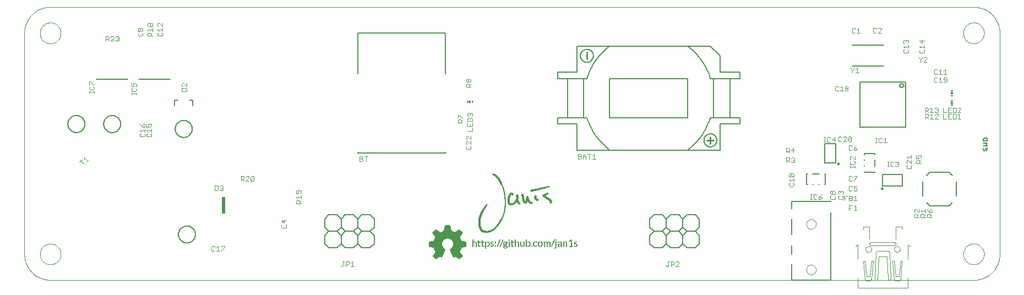
<source format=gto>
G75*
G70*
%OFA0B0*%
%FSLAX24Y24*%
%IPPOS*%
%LPD*%
%AMOC8*
5,1,8,0,0,1.08239X$1,22.5*
%
%ADD10C,0.0000*%
%ADD11C,0.0030*%
%ADD12R,0.0118X0.0059*%
%ADD13R,0.0118X0.0118*%
%ADD14R,0.0050X0.0010*%
%ADD15R,0.0040X0.0010*%
%ADD16R,0.0130X0.0010*%
%ADD17R,0.0070X0.0010*%
%ADD18R,0.0180X0.0010*%
%ADD19R,0.0080X0.0010*%
%ADD20R,0.0210X0.0010*%
%ADD21R,0.0090X0.0010*%
%ADD22R,0.0060X0.0010*%
%ADD23R,0.0010X0.0010*%
%ADD24R,0.0030X0.0010*%
%ADD25R,0.0020X0.0010*%
%ADD26R,0.0220X0.0010*%
%ADD27R,0.0100X0.0010*%
%ADD28R,0.0110X0.0010*%
%ADD29R,0.0120X0.0010*%
%ADD30R,0.0140X0.0010*%
%ADD31R,0.0150X0.0010*%
%ADD32R,0.0200X0.0010*%
%ADD33R,0.0170X0.0010*%
%ADD34R,0.0190X0.0010*%
%ADD35R,0.0160X0.0010*%
%ADD36C,0.0040*%
%ADD37C,0.0060*%
%ADD38C,0.0080*%
%ADD39R,0.0197X0.0984*%
%ADD40C,0.0050*%
%ADD41R,0.0003X0.0003*%
%ADD42R,0.0008X0.0003*%
%ADD43R,0.0005X0.0003*%
%ADD44R,0.0015X0.0003*%
%ADD45R,0.0020X0.0003*%
%ADD46R,0.0010X0.0003*%
%ADD47R,0.0018X0.0003*%
%ADD48R,0.0067X0.0003*%
%ADD49R,0.0013X0.0003*%
%ADD50R,0.0045X0.0003*%
%ADD51R,0.0077X0.0003*%
%ADD52R,0.0030X0.0003*%
%ADD53R,0.0032X0.0003*%
%ADD54R,0.0022X0.0003*%
%ADD55R,0.0127X0.0003*%
%ADD56R,0.0140X0.0003*%
%ADD57R,0.0025X0.0003*%
%ADD58R,0.0043X0.0003*%
%ADD59R,0.0053X0.0003*%
%ADD60R,0.0088X0.0003*%
%ADD61R,0.0035X0.0003*%
%ADD62R,0.0055X0.0003*%
%ADD63R,0.0040X0.0003*%
%ADD64R,0.0080X0.0003*%
%ADD65R,0.0065X0.0003*%
%ADD66R,0.0090X0.0003*%
%ADD67R,0.0143X0.0003*%
%ADD68R,0.0248X0.0003*%
%ADD69R,0.0293X0.0003*%
%ADD70R,0.0257X0.0003*%
%ADD71R,0.0037X0.0003*%
%ADD72R,0.0262X0.0003*%
%ADD73R,0.0027X0.0003*%
%ADD74R,0.0280X0.0003*%
%ADD75R,0.0070X0.0003*%
%ADD76R,0.0440X0.0003*%
%ADD77R,0.0315X0.0003*%
%ADD78R,0.0085X0.0003*%
%ADD79R,0.0330X0.0003*%
%ADD80R,0.0323X0.0003*%
%ADD81R,0.0107X0.0003*%
%ADD82R,0.0057X0.0003*%
%ADD83R,0.0490X0.0003*%
%ADD84R,0.0360X0.0003*%
%ADD85R,0.0512X0.0003*%
%ADD86R,0.0390X0.0003*%
%ADD87R,0.0565X0.0003*%
%ADD88R,0.0325X0.0003*%
%ADD89R,0.0168X0.0003*%
%ADD90R,0.0307X0.0003*%
%ADD91R,0.0152X0.0003*%
%ADD92R,0.0272X0.0003*%
%ADD93R,0.0132X0.0003*%
%ADD94R,0.0147X0.0003*%
%ADD95R,0.0243X0.0003*%
%ADD96R,0.0125X0.0003*%
%ADD97R,0.0240X0.0003*%
%ADD98R,0.0130X0.0003*%
%ADD99R,0.0225X0.0003*%
%ADD100R,0.0083X0.0003*%
%ADD101R,0.0222X0.0003*%
%ADD102R,0.0217X0.0003*%
%ADD103R,0.0120X0.0003*%
%ADD104R,0.0215X0.0003*%
%ADD105R,0.0118X0.0003*%
%ADD106R,0.0205X0.0003*%
%ADD107R,0.0103X0.0003*%
%ADD108R,0.0210X0.0003*%
%ADD109R,0.0097X0.0003*%
%ADD110R,0.0198X0.0003*%
%ADD111R,0.0100X0.0003*%
%ADD112R,0.0190X0.0003*%
%ADD113R,0.0187X0.0003*%
%ADD114R,0.0192X0.0003*%
%ADD115R,0.0170X0.0003*%
%ADD116R,0.0173X0.0003*%
%ADD117R,0.0182X0.0003*%
%ADD118R,0.0180X0.0003*%
%ADD119R,0.0047X0.0003*%
%ADD120R,0.0165X0.0003*%
%ADD121R,0.0163X0.0003*%
%ADD122R,0.0160X0.0003*%
%ADD123R,0.0158X0.0003*%
%ADD124R,0.0155X0.0003*%
%ADD125R,0.0092X0.0003*%
%ADD126R,0.0150X0.0003*%
%ADD127R,0.0105X0.0003*%
%ADD128R,0.0115X0.0003*%
%ADD129R,0.0145X0.0003*%
%ADD130R,0.0138X0.0003*%
%ADD131R,0.0135X0.0003*%
%ADD132R,0.0075X0.0003*%
%ADD133R,0.0063X0.0003*%
%ADD134R,0.0060X0.0003*%
%ADD135R,0.0050X0.0003*%
%ADD136R,0.0123X0.0003*%
%ADD137R,0.0112X0.0003*%
%ADD138R,0.0110X0.0003*%
%ADD139R,0.0073X0.0003*%
%ADD140R,0.0095X0.0003*%
%ADD141R,0.0185X0.0003*%
%ADD142R,0.0208X0.0003*%
%ADD143R,0.0235X0.0003*%
%ADD144R,0.0260X0.0003*%
%ADD145R,0.0267X0.0003*%
%ADD146R,0.0283X0.0003*%
%ADD147R,0.0295X0.0003*%
%ADD148R,0.0302X0.0003*%
%ADD149R,0.0320X0.0003*%
%ADD150R,0.0333X0.0003*%
%ADD151R,0.0338X0.0003*%
%ADD152R,0.0343X0.0003*%
%ADD153R,0.0350X0.0003*%
%ADD154R,0.0355X0.0003*%
%ADD155R,0.0365X0.0003*%
%ADD156R,0.0370X0.0003*%
%ADD157R,0.0375X0.0003*%
%ADD158R,0.0380X0.0003*%
%ADD159R,0.0382X0.0003*%
%ADD160R,0.0393X0.0003*%
%ADD161R,0.0398X0.0003*%
%ADD162R,0.0403X0.0003*%
%ADD163R,0.0405X0.0003*%
%ADD164R,0.0415X0.0003*%
%ADD165R,0.0177X0.0003*%
%ADD166R,0.0175X0.0003*%
%ADD167R,0.0195X0.0003*%
%ADD168R,0.0200X0.0003*%
%ADD169R,0.0203X0.0003*%
%ADD170R,0.0213X0.0003*%
%ADD171R,0.0220X0.0003*%
%ADD172R,0.0227X0.0003*%
%ADD173R,0.0230X0.0003*%
%ADD174R,0.0232X0.0003*%
%ADD175R,0.0238X0.0003*%
%ADD176R,0.0245X0.0003*%
%ADD177R,0.0250X0.0003*%
%ADD178R,0.0253X0.0003*%
%ADD179R,0.0255X0.0003*%
%ADD180R,0.0305X0.0003*%
%ADD181R,0.0318X0.0003*%
%ADD182R,0.0328X0.0003*%
%ADD183R,0.0335X0.0003*%
%ADD184R,0.0340X0.0003*%
%ADD185R,0.0352X0.0003*%
%ADD186R,0.0387X0.0003*%
%ADD187R,0.0410X0.0003*%
%ADD188R,0.0413X0.0003*%
%ADD189R,0.0430X0.0003*%
%ADD190R,0.0432X0.0003*%
%ADD191R,0.0428X0.0003*%
%ADD192R,0.0420X0.0003*%
%ADD193R,0.0435X0.0003*%
%ADD194R,0.0425X0.0003*%
%ADD195R,0.0423X0.0003*%
%ADD196R,0.0418X0.0003*%
%ADD197R,0.0372X0.0003*%
%ADD198R,0.0362X0.0003*%
%ADD199R,0.0348X0.0003*%
%ADD200R,0.0345X0.0003*%
%ADD201R,0.0310X0.0003*%
%ADD202R,0.0300X0.0003*%
%ADD203R,0.0297X0.0003*%
%ADD204R,0.0285X0.0003*%
%ADD205R,0.0278X0.0003*%
%ADD206R,0.0265X0.0003*%
%ADD207R,0.0059X0.0118*%
%ADD208C,0.0098*%
D10*
X001725Y000937D02*
X057630Y000937D01*
X057000Y002512D02*
X057002Y002562D01*
X057008Y002612D01*
X057018Y002661D01*
X057032Y002709D01*
X057049Y002756D01*
X057070Y002801D01*
X057095Y002845D01*
X057123Y002886D01*
X057155Y002925D01*
X057189Y002962D01*
X057226Y002996D01*
X057266Y003026D01*
X057308Y003053D01*
X057352Y003077D01*
X057398Y003098D01*
X057445Y003114D01*
X057493Y003127D01*
X057543Y003136D01*
X057592Y003141D01*
X057643Y003142D01*
X057693Y003139D01*
X057742Y003132D01*
X057791Y003121D01*
X057839Y003106D01*
X057885Y003088D01*
X057930Y003066D01*
X057973Y003040D01*
X058014Y003011D01*
X058053Y002979D01*
X058089Y002944D01*
X058121Y002906D01*
X058151Y002866D01*
X058178Y002823D01*
X058201Y002779D01*
X058220Y002733D01*
X058236Y002685D01*
X058248Y002636D01*
X058256Y002587D01*
X058260Y002537D01*
X058260Y002487D01*
X058256Y002437D01*
X058248Y002388D01*
X058236Y002339D01*
X058220Y002291D01*
X058201Y002245D01*
X058178Y002201D01*
X058151Y002158D01*
X058121Y002118D01*
X058089Y002080D01*
X058053Y002045D01*
X058014Y002013D01*
X057973Y001984D01*
X057930Y001958D01*
X057885Y001936D01*
X057839Y001918D01*
X057791Y001903D01*
X057742Y001892D01*
X057693Y001885D01*
X057643Y001882D01*
X057592Y001883D01*
X057543Y001888D01*
X057493Y001897D01*
X057445Y001910D01*
X057398Y001926D01*
X057352Y001947D01*
X057308Y001971D01*
X057266Y001998D01*
X057226Y002028D01*
X057189Y002062D01*
X057155Y002099D01*
X057123Y002138D01*
X057095Y002179D01*
X057070Y002223D01*
X057049Y002268D01*
X057032Y002315D01*
X057018Y002363D01*
X057008Y002412D01*
X057002Y002462D01*
X057000Y002512D01*
X057630Y000937D02*
X057707Y000939D01*
X057784Y000945D01*
X057861Y000954D01*
X057937Y000967D01*
X058013Y000984D01*
X058087Y001005D01*
X058161Y001029D01*
X058233Y001057D01*
X058303Y001088D01*
X058372Y001123D01*
X058440Y001161D01*
X058505Y001202D01*
X058568Y001247D01*
X058629Y001295D01*
X058688Y001345D01*
X058744Y001398D01*
X058797Y001454D01*
X058847Y001513D01*
X058895Y001574D01*
X058940Y001637D01*
X058981Y001702D01*
X059019Y001770D01*
X059054Y001839D01*
X059085Y001909D01*
X059113Y001981D01*
X059137Y002055D01*
X059158Y002129D01*
X059175Y002205D01*
X059188Y002281D01*
X059197Y002358D01*
X059203Y002435D01*
X059205Y002512D01*
X059205Y015898D01*
X057000Y015898D02*
X057002Y015948D01*
X057008Y015998D01*
X057018Y016047D01*
X057032Y016095D01*
X057049Y016142D01*
X057070Y016187D01*
X057095Y016231D01*
X057123Y016272D01*
X057155Y016311D01*
X057189Y016348D01*
X057226Y016382D01*
X057266Y016412D01*
X057308Y016439D01*
X057352Y016463D01*
X057398Y016484D01*
X057445Y016500D01*
X057493Y016513D01*
X057543Y016522D01*
X057592Y016527D01*
X057643Y016528D01*
X057693Y016525D01*
X057742Y016518D01*
X057791Y016507D01*
X057839Y016492D01*
X057885Y016474D01*
X057930Y016452D01*
X057973Y016426D01*
X058014Y016397D01*
X058053Y016365D01*
X058089Y016330D01*
X058121Y016292D01*
X058151Y016252D01*
X058178Y016209D01*
X058201Y016165D01*
X058220Y016119D01*
X058236Y016071D01*
X058248Y016022D01*
X058256Y015973D01*
X058260Y015923D01*
X058260Y015873D01*
X058256Y015823D01*
X058248Y015774D01*
X058236Y015725D01*
X058220Y015677D01*
X058201Y015631D01*
X058178Y015587D01*
X058151Y015544D01*
X058121Y015504D01*
X058089Y015466D01*
X058053Y015431D01*
X058014Y015399D01*
X057973Y015370D01*
X057930Y015344D01*
X057885Y015322D01*
X057839Y015304D01*
X057791Y015289D01*
X057742Y015278D01*
X057693Y015271D01*
X057643Y015268D01*
X057592Y015269D01*
X057543Y015274D01*
X057493Y015283D01*
X057445Y015296D01*
X057398Y015312D01*
X057352Y015333D01*
X057308Y015357D01*
X057266Y015384D01*
X057226Y015414D01*
X057189Y015448D01*
X057155Y015485D01*
X057123Y015524D01*
X057095Y015565D01*
X057070Y015609D01*
X057049Y015654D01*
X057032Y015701D01*
X057018Y015749D01*
X057008Y015798D01*
X057002Y015848D01*
X057000Y015898D01*
X057630Y017473D02*
X057707Y017471D01*
X057784Y017465D01*
X057861Y017456D01*
X057937Y017443D01*
X058013Y017426D01*
X058087Y017405D01*
X058161Y017381D01*
X058233Y017353D01*
X058303Y017322D01*
X058372Y017287D01*
X058440Y017249D01*
X058505Y017208D01*
X058568Y017163D01*
X058629Y017115D01*
X058688Y017065D01*
X058744Y017012D01*
X058797Y016956D01*
X058847Y016897D01*
X058895Y016836D01*
X058940Y016773D01*
X058981Y016708D01*
X059019Y016640D01*
X059054Y016571D01*
X059085Y016501D01*
X059113Y016429D01*
X059137Y016355D01*
X059158Y016281D01*
X059175Y016205D01*
X059188Y016129D01*
X059197Y016052D01*
X059203Y015975D01*
X059205Y015898D01*
X057630Y017473D02*
X001725Y017473D01*
X001095Y015898D02*
X001097Y015948D01*
X001103Y015998D01*
X001113Y016047D01*
X001127Y016095D01*
X001144Y016142D01*
X001165Y016187D01*
X001190Y016231D01*
X001218Y016272D01*
X001250Y016311D01*
X001284Y016348D01*
X001321Y016382D01*
X001361Y016412D01*
X001403Y016439D01*
X001447Y016463D01*
X001493Y016484D01*
X001540Y016500D01*
X001588Y016513D01*
X001638Y016522D01*
X001687Y016527D01*
X001738Y016528D01*
X001788Y016525D01*
X001837Y016518D01*
X001886Y016507D01*
X001934Y016492D01*
X001980Y016474D01*
X002025Y016452D01*
X002068Y016426D01*
X002109Y016397D01*
X002148Y016365D01*
X002184Y016330D01*
X002216Y016292D01*
X002246Y016252D01*
X002273Y016209D01*
X002296Y016165D01*
X002315Y016119D01*
X002331Y016071D01*
X002343Y016022D01*
X002351Y015973D01*
X002355Y015923D01*
X002355Y015873D01*
X002351Y015823D01*
X002343Y015774D01*
X002331Y015725D01*
X002315Y015677D01*
X002296Y015631D01*
X002273Y015587D01*
X002246Y015544D01*
X002216Y015504D01*
X002184Y015466D01*
X002148Y015431D01*
X002109Y015399D01*
X002068Y015370D01*
X002025Y015344D01*
X001980Y015322D01*
X001934Y015304D01*
X001886Y015289D01*
X001837Y015278D01*
X001788Y015271D01*
X001738Y015268D01*
X001687Y015269D01*
X001638Y015274D01*
X001588Y015283D01*
X001540Y015296D01*
X001493Y015312D01*
X001447Y015333D01*
X001403Y015357D01*
X001361Y015384D01*
X001321Y015414D01*
X001284Y015448D01*
X001250Y015485D01*
X001218Y015524D01*
X001190Y015565D01*
X001165Y015609D01*
X001144Y015654D01*
X001127Y015701D01*
X001113Y015749D01*
X001103Y015798D01*
X001097Y015848D01*
X001095Y015898D01*
X000150Y015898D02*
X000152Y015975D01*
X000158Y016052D01*
X000167Y016129D01*
X000180Y016205D01*
X000197Y016281D01*
X000218Y016355D01*
X000242Y016429D01*
X000270Y016501D01*
X000301Y016571D01*
X000336Y016640D01*
X000374Y016708D01*
X000415Y016773D01*
X000460Y016836D01*
X000508Y016897D01*
X000558Y016956D01*
X000611Y017012D01*
X000667Y017065D01*
X000726Y017115D01*
X000787Y017163D01*
X000850Y017208D01*
X000915Y017249D01*
X000983Y017287D01*
X001052Y017322D01*
X001122Y017353D01*
X001194Y017381D01*
X001268Y017405D01*
X001342Y017426D01*
X001418Y017443D01*
X001494Y017456D01*
X001571Y017465D01*
X001648Y017471D01*
X001725Y017473D01*
X000150Y015898D02*
X000150Y002512D01*
X001095Y002512D02*
X001097Y002562D01*
X001103Y002612D01*
X001113Y002661D01*
X001127Y002709D01*
X001144Y002756D01*
X001165Y002801D01*
X001190Y002845D01*
X001218Y002886D01*
X001250Y002925D01*
X001284Y002962D01*
X001321Y002996D01*
X001361Y003026D01*
X001403Y003053D01*
X001447Y003077D01*
X001493Y003098D01*
X001540Y003114D01*
X001588Y003127D01*
X001638Y003136D01*
X001687Y003141D01*
X001738Y003142D01*
X001788Y003139D01*
X001837Y003132D01*
X001886Y003121D01*
X001934Y003106D01*
X001980Y003088D01*
X002025Y003066D01*
X002068Y003040D01*
X002109Y003011D01*
X002148Y002979D01*
X002184Y002944D01*
X002216Y002906D01*
X002246Y002866D01*
X002273Y002823D01*
X002296Y002779D01*
X002315Y002733D01*
X002331Y002685D01*
X002343Y002636D01*
X002351Y002587D01*
X002355Y002537D01*
X002355Y002487D01*
X002351Y002437D01*
X002343Y002388D01*
X002331Y002339D01*
X002315Y002291D01*
X002296Y002245D01*
X002273Y002201D01*
X002246Y002158D01*
X002216Y002118D01*
X002184Y002080D01*
X002148Y002045D01*
X002109Y002013D01*
X002068Y001984D01*
X002025Y001958D01*
X001980Y001936D01*
X001934Y001918D01*
X001886Y001903D01*
X001837Y001892D01*
X001788Y001885D01*
X001738Y001882D01*
X001687Y001883D01*
X001638Y001888D01*
X001588Y001897D01*
X001540Y001910D01*
X001493Y001926D01*
X001447Y001947D01*
X001403Y001971D01*
X001361Y001998D01*
X001321Y002028D01*
X001284Y002062D01*
X001250Y002099D01*
X001218Y002138D01*
X001190Y002179D01*
X001165Y002223D01*
X001144Y002268D01*
X001127Y002315D01*
X001113Y002363D01*
X001103Y002412D01*
X001097Y002462D01*
X001095Y002512D01*
X000150Y002512D02*
X000152Y002435D01*
X000158Y002358D01*
X000167Y002281D01*
X000180Y002205D01*
X000197Y002129D01*
X000218Y002055D01*
X000242Y001981D01*
X000270Y001909D01*
X000301Y001839D01*
X000336Y001770D01*
X000374Y001702D01*
X000415Y001637D01*
X000460Y001574D01*
X000508Y001513D01*
X000558Y001454D01*
X000611Y001398D01*
X000667Y001345D01*
X000726Y001295D01*
X000787Y001247D01*
X000850Y001202D01*
X000915Y001161D01*
X000983Y001123D01*
X001052Y001088D01*
X001122Y001057D01*
X001194Y001029D01*
X001268Y001005D01*
X001342Y000984D01*
X001418Y000967D01*
X001494Y000954D01*
X001571Y000945D01*
X001648Y000939D01*
X001725Y000937D01*
X047493Y001567D02*
X047495Y001601D01*
X047501Y001635D01*
X047511Y001668D01*
X047524Y001699D01*
X047542Y001729D01*
X047562Y001757D01*
X047586Y001782D01*
X047612Y001804D01*
X047640Y001822D01*
X047671Y001838D01*
X047703Y001850D01*
X047737Y001858D01*
X047771Y001862D01*
X047805Y001862D01*
X047839Y001858D01*
X047873Y001850D01*
X047905Y001838D01*
X047935Y001822D01*
X047964Y001804D01*
X047990Y001782D01*
X048014Y001757D01*
X048034Y001729D01*
X048052Y001699D01*
X048065Y001668D01*
X048075Y001635D01*
X048081Y001601D01*
X048083Y001567D01*
X048081Y001533D01*
X048075Y001499D01*
X048065Y001466D01*
X048052Y001435D01*
X048034Y001405D01*
X048014Y001377D01*
X047990Y001352D01*
X047964Y001330D01*
X047936Y001312D01*
X047905Y001296D01*
X047873Y001284D01*
X047839Y001276D01*
X047805Y001272D01*
X047771Y001272D01*
X047737Y001276D01*
X047703Y001284D01*
X047671Y001296D01*
X047640Y001312D01*
X047612Y001330D01*
X047586Y001352D01*
X047562Y001377D01*
X047542Y001405D01*
X047524Y001435D01*
X047511Y001466D01*
X047501Y001499D01*
X047495Y001533D01*
X047493Y001567D01*
X051075Y002807D02*
X051077Y002833D01*
X051083Y002859D01*
X051093Y002884D01*
X051106Y002907D01*
X051122Y002927D01*
X051142Y002945D01*
X051164Y002960D01*
X051187Y002972D01*
X051213Y002980D01*
X051239Y002984D01*
X051265Y002984D01*
X051291Y002980D01*
X051317Y002972D01*
X051341Y002960D01*
X051362Y002945D01*
X051382Y002927D01*
X051398Y002907D01*
X051411Y002884D01*
X051421Y002859D01*
X051427Y002833D01*
X051429Y002807D01*
X051427Y002781D01*
X051421Y002755D01*
X051411Y002730D01*
X051398Y002707D01*
X051382Y002687D01*
X051362Y002669D01*
X051340Y002654D01*
X051317Y002642D01*
X051291Y002634D01*
X051265Y002630D01*
X051239Y002630D01*
X051213Y002634D01*
X051187Y002642D01*
X051163Y002654D01*
X051142Y002669D01*
X051122Y002687D01*
X051106Y002707D01*
X051093Y002730D01*
X051083Y002755D01*
X051077Y002781D01*
X051075Y002807D01*
X052808Y002807D02*
X052810Y002833D01*
X052816Y002859D01*
X052826Y002884D01*
X052839Y002907D01*
X052855Y002927D01*
X052875Y002945D01*
X052897Y002960D01*
X052920Y002972D01*
X052946Y002980D01*
X052972Y002984D01*
X052998Y002984D01*
X053024Y002980D01*
X053050Y002972D01*
X053074Y002960D01*
X053095Y002945D01*
X053115Y002927D01*
X053131Y002907D01*
X053144Y002884D01*
X053154Y002859D01*
X053160Y002833D01*
X053162Y002807D01*
X053160Y002781D01*
X053154Y002755D01*
X053144Y002730D01*
X053131Y002707D01*
X053115Y002687D01*
X053095Y002669D01*
X053073Y002654D01*
X053050Y002642D01*
X053024Y002634D01*
X052998Y002630D01*
X052972Y002630D01*
X052946Y002634D01*
X052920Y002642D01*
X052896Y002654D01*
X052875Y002669D01*
X052855Y002687D01*
X052839Y002707D01*
X052826Y002730D01*
X052816Y002755D01*
X052810Y002781D01*
X052808Y002807D01*
X047493Y004323D02*
X047495Y004357D01*
X047501Y004391D01*
X047511Y004424D01*
X047524Y004455D01*
X047542Y004485D01*
X047562Y004513D01*
X047586Y004538D01*
X047612Y004560D01*
X047640Y004578D01*
X047671Y004594D01*
X047703Y004606D01*
X047737Y004614D01*
X047771Y004618D01*
X047805Y004618D01*
X047839Y004614D01*
X047873Y004606D01*
X047905Y004594D01*
X047935Y004578D01*
X047964Y004560D01*
X047990Y004538D01*
X048014Y004513D01*
X048034Y004485D01*
X048052Y004455D01*
X048065Y004424D01*
X048075Y004391D01*
X048081Y004357D01*
X048083Y004323D01*
X048081Y004289D01*
X048075Y004255D01*
X048065Y004222D01*
X048052Y004191D01*
X048034Y004161D01*
X048014Y004133D01*
X047990Y004108D01*
X047964Y004086D01*
X047936Y004068D01*
X047905Y004052D01*
X047873Y004040D01*
X047839Y004032D01*
X047805Y004028D01*
X047771Y004028D01*
X047737Y004032D01*
X047703Y004040D01*
X047671Y004052D01*
X047640Y004068D01*
X047612Y004086D01*
X047586Y004108D01*
X047562Y004133D01*
X047542Y004161D01*
X047524Y004191D01*
X047511Y004222D01*
X047501Y004255D01*
X047495Y004289D01*
X047493Y004323D01*
D11*
X050068Y005160D02*
X050068Y005450D01*
X050261Y005450D01*
X050362Y005353D02*
X050459Y005450D01*
X050459Y005160D01*
X050362Y005160D02*
X050556Y005160D01*
X050165Y005305D02*
X050068Y005305D01*
X050068Y005751D02*
X050213Y005751D01*
X050261Y005799D01*
X050261Y005847D01*
X050213Y005896D01*
X050068Y005896D01*
X050068Y005751D02*
X050068Y006041D01*
X050213Y006041D01*
X050261Y005992D01*
X050261Y005944D01*
X050213Y005896D01*
X050362Y005944D02*
X050459Y006041D01*
X050459Y005751D01*
X050362Y005751D02*
X050556Y005751D01*
X049870Y005896D02*
X049773Y005896D01*
X049721Y005878D02*
X049721Y005975D01*
X049672Y006023D01*
X049672Y006124D02*
X049721Y006173D01*
X049721Y006269D01*
X049672Y006318D01*
X049624Y006318D01*
X049576Y006269D01*
X049576Y006221D01*
X049576Y006269D02*
X049527Y006318D01*
X049479Y006318D01*
X049431Y006269D01*
X049431Y006173D01*
X049479Y006124D01*
X049479Y006023D02*
X049431Y005975D01*
X049431Y005878D01*
X049479Y005830D01*
X049672Y005830D01*
X049721Y005878D01*
X049773Y005751D02*
X049773Y006041D01*
X049967Y006041D01*
X050116Y006341D02*
X050213Y006341D01*
X050261Y006389D01*
X050362Y006389D02*
X050411Y006341D01*
X050508Y006341D01*
X050556Y006389D01*
X050556Y006486D01*
X050508Y006535D01*
X050459Y006535D01*
X050362Y006486D01*
X050362Y006631D01*
X050556Y006631D01*
X050261Y006583D02*
X050213Y006631D01*
X050116Y006631D01*
X050068Y006583D01*
X050068Y006389D01*
X050116Y006341D01*
X049229Y006269D02*
X049229Y006173D01*
X049180Y006124D01*
X049132Y006124D01*
X049083Y006173D01*
X049083Y006269D01*
X049132Y006318D01*
X049180Y006318D01*
X049229Y006269D01*
X049083Y006269D02*
X049035Y006318D01*
X048987Y006318D01*
X048938Y006269D01*
X048938Y006173D01*
X048987Y006124D01*
X049035Y006124D01*
X049083Y006173D01*
X048987Y006023D02*
X048938Y005975D01*
X048938Y005878D01*
X048987Y005830D01*
X049180Y005830D01*
X049229Y005878D01*
X049229Y005975D01*
X049180Y006023D01*
X048426Y005933D02*
X048378Y005981D01*
X048233Y005981D01*
X048233Y005885D01*
X048281Y005836D01*
X048378Y005836D01*
X048426Y005885D01*
X048426Y005933D01*
X048330Y006078D02*
X048233Y005981D01*
X048330Y006078D02*
X048426Y006127D01*
X048132Y006078D02*
X048083Y006127D01*
X047987Y006127D01*
X047938Y006078D01*
X047938Y005885D01*
X047987Y005836D01*
X048083Y005836D01*
X048132Y005885D01*
X047839Y005836D02*
X047742Y005836D01*
X047790Y005836D02*
X047790Y006127D01*
X047742Y006127D02*
X047839Y006127D01*
X046735Y006656D02*
X046735Y006753D01*
X046687Y006801D01*
X046735Y006903D02*
X046735Y007096D01*
X046735Y006999D02*
X046445Y006999D01*
X046542Y006903D01*
X046494Y006801D02*
X046445Y006753D01*
X046445Y006656D01*
X046494Y006608D01*
X046687Y006608D01*
X046735Y006656D01*
X046687Y007197D02*
X046494Y007391D01*
X046687Y007391D01*
X046735Y007342D01*
X046735Y007246D01*
X046687Y007197D01*
X046494Y007197D01*
X046445Y007246D01*
X046445Y007342D01*
X046494Y007391D01*
X046476Y008060D02*
X046379Y008156D01*
X046428Y008156D02*
X046282Y008156D01*
X046282Y008060D02*
X046282Y008350D01*
X046428Y008350D01*
X046476Y008301D01*
X046476Y008205D01*
X046428Y008156D01*
X046577Y008108D02*
X046625Y008060D01*
X046722Y008060D01*
X046771Y008108D01*
X046771Y008156D01*
X046722Y008205D01*
X046674Y008205D01*
X046722Y008205D02*
X046771Y008253D01*
X046771Y008301D01*
X046722Y008350D01*
X046625Y008350D01*
X046577Y008301D01*
X046476Y008650D02*
X046379Y008747D01*
X046428Y008747D02*
X046282Y008747D01*
X046282Y008650D02*
X046282Y008940D01*
X046428Y008940D01*
X046476Y008892D01*
X046476Y008795D01*
X046428Y008747D01*
X046577Y008795D02*
X046771Y008795D01*
X046722Y008650D02*
X046722Y008940D01*
X046577Y008795D01*
X048556Y009300D02*
X048652Y009300D01*
X048604Y009300D02*
X048604Y009590D01*
X048556Y009590D02*
X048652Y009590D01*
X048752Y009542D02*
X048752Y009348D01*
X048801Y009300D01*
X048897Y009300D01*
X048946Y009348D01*
X049047Y009445D02*
X049240Y009445D01*
X049192Y009590D02*
X049047Y009445D01*
X048946Y009542D02*
X048897Y009590D01*
X048801Y009590D01*
X048752Y009542D01*
X049192Y009590D02*
X049192Y009300D01*
X049433Y009387D02*
X049481Y009339D01*
X049578Y009339D01*
X049626Y009387D01*
X049727Y009339D02*
X049921Y009533D01*
X049921Y009581D01*
X049872Y009629D01*
X049776Y009629D01*
X049727Y009581D01*
X049626Y009581D02*
X049578Y009629D01*
X049481Y009629D01*
X049433Y009581D01*
X049433Y009387D01*
X049727Y009339D02*
X049921Y009339D01*
X050022Y009387D02*
X050070Y009339D01*
X050167Y009339D01*
X050215Y009387D01*
X050215Y009581D01*
X050022Y009387D01*
X050022Y009581D01*
X050070Y009629D01*
X050167Y009629D01*
X050215Y009581D01*
X050213Y009092D02*
X050116Y009092D01*
X050068Y009044D01*
X050068Y008850D01*
X050116Y008802D01*
X050213Y008802D01*
X050261Y008850D01*
X050362Y008850D02*
X050411Y008802D01*
X050508Y008802D01*
X050556Y008850D01*
X050556Y008898D01*
X050508Y008947D01*
X050362Y008947D01*
X050362Y008850D01*
X050362Y008947D02*
X050459Y009044D01*
X050556Y009092D01*
X050261Y009044D02*
X050213Y009092D01*
X051678Y009254D02*
X051775Y009254D01*
X051727Y009254D02*
X051727Y009545D01*
X051775Y009545D02*
X051678Y009545D01*
X051875Y009496D02*
X051923Y009545D01*
X052020Y009545D01*
X052068Y009496D01*
X052170Y009448D02*
X052266Y009545D01*
X052266Y009254D01*
X052170Y009254D02*
X052363Y009254D01*
X052068Y009303D02*
X052020Y009254D01*
X051923Y009254D01*
X051875Y009303D01*
X051875Y009496D01*
X053855Y008483D02*
X053855Y008290D01*
X053855Y008386D02*
X053564Y008386D01*
X053661Y008290D01*
X053661Y008188D02*
X053613Y008188D01*
X053564Y008140D01*
X053564Y008043D01*
X053613Y007995D01*
X053613Y007894D02*
X053564Y007845D01*
X053564Y007749D01*
X053613Y007700D01*
X053806Y007700D01*
X053855Y007749D01*
X053855Y007845D01*
X053806Y007894D01*
X053855Y007995D02*
X053661Y008188D01*
X053855Y008188D02*
X053855Y007995D01*
X054155Y007995D02*
X054155Y008140D01*
X054203Y008188D01*
X054300Y008188D01*
X054348Y008140D01*
X054348Y007995D01*
X054348Y008092D02*
X054445Y008188D01*
X054397Y008290D02*
X054445Y008338D01*
X054445Y008435D01*
X054397Y008483D01*
X054300Y008483D01*
X054252Y008435D01*
X054252Y008386D01*
X054300Y008290D01*
X054155Y008290D01*
X054155Y008483D01*
X053079Y008065D02*
X053031Y008114D01*
X052934Y008114D01*
X052885Y008065D01*
X052784Y008065D02*
X052736Y008114D01*
X052639Y008114D01*
X052591Y008065D01*
X052591Y007872D01*
X052639Y007823D01*
X052736Y007823D01*
X052784Y007872D01*
X052885Y007872D02*
X052934Y007823D01*
X053031Y007823D01*
X053079Y007872D01*
X053079Y007920D01*
X053031Y007969D01*
X052982Y007969D01*
X053031Y007969D02*
X053079Y008017D01*
X053079Y008065D01*
X052491Y008114D02*
X052394Y008114D01*
X052443Y008114D02*
X052443Y007823D01*
X052491Y007823D02*
X052394Y007823D01*
X054155Y007995D02*
X054445Y007995D01*
X050556Y007222D02*
X050556Y007173D01*
X050362Y006980D01*
X050362Y006932D01*
X050261Y006980D02*
X050213Y006932D01*
X050116Y006932D01*
X050068Y006980D01*
X050068Y007173D01*
X050116Y007222D01*
X050213Y007222D01*
X050261Y007173D01*
X050362Y007222D02*
X050556Y007222D01*
X050430Y007744D02*
X050430Y007840D01*
X050430Y007792D02*
X050140Y007792D01*
X050140Y007744D02*
X050140Y007840D01*
X050188Y007940D02*
X050382Y007940D01*
X050430Y007989D01*
X050430Y008085D01*
X050382Y008134D01*
X050430Y008235D02*
X050237Y008428D01*
X050188Y008428D01*
X050140Y008380D01*
X050140Y008283D01*
X050188Y008235D01*
X050188Y008134D02*
X050140Y008085D01*
X050140Y007989D01*
X050188Y007940D01*
X050430Y008235D02*
X050430Y008428D01*
X054693Y010696D02*
X054693Y010987D01*
X054838Y010987D01*
X054886Y010938D01*
X054886Y010842D01*
X054838Y010793D01*
X054693Y010793D01*
X054789Y010793D02*
X054886Y010696D01*
X054987Y010696D02*
X055181Y010696D01*
X055084Y010696D02*
X055084Y010987D01*
X054987Y010890D01*
X054987Y011090D02*
X055181Y011090D01*
X055084Y011090D02*
X055084Y011380D01*
X054987Y011284D01*
X054886Y011332D02*
X054886Y011235D01*
X054838Y011187D01*
X054693Y011187D01*
X054789Y011187D02*
X054886Y011090D01*
X054693Y011090D02*
X054693Y011380D01*
X054838Y011380D01*
X054886Y011332D01*
X055282Y011332D02*
X055330Y011380D01*
X055427Y011380D01*
X055475Y011332D01*
X055475Y011284D01*
X055427Y011235D01*
X055475Y011187D01*
X055475Y011139D01*
X055427Y011090D01*
X055330Y011090D01*
X055282Y011139D01*
X055379Y011235D02*
X055427Y011235D01*
X055427Y010987D02*
X055330Y010987D01*
X055282Y010938D01*
X055427Y010987D02*
X055475Y010938D01*
X055475Y010890D01*
X055282Y010696D01*
X055475Y010696D01*
X055775Y010696D02*
X055969Y010696D01*
X056070Y010696D02*
X056263Y010696D01*
X056365Y010696D02*
X056510Y010696D01*
X056558Y010745D01*
X056558Y010938D01*
X056510Y010987D01*
X056365Y010987D01*
X056365Y010696D01*
X056167Y010842D02*
X056070Y010842D01*
X056070Y010987D02*
X056070Y010696D01*
X055775Y010696D02*
X055775Y010987D01*
X055775Y011090D02*
X055969Y011090D01*
X056070Y011090D02*
X056263Y011090D01*
X056365Y011090D02*
X056510Y011090D01*
X056558Y011139D01*
X056558Y011332D01*
X056510Y011380D01*
X056365Y011380D01*
X056365Y011090D01*
X056263Y010987D02*
X056070Y010987D01*
X056070Y011090D02*
X056070Y011380D01*
X056263Y011380D01*
X056167Y011235D02*
X056070Y011235D01*
X055775Y011380D02*
X055775Y011090D01*
X056659Y011090D02*
X056853Y011284D01*
X056853Y011332D01*
X056804Y011380D01*
X056708Y011380D01*
X056659Y011332D01*
X056659Y011090D02*
X056853Y011090D01*
X056756Y010987D02*
X056756Y010696D01*
X056659Y010696D02*
X056853Y010696D01*
X056659Y010890D02*
X056756Y010987D01*
X055964Y012915D02*
X056013Y012963D01*
X056013Y013157D01*
X055964Y013205D01*
X055868Y013205D01*
X055819Y013157D01*
X055819Y013108D01*
X055868Y013060D01*
X056013Y013060D01*
X055964Y012915D02*
X055868Y012915D01*
X055819Y012963D01*
X055718Y012915D02*
X055525Y012915D01*
X055621Y012915D02*
X055621Y013205D01*
X055525Y013108D01*
X055423Y013157D02*
X055375Y013205D01*
X055278Y013205D01*
X055230Y013157D01*
X055230Y012963D01*
X055278Y012915D01*
X055375Y012915D01*
X055423Y012963D01*
X055375Y013407D02*
X055423Y013455D01*
X055375Y013407D02*
X055278Y013407D01*
X055230Y013455D01*
X055230Y013649D01*
X055278Y013697D01*
X055375Y013697D01*
X055423Y013649D01*
X055525Y013601D02*
X055621Y013697D01*
X055621Y013407D01*
X055525Y013407D02*
X055718Y013407D01*
X055819Y013407D02*
X056013Y013407D01*
X055916Y013407D02*
X055916Y013697D01*
X055819Y013601D01*
X054787Y014141D02*
X054594Y014141D01*
X054787Y014335D01*
X054787Y014383D01*
X054739Y014432D01*
X054642Y014432D01*
X054594Y014383D01*
X054492Y014383D02*
X054492Y014432D01*
X054492Y014383D02*
X054396Y014287D01*
X054396Y014141D01*
X054396Y014287D02*
X054299Y014383D01*
X054299Y014432D01*
X054400Y014689D02*
X054594Y014689D01*
X054642Y014737D01*
X054642Y014834D01*
X054594Y014882D01*
X054642Y014983D02*
X054642Y015177D01*
X054642Y015080D02*
X054352Y015080D01*
X054449Y014983D01*
X054400Y014882D02*
X054352Y014834D01*
X054352Y014737D01*
X054400Y014689D01*
X053658Y014737D02*
X053658Y014834D01*
X053609Y014882D01*
X053658Y014983D02*
X053658Y015177D01*
X053658Y015080D02*
X053368Y015080D01*
X053464Y014983D01*
X053416Y014882D02*
X053368Y014834D01*
X053368Y014737D01*
X053416Y014689D01*
X053609Y014689D01*
X053658Y014737D01*
X053609Y015278D02*
X053658Y015326D01*
X053658Y015423D01*
X053609Y015471D01*
X053561Y015471D01*
X053513Y015423D01*
X053513Y015375D01*
X053513Y015423D02*
X053464Y015471D01*
X053416Y015471D01*
X053368Y015423D01*
X053368Y015326D01*
X053416Y015278D01*
X054352Y015423D02*
X054497Y015278D01*
X054497Y015471D01*
X054642Y015423D02*
X054352Y015423D01*
X052031Y015913D02*
X051838Y015913D01*
X052031Y016107D01*
X052031Y016155D01*
X051983Y016203D01*
X051886Y016203D01*
X051838Y016155D01*
X051736Y016155D02*
X051688Y016203D01*
X051591Y016203D01*
X051543Y016155D01*
X051543Y015961D01*
X051591Y015913D01*
X051688Y015913D01*
X051736Y015961D01*
X050752Y015913D02*
X050558Y015913D01*
X050655Y015913D02*
X050655Y016203D01*
X050558Y016107D01*
X050457Y016155D02*
X050409Y016203D01*
X050312Y016203D01*
X050263Y016155D01*
X050263Y015961D01*
X050312Y015913D01*
X050409Y015913D01*
X050457Y015961D01*
X050375Y013787D02*
X050375Y013738D01*
X050279Y013642D01*
X050279Y013497D01*
X050279Y013642D02*
X050182Y013738D01*
X050182Y013787D01*
X050477Y013690D02*
X050573Y013787D01*
X050573Y013497D01*
X050477Y013497D02*
X050670Y013497D01*
X049970Y012681D02*
X050019Y012632D01*
X050019Y012584D01*
X049970Y012535D01*
X049873Y012535D01*
X049825Y012584D01*
X049825Y012632D01*
X049873Y012681D01*
X049970Y012681D01*
X049970Y012535D02*
X050019Y012487D01*
X050019Y012439D01*
X049970Y012390D01*
X049873Y012390D01*
X049825Y012439D01*
X049825Y012487D01*
X049873Y012535D01*
X049724Y012390D02*
X049530Y012390D01*
X049627Y012390D02*
X049627Y012681D01*
X049530Y012584D01*
X049429Y012632D02*
X049381Y012681D01*
X049284Y012681D01*
X049236Y012632D01*
X049236Y012439D01*
X049284Y012390D01*
X049381Y012390D01*
X049429Y012439D01*
X034742Y008271D02*
X034549Y008271D01*
X034646Y008271D02*
X034646Y008562D01*
X034549Y008465D01*
X034448Y008562D02*
X034254Y008562D01*
X034351Y008562D02*
X034351Y008271D01*
X034153Y008271D02*
X034153Y008465D01*
X034056Y008562D01*
X033960Y008465D01*
X033960Y008271D01*
X033858Y008320D02*
X033810Y008271D01*
X033665Y008271D01*
X033665Y008562D01*
X033810Y008562D01*
X033858Y008513D01*
X033858Y008465D01*
X033810Y008416D01*
X033665Y008416D01*
X033810Y008416D02*
X033858Y008368D01*
X033858Y008320D01*
X033960Y008416D02*
X034153Y008416D01*
X027181Y008930D02*
X027181Y009027D01*
X027133Y009075D01*
X027181Y009176D02*
X026988Y009370D01*
X026940Y009370D01*
X026891Y009321D01*
X026891Y009224D01*
X026940Y009176D01*
X026940Y009075D02*
X026891Y009027D01*
X026891Y008930D01*
X026940Y008881D01*
X027133Y008881D01*
X027181Y008930D01*
X027181Y009176D02*
X027181Y009370D01*
X027181Y009471D02*
X026988Y009664D01*
X026940Y009664D01*
X026891Y009616D01*
X026891Y009519D01*
X026940Y009471D01*
X027181Y009471D02*
X027181Y009664D01*
X027280Y009965D02*
X027280Y010158D01*
X027280Y010259D02*
X027280Y010453D01*
X027280Y010554D02*
X027280Y010699D01*
X027231Y010748D01*
X027038Y010748D01*
X026990Y010699D01*
X026990Y010554D01*
X027280Y010554D01*
X027135Y010356D02*
X027135Y010259D01*
X026990Y010259D02*
X027280Y010259D01*
X026990Y010259D02*
X026990Y010453D01*
X026689Y010456D02*
X026399Y010456D01*
X026399Y010601D01*
X026447Y010649D01*
X026544Y010649D01*
X026593Y010601D01*
X026593Y010456D01*
X026593Y010552D02*
X026689Y010649D01*
X026689Y010750D02*
X026641Y010750D01*
X026447Y010944D01*
X026399Y010944D01*
X026399Y010750D01*
X026990Y010897D02*
X026990Y010994D01*
X027038Y011042D01*
X027086Y011042D01*
X027135Y010994D01*
X027183Y011042D01*
X027231Y011042D01*
X027280Y010994D01*
X027280Y010897D01*
X027231Y010849D01*
X027135Y010945D02*
X027135Y010994D01*
X027038Y010849D02*
X026990Y010897D01*
X026990Y009965D02*
X027280Y009965D01*
X020929Y008428D02*
X020735Y008428D01*
X020832Y008428D02*
X020832Y008137D01*
X020634Y008186D02*
X020586Y008137D01*
X020441Y008137D01*
X020441Y008428D01*
X020586Y008428D01*
X020634Y008379D01*
X020634Y008331D01*
X020586Y008283D01*
X020441Y008283D01*
X020586Y008283D02*
X020634Y008234D01*
X020634Y008186D01*
X016892Y006315D02*
X016844Y006363D01*
X016650Y006363D01*
X016602Y006315D01*
X016602Y006218D01*
X016650Y006170D01*
X016699Y006170D01*
X016747Y006218D01*
X016747Y006363D01*
X016892Y006315D02*
X016892Y006218D01*
X016844Y006170D01*
X016892Y006068D02*
X016892Y005875D01*
X016892Y005972D02*
X016602Y005972D01*
X016699Y005875D01*
X016747Y005774D02*
X016795Y005725D01*
X016795Y005580D01*
X016795Y005677D02*
X016892Y005774D01*
X016747Y005774D02*
X016650Y005774D01*
X016602Y005725D01*
X016602Y005580D01*
X016892Y005580D01*
X015861Y004591D02*
X015861Y004398D01*
X015716Y004543D01*
X016006Y004543D01*
X015958Y004297D02*
X016006Y004248D01*
X016006Y004152D01*
X015958Y004103D01*
X015764Y004103D01*
X015716Y004152D01*
X015716Y004248D01*
X015764Y004297D01*
X012269Y002990D02*
X012269Y002941D01*
X012075Y002748D01*
X012075Y002699D01*
X011974Y002699D02*
X011780Y002699D01*
X011877Y002699D02*
X011877Y002990D01*
X011780Y002893D01*
X011679Y002941D02*
X011631Y002990D01*
X011534Y002990D01*
X011486Y002941D01*
X011486Y002748D01*
X011534Y002699D01*
X011631Y002699D01*
X011679Y002748D01*
X012075Y002990D02*
X012269Y002990D01*
X019315Y001823D02*
X019363Y001775D01*
X019412Y001775D01*
X019460Y001823D01*
X019460Y002065D01*
X019412Y002065D02*
X019508Y002065D01*
X019610Y002065D02*
X019610Y001775D01*
X019610Y001871D02*
X019755Y001871D01*
X019803Y001920D01*
X019803Y002016D01*
X019755Y002065D01*
X019610Y002065D01*
X019904Y001968D02*
X020001Y002065D01*
X020001Y001775D01*
X019904Y001775D02*
X020098Y001775D01*
X012169Y006414D02*
X012121Y006366D01*
X012024Y006366D01*
X011975Y006414D01*
X011874Y006414D02*
X011874Y006608D01*
X011826Y006656D01*
X011681Y006656D01*
X011681Y006366D01*
X011826Y006366D01*
X011874Y006414D01*
X011975Y006608D02*
X012024Y006656D01*
X012121Y006656D01*
X012169Y006608D01*
X012169Y006559D01*
X012121Y006511D01*
X012169Y006463D01*
X012169Y006414D01*
X012121Y006511D02*
X012072Y006511D01*
X013257Y006932D02*
X013257Y007222D01*
X013403Y007222D01*
X013451Y007173D01*
X013451Y007077D01*
X013403Y007028D01*
X013257Y007028D01*
X013354Y007028D02*
X013451Y006932D01*
X013552Y006932D02*
X013746Y007125D01*
X013746Y007173D01*
X013697Y007222D01*
X013600Y007222D01*
X013552Y007173D01*
X013552Y006932D02*
X013746Y006932D01*
X013847Y006980D02*
X014040Y007173D01*
X014040Y006980D01*
X013992Y006932D01*
X013895Y006932D01*
X013847Y006980D01*
X013847Y007173D01*
X013895Y007222D01*
X013992Y007222D01*
X014040Y007173D01*
X007837Y009664D02*
X007837Y009761D01*
X007789Y009809D01*
X007837Y009910D02*
X007837Y010104D01*
X007837Y010007D02*
X007547Y010007D01*
X007643Y009910D01*
X007595Y009809D02*
X007547Y009761D01*
X007547Y009664D01*
X007595Y009616D01*
X007789Y009616D01*
X007837Y009664D01*
X007443Y009664D02*
X007443Y009761D01*
X007395Y009809D01*
X007443Y009910D02*
X007443Y010104D01*
X007443Y010007D02*
X007153Y010007D01*
X007250Y009910D01*
X007201Y009809D02*
X007153Y009761D01*
X007153Y009664D01*
X007201Y009616D01*
X007395Y009616D01*
X007443Y009664D01*
X007395Y010205D02*
X007443Y010253D01*
X007443Y010350D01*
X007395Y010398D01*
X007346Y010398D01*
X007298Y010350D01*
X007298Y010205D01*
X007395Y010205D01*
X007298Y010205D02*
X007201Y010302D01*
X007153Y010398D01*
X007547Y010398D02*
X007547Y010205D01*
X007692Y010205D01*
X007643Y010302D01*
X007643Y010350D01*
X007692Y010398D01*
X007789Y010398D01*
X007837Y010350D01*
X007837Y010253D01*
X007789Y010205D01*
X003970Y008165D02*
X003765Y008370D01*
X003765Y008233D01*
X003625Y008230D02*
X003488Y008093D01*
X003556Y008162D02*
X003762Y007956D01*
X003902Y008096D02*
X004038Y008233D01*
X004077Y012271D02*
X004077Y012368D01*
X004077Y012320D02*
X004367Y012320D01*
X004367Y012368D02*
X004367Y012271D01*
X004319Y012468D02*
X004125Y012468D01*
X004077Y012516D01*
X004077Y012613D01*
X004125Y012661D01*
X004077Y012762D02*
X004077Y012956D01*
X004125Y012956D01*
X004319Y012762D01*
X004367Y012762D01*
X004319Y012661D02*
X004367Y012613D01*
X004367Y012516D01*
X004319Y012468D01*
X006636Y012514D02*
X006636Y012418D01*
X006684Y012369D01*
X006878Y012369D01*
X006926Y012418D01*
X006926Y012514D01*
X006878Y012563D01*
X006878Y012664D02*
X006926Y012712D01*
X006926Y012809D01*
X006878Y012857D01*
X006781Y012857D01*
X006733Y012809D01*
X006733Y012761D01*
X006781Y012664D01*
X006636Y012664D01*
X006636Y012857D01*
X006684Y012563D02*
X006636Y012514D01*
X006636Y012270D02*
X006636Y012173D01*
X006636Y012221D02*
X006926Y012221D01*
X006926Y012173D02*
X006926Y012270D01*
X009687Y012370D02*
X009687Y012515D01*
X009736Y012563D01*
X009929Y012563D01*
X009978Y012515D01*
X009978Y012370D01*
X009687Y012370D01*
X009736Y012664D02*
X009687Y012713D01*
X009687Y012809D01*
X009736Y012858D01*
X009784Y012858D01*
X009978Y012664D01*
X009978Y012858D01*
X005869Y015469D02*
X005821Y015421D01*
X005724Y015421D01*
X005676Y015469D01*
X005574Y015421D02*
X005381Y015421D01*
X005574Y015614D01*
X005574Y015663D01*
X005526Y015711D01*
X005429Y015711D01*
X005381Y015663D01*
X005280Y015663D02*
X005231Y015711D01*
X005086Y015711D01*
X005086Y015421D01*
X005086Y015518D02*
X005231Y015518D01*
X005280Y015566D01*
X005280Y015663D01*
X005183Y015518D02*
X005280Y015421D01*
X005676Y015663D02*
X005724Y015711D01*
X005821Y015711D01*
X005869Y015663D01*
X005869Y015614D01*
X005821Y015566D01*
X005869Y015518D01*
X005869Y015469D01*
X005821Y015566D02*
X005772Y015566D01*
X007030Y015765D02*
X007030Y015861D01*
X007078Y015910D01*
X007078Y016011D02*
X007127Y016011D01*
X007175Y016059D01*
X007175Y016204D01*
X007272Y016204D02*
X007078Y016204D01*
X007030Y016156D01*
X007030Y016059D01*
X007078Y016011D01*
X007272Y016011D02*
X007320Y016059D01*
X007320Y016156D01*
X007272Y016204D01*
X007272Y015910D02*
X007320Y015861D01*
X007320Y015765D01*
X007272Y015716D01*
X007078Y015716D01*
X007030Y015765D01*
X007620Y015716D02*
X007620Y015861D01*
X007669Y015910D01*
X007765Y015910D01*
X007814Y015861D01*
X007814Y015716D01*
X007911Y015716D02*
X007620Y015716D01*
X007814Y015813D02*
X007911Y015910D01*
X007911Y016011D02*
X007911Y016204D01*
X007911Y016108D02*
X007620Y016108D01*
X007717Y016011D01*
X008211Y016108D02*
X008308Y016011D01*
X008259Y015910D02*
X008211Y015861D01*
X008211Y015765D01*
X008259Y015716D01*
X008453Y015716D01*
X008501Y015765D01*
X008501Y015861D01*
X008453Y015910D01*
X008501Y016011D02*
X008501Y016204D01*
X008501Y016108D02*
X008211Y016108D01*
X008259Y016305D02*
X008211Y016354D01*
X008211Y016451D01*
X008259Y016499D01*
X008308Y016499D01*
X008501Y016305D01*
X008501Y016499D01*
X007911Y016451D02*
X007911Y016354D01*
X007862Y016305D01*
X007814Y016305D01*
X007765Y016354D01*
X007765Y016451D01*
X007814Y016499D01*
X007862Y016499D01*
X007911Y016451D01*
X007765Y016451D02*
X007717Y016499D01*
X007669Y016499D01*
X007620Y016451D01*
X007620Y016354D01*
X007669Y016305D01*
X007717Y016305D01*
X007765Y016354D01*
X026891Y013061D02*
X026891Y012964D01*
X026940Y012916D01*
X026988Y012916D01*
X027036Y012964D01*
X027036Y013061D01*
X027085Y013109D01*
X027133Y013109D01*
X027181Y013061D01*
X027181Y012964D01*
X027133Y012916D01*
X027085Y012916D01*
X027036Y012964D01*
X027036Y013061D02*
X026988Y013109D01*
X026940Y013109D01*
X026891Y013061D01*
X026940Y012814D02*
X027036Y012814D01*
X027085Y012766D01*
X027085Y012621D01*
X027181Y012621D02*
X026891Y012621D01*
X026891Y012766D01*
X026940Y012814D01*
X027085Y012718D02*
X027181Y012814D01*
X054024Y005178D02*
X054024Y005081D01*
X054072Y005032D01*
X054072Y004931D02*
X054169Y004931D01*
X054217Y004883D01*
X054217Y004738D01*
X054217Y004835D02*
X054314Y004931D01*
X054314Y005032D02*
X054121Y005226D01*
X054072Y005226D01*
X054024Y005178D01*
X054314Y005226D02*
X054314Y005032D01*
X054418Y005129D02*
X054514Y005032D01*
X054466Y004931D02*
X054563Y004931D01*
X054611Y004883D01*
X054611Y004738D01*
X054611Y004835D02*
X054708Y004931D01*
X054708Y005032D02*
X054708Y005226D01*
X054708Y005129D02*
X054418Y005129D01*
X054811Y005226D02*
X054860Y005129D01*
X054956Y005032D01*
X054956Y005178D01*
X055005Y005226D01*
X055053Y005226D01*
X055102Y005178D01*
X055102Y005081D01*
X055053Y005032D01*
X054956Y005032D01*
X054956Y004931D02*
X055005Y004883D01*
X055005Y004738D01*
X055102Y004738D02*
X054811Y004738D01*
X054811Y004883D01*
X054860Y004931D01*
X054956Y004931D01*
X055005Y004835D02*
X055102Y004931D01*
X054708Y004738D02*
X054418Y004738D01*
X054418Y004883D01*
X054466Y004931D01*
X054314Y004738D02*
X054024Y004738D01*
X054024Y004883D01*
X054072Y004931D01*
X039783Y002016D02*
X039734Y002065D01*
X039638Y002065D01*
X039589Y002016D01*
X039488Y002016D02*
X039488Y001920D01*
X039440Y001871D01*
X039295Y001871D01*
X039295Y001775D02*
X039295Y002065D01*
X039440Y002065D01*
X039488Y002016D01*
X039589Y001775D02*
X039783Y001968D01*
X039783Y002016D01*
X039783Y001775D02*
X039589Y001775D01*
X039145Y001823D02*
X039145Y002065D01*
X039097Y002065D02*
X039194Y002065D01*
X039145Y001823D02*
X039097Y001775D01*
X039048Y001775D01*
X039000Y001823D01*
D12*
X056292Y011518D03*
X056292Y011813D03*
X056292Y012109D03*
X056292Y012404D03*
D13*
X056292Y012256D03*
X056292Y011666D03*
X027119Y011725D03*
D14*
X027307Y003376D03*
X027307Y003366D03*
X027307Y003356D03*
X027307Y003346D03*
X027307Y003336D03*
X027307Y003326D03*
X027307Y003316D03*
X027307Y003306D03*
X027307Y003296D03*
X027307Y003286D03*
X027307Y003276D03*
X027307Y003266D03*
X027307Y003256D03*
X027307Y003246D03*
X027307Y003236D03*
X027307Y003226D03*
X027307Y003216D03*
X027307Y003206D03*
X027307Y003176D03*
X027307Y003166D03*
X027307Y003156D03*
X027307Y003146D03*
X027307Y003136D03*
X027307Y003126D03*
X027307Y003116D03*
X027307Y003106D03*
X027307Y003096D03*
X027307Y003086D03*
X027307Y003076D03*
X027307Y003066D03*
X027307Y003056D03*
X027307Y003046D03*
X027307Y003036D03*
X027307Y003026D03*
X027307Y003016D03*
X027307Y003006D03*
X027307Y002996D03*
X027307Y002986D03*
X027307Y002976D03*
X027307Y002966D03*
X027307Y002956D03*
X027307Y002946D03*
X027497Y002946D03*
X027497Y002956D03*
X027497Y002966D03*
X027497Y002976D03*
X027497Y002986D03*
X027497Y002996D03*
X027497Y003006D03*
X027497Y003016D03*
X027497Y003026D03*
X027497Y003036D03*
X027497Y003046D03*
X027497Y003056D03*
X027497Y003066D03*
X027497Y003076D03*
X027497Y003086D03*
X027497Y003096D03*
X027497Y003106D03*
X027497Y003116D03*
X027497Y003126D03*
X027497Y003136D03*
X027497Y003146D03*
X027497Y003156D03*
X027497Y003166D03*
X027487Y003186D03*
X027487Y003196D03*
X027647Y003196D03*
X027647Y003186D03*
X027647Y003176D03*
X027647Y003166D03*
X027647Y003156D03*
X027647Y003146D03*
X027647Y003136D03*
X027647Y003126D03*
X027647Y003116D03*
X027647Y003106D03*
X027647Y003096D03*
X027647Y003086D03*
X027647Y003076D03*
X027647Y003066D03*
X027647Y003056D03*
X027647Y003046D03*
X027647Y003036D03*
X027647Y003026D03*
X027647Y003016D03*
X027657Y002986D03*
X027877Y003016D03*
X027877Y003026D03*
X027877Y003036D03*
X027877Y003046D03*
X027877Y003056D03*
X027877Y003066D03*
X027877Y003076D03*
X027877Y003086D03*
X027877Y003096D03*
X027877Y003106D03*
X027877Y003116D03*
X027877Y003126D03*
X027877Y003136D03*
X027877Y003146D03*
X027877Y003156D03*
X027877Y003166D03*
X027877Y003176D03*
X027877Y003186D03*
X027877Y003196D03*
X028087Y003176D03*
X028087Y003166D03*
X028087Y003156D03*
X028087Y003146D03*
X028087Y003136D03*
X028087Y003126D03*
X028087Y003116D03*
X028087Y003106D03*
X028087Y003096D03*
X028087Y003086D03*
X028087Y003076D03*
X028087Y003066D03*
X028087Y003056D03*
X028087Y003046D03*
X028087Y003036D03*
X028087Y003026D03*
X028087Y003016D03*
X028087Y003006D03*
X028087Y002976D03*
X028087Y002966D03*
X028087Y002956D03*
X028087Y002946D03*
X028087Y002936D03*
X028087Y002926D03*
X028087Y002916D03*
X028087Y002906D03*
X028087Y002896D03*
X028087Y002886D03*
X028087Y002876D03*
X028087Y002866D03*
X028087Y002856D03*
X028087Y002846D03*
X028267Y003006D03*
X028277Y003016D03*
X028287Y003036D03*
X028287Y003046D03*
X028297Y003086D03*
X028297Y003096D03*
X028297Y003106D03*
X028297Y003116D03*
X028287Y003156D03*
X028287Y003166D03*
X028277Y003186D03*
X028267Y003196D03*
X028397Y003166D03*
X028397Y003156D03*
X028407Y003136D03*
X028417Y003206D03*
X028537Y003056D03*
X028547Y003046D03*
X028547Y003036D03*
X028537Y002996D03*
X028527Y002986D03*
X028677Y002996D03*
X028677Y002956D03*
X029167Y002896D03*
X029267Y002846D03*
X029357Y002886D03*
X029387Y002936D03*
X029387Y002946D03*
X029377Y002956D03*
X029497Y002956D03*
X029497Y002966D03*
X029497Y002976D03*
X029497Y002986D03*
X029497Y002996D03*
X029497Y003006D03*
X029497Y003016D03*
X029497Y003026D03*
X029497Y003036D03*
X029497Y003046D03*
X029497Y003056D03*
X029497Y003066D03*
X029497Y003076D03*
X029497Y003086D03*
X029497Y003096D03*
X029497Y003106D03*
X029497Y003116D03*
X029497Y003126D03*
X029497Y003136D03*
X029497Y003146D03*
X029497Y003156D03*
X029497Y003166D03*
X029497Y003176D03*
X029497Y003186D03*
X029497Y003196D03*
X029497Y003206D03*
X029497Y003216D03*
X029497Y003226D03*
X029497Y003236D03*
X029497Y003316D03*
X029497Y003356D03*
X029347Y003196D03*
X029197Y003206D03*
X029177Y003156D03*
X029177Y003146D03*
X029187Y003016D03*
X029497Y002946D03*
X029667Y003016D03*
X029667Y003026D03*
X029667Y003036D03*
X029667Y003046D03*
X029667Y003056D03*
X029667Y003066D03*
X029667Y003076D03*
X029667Y003086D03*
X029667Y003096D03*
X029667Y003106D03*
X029667Y003116D03*
X029667Y003126D03*
X029667Y003136D03*
X029667Y003146D03*
X029667Y003156D03*
X029667Y003166D03*
X029667Y003176D03*
X029667Y003186D03*
X029667Y003196D03*
X029877Y003206D03*
X029877Y003216D03*
X029877Y003226D03*
X029877Y003236D03*
X029877Y003246D03*
X029877Y003256D03*
X029877Y003266D03*
X029877Y003276D03*
X029877Y003286D03*
X029877Y003296D03*
X029877Y003306D03*
X029877Y003316D03*
X029877Y003326D03*
X029877Y003336D03*
X029877Y003346D03*
X029877Y003356D03*
X029877Y003366D03*
X029877Y003376D03*
X029877Y003176D03*
X029877Y003166D03*
X029877Y003156D03*
X029877Y003146D03*
X029877Y003136D03*
X029877Y003126D03*
X029877Y003116D03*
X029877Y003106D03*
X029877Y003096D03*
X029877Y003086D03*
X029877Y003076D03*
X029877Y003066D03*
X029877Y003056D03*
X029877Y003046D03*
X029877Y003036D03*
X029877Y003026D03*
X029877Y003016D03*
X029877Y003006D03*
X029877Y002996D03*
X029877Y002986D03*
X029877Y002976D03*
X029877Y002966D03*
X029877Y002956D03*
X029877Y002946D03*
X030067Y002946D03*
X030067Y002956D03*
X030067Y002966D03*
X030067Y002976D03*
X030067Y002986D03*
X030067Y002996D03*
X030067Y003006D03*
X030067Y003016D03*
X030067Y003026D03*
X030067Y003036D03*
X030067Y003046D03*
X030067Y003056D03*
X030067Y003066D03*
X030067Y003076D03*
X030067Y003086D03*
X030067Y003096D03*
X030067Y003106D03*
X030067Y003116D03*
X030067Y003126D03*
X030067Y003136D03*
X030067Y003146D03*
X030067Y003156D03*
X030067Y003166D03*
X030057Y003186D03*
X030057Y003196D03*
X030207Y003196D03*
X030207Y003206D03*
X030207Y003216D03*
X030207Y003226D03*
X030207Y003236D03*
X030207Y003186D03*
X030207Y003176D03*
X030207Y003166D03*
X030207Y003156D03*
X030207Y003146D03*
X030207Y003136D03*
X030207Y003126D03*
X030207Y003116D03*
X030207Y003106D03*
X030207Y003096D03*
X030207Y003086D03*
X030207Y003076D03*
X030207Y003066D03*
X030207Y003056D03*
X030207Y003046D03*
X030207Y003036D03*
X030207Y003026D03*
X030217Y003006D03*
X030217Y002996D03*
X030407Y003016D03*
X030407Y003026D03*
X030407Y003036D03*
X030407Y003046D03*
X030407Y003056D03*
X030407Y003066D03*
X030407Y003076D03*
X030407Y003086D03*
X030407Y003096D03*
X030407Y003106D03*
X030407Y003116D03*
X030407Y003126D03*
X030407Y003136D03*
X030407Y003146D03*
X030407Y003156D03*
X030407Y003166D03*
X030407Y003176D03*
X030407Y003186D03*
X030407Y003196D03*
X030407Y003206D03*
X030407Y003216D03*
X030407Y003226D03*
X030407Y003236D03*
X030547Y003236D03*
X030547Y003246D03*
X030547Y003256D03*
X030547Y003266D03*
X030547Y003276D03*
X030547Y003286D03*
X030547Y003296D03*
X030547Y003306D03*
X030547Y003316D03*
X030547Y003326D03*
X030547Y003336D03*
X030547Y003346D03*
X030547Y003356D03*
X030547Y003366D03*
X030547Y003376D03*
X030547Y003226D03*
X030547Y003216D03*
X030547Y003206D03*
X030547Y003176D03*
X030547Y003166D03*
X030547Y003156D03*
X030547Y003146D03*
X030547Y003136D03*
X030547Y003126D03*
X030547Y003116D03*
X030547Y003106D03*
X030547Y003096D03*
X030547Y003086D03*
X030547Y003076D03*
X030547Y003066D03*
X030547Y003056D03*
X030547Y003046D03*
X030547Y003036D03*
X030547Y003026D03*
X030547Y003016D03*
X030547Y003006D03*
X030727Y002996D03*
X030737Y003006D03*
X030747Y003026D03*
X030757Y003056D03*
X030757Y003066D03*
X030757Y003076D03*
X030757Y003086D03*
X030757Y003096D03*
X030757Y003106D03*
X030757Y003116D03*
X030757Y003126D03*
X030757Y003136D03*
X030757Y003146D03*
X030747Y003166D03*
X030747Y003176D03*
X030737Y003186D03*
X030867Y002996D03*
X030867Y002956D03*
X030997Y003016D03*
X030987Y003036D03*
X030977Y003086D03*
X030977Y003096D03*
X030977Y003106D03*
X030987Y003156D03*
X030997Y003176D03*
X031007Y003186D03*
X031157Y003206D03*
X031267Y003156D03*
X031267Y003146D03*
X031277Y003176D03*
X031287Y003186D03*
X031297Y003196D03*
X031257Y003106D03*
X031257Y003096D03*
X031257Y003086D03*
X031267Y003046D03*
X031267Y003036D03*
X031277Y003016D03*
X031287Y003006D03*
X031297Y002996D03*
X031157Y002986D03*
X031457Y002996D03*
X031467Y003006D03*
X031477Y003016D03*
X031487Y003036D03*
X031487Y003046D03*
X031497Y003086D03*
X031497Y003096D03*
X031497Y003106D03*
X031487Y003146D03*
X031487Y003156D03*
X031477Y003176D03*
X031467Y003186D03*
X031457Y003196D03*
X031627Y003176D03*
X031627Y003166D03*
X031627Y003156D03*
X031627Y003146D03*
X031627Y003136D03*
X031627Y003126D03*
X031627Y003116D03*
X031627Y003106D03*
X031627Y003096D03*
X031627Y003086D03*
X031627Y003076D03*
X031627Y003066D03*
X031627Y003056D03*
X031627Y003046D03*
X031627Y003036D03*
X031627Y003026D03*
X031627Y003016D03*
X031627Y003006D03*
X031627Y002996D03*
X031627Y002986D03*
X031627Y002976D03*
X031627Y002966D03*
X031627Y002956D03*
X031627Y002946D03*
X031797Y002946D03*
X031797Y002956D03*
X031797Y002966D03*
X031797Y002976D03*
X031797Y002986D03*
X031797Y002996D03*
X031797Y003006D03*
X031797Y003016D03*
X031797Y003026D03*
X031797Y003036D03*
X031797Y003046D03*
X031797Y003056D03*
X031797Y003066D03*
X031797Y003076D03*
X031797Y003086D03*
X031797Y003096D03*
X031797Y003106D03*
X031797Y003116D03*
X031797Y003126D03*
X031797Y003136D03*
X031797Y003146D03*
X031797Y003156D03*
X031797Y003166D03*
X031967Y003186D03*
X031967Y003196D03*
X031977Y003166D03*
X031977Y003156D03*
X031977Y003146D03*
X031977Y003136D03*
X031977Y003126D03*
X031977Y003116D03*
X031977Y003106D03*
X031977Y003096D03*
X031977Y003086D03*
X031977Y003076D03*
X031977Y003066D03*
X031977Y003056D03*
X031977Y003046D03*
X031977Y003036D03*
X031977Y003026D03*
X031977Y003016D03*
X031977Y003006D03*
X031977Y002996D03*
X031977Y002986D03*
X031977Y002976D03*
X031977Y002966D03*
X031977Y002956D03*
X031977Y002946D03*
X032327Y002886D03*
X032337Y002906D03*
X032337Y002916D03*
X032337Y002926D03*
X032337Y002936D03*
X032337Y002946D03*
X032337Y002956D03*
X032337Y002966D03*
X032337Y002976D03*
X032337Y002986D03*
X032337Y002996D03*
X032337Y003006D03*
X032337Y003016D03*
X032337Y003026D03*
X032337Y003036D03*
X032337Y003046D03*
X032337Y003056D03*
X032337Y003066D03*
X032337Y003076D03*
X032337Y003086D03*
X032337Y003096D03*
X032337Y003106D03*
X032337Y003116D03*
X032337Y003126D03*
X032337Y003136D03*
X032337Y003146D03*
X032337Y003156D03*
X032337Y003166D03*
X032337Y003176D03*
X032337Y003186D03*
X032337Y003196D03*
X032337Y003206D03*
X032337Y003216D03*
X032337Y003226D03*
X032337Y003236D03*
X032337Y003316D03*
X032337Y003356D03*
X032487Y003196D03*
X032497Y003066D03*
X032467Y003026D03*
X032467Y003016D03*
X032467Y003006D03*
X032477Y002986D03*
X032587Y002976D03*
X032657Y003016D03*
X032657Y003026D03*
X032657Y003036D03*
X032657Y003046D03*
X032657Y003056D03*
X032657Y003066D03*
X032657Y003076D03*
X032657Y003116D03*
X032657Y003126D03*
X032657Y003136D03*
X032657Y003146D03*
X032647Y003186D03*
X032637Y003196D03*
X032797Y003176D03*
X032797Y003166D03*
X032797Y003156D03*
X032797Y003146D03*
X032797Y003136D03*
X032797Y003126D03*
X032797Y003116D03*
X032797Y003106D03*
X032797Y003096D03*
X032797Y003086D03*
X032797Y003076D03*
X032797Y003066D03*
X032797Y003056D03*
X032797Y003046D03*
X032797Y003036D03*
X032797Y003026D03*
X032797Y003016D03*
X032797Y003006D03*
X032797Y002996D03*
X032797Y002986D03*
X032797Y002976D03*
X032797Y002966D03*
X032797Y002956D03*
X032797Y002946D03*
X032987Y002946D03*
X032987Y002956D03*
X032987Y002966D03*
X032987Y002976D03*
X032987Y002986D03*
X032987Y002996D03*
X032987Y003006D03*
X032987Y003016D03*
X032987Y003026D03*
X032987Y003036D03*
X032987Y003046D03*
X032987Y003056D03*
X032987Y003066D03*
X032987Y003076D03*
X032987Y003086D03*
X032987Y003096D03*
X032987Y003106D03*
X032987Y003116D03*
X032987Y003126D03*
X032987Y003136D03*
X032987Y003146D03*
X032987Y003156D03*
X032987Y003166D03*
X032977Y003186D03*
X032977Y003196D03*
X033147Y003256D03*
X033157Y003266D03*
X033167Y003276D03*
X033257Y003276D03*
X033257Y003286D03*
X033257Y003296D03*
X033257Y003266D03*
X033257Y003256D03*
X033257Y003246D03*
X033257Y003236D03*
X033257Y003226D03*
X033257Y003216D03*
X033257Y003206D03*
X033257Y003196D03*
X033257Y003186D03*
X033257Y003176D03*
X033257Y003166D03*
X033257Y003156D03*
X033257Y003146D03*
X033257Y003136D03*
X033257Y003126D03*
X033257Y003116D03*
X033257Y003106D03*
X033257Y003096D03*
X033257Y003086D03*
X033257Y003076D03*
X033257Y003066D03*
X033257Y003056D03*
X033257Y003046D03*
X033257Y003036D03*
X033257Y003026D03*
X033257Y003016D03*
X033257Y003006D03*
X033257Y002996D03*
X033257Y002986D03*
X033467Y003136D03*
X033457Y003156D03*
X033457Y003166D03*
X033477Y003206D03*
X033597Y003056D03*
X033607Y003046D03*
X033607Y003036D03*
X033597Y002996D03*
X033587Y002986D03*
X033257Y003356D03*
X029677Y002986D03*
X028677Y003176D03*
X028677Y003216D03*
X027887Y002986D03*
D15*
X027882Y002996D03*
X027882Y003006D03*
X027882Y003236D03*
X027882Y003246D03*
X027882Y003256D03*
X027882Y003266D03*
X027882Y003276D03*
X027882Y003286D03*
X027882Y003296D03*
X027882Y003306D03*
X028082Y003236D03*
X028082Y003226D03*
X028082Y003216D03*
X028082Y003206D03*
X028282Y003176D03*
X028292Y003146D03*
X028292Y003136D03*
X028292Y003126D03*
X028292Y003076D03*
X028292Y003066D03*
X028292Y003056D03*
X028282Y003026D03*
X028392Y002986D03*
X028542Y003006D03*
X028542Y003016D03*
X028542Y003026D03*
X028402Y003146D03*
X028402Y003176D03*
X028402Y003186D03*
X028402Y003196D03*
X028812Y003006D03*
X028832Y003056D03*
X028852Y003106D03*
X028872Y003156D03*
X028882Y003186D03*
X028892Y003206D03*
X028902Y003236D03*
X028912Y003256D03*
X028922Y003286D03*
X028942Y003336D03*
X029102Y003286D03*
X029092Y003256D03*
X029082Y003236D03*
X029072Y003206D03*
X029062Y003186D03*
X029052Y003156D03*
X029032Y003106D03*
X029012Y003056D03*
X028992Y003006D03*
X028972Y002956D03*
X028792Y002956D03*
X029162Y002936D03*
X029162Y002926D03*
X029162Y002916D03*
X029162Y002906D03*
X029172Y002956D03*
X029182Y003026D03*
X029202Y003096D03*
X029192Y003106D03*
X029182Y003116D03*
X029182Y003126D03*
X029182Y003136D03*
X029182Y003166D03*
X029182Y003176D03*
X029182Y003186D03*
X029192Y003196D03*
X029122Y003336D03*
X029352Y003186D03*
X029352Y003176D03*
X029362Y003156D03*
X029362Y003146D03*
X029352Y003126D03*
X029352Y003116D03*
X029342Y003106D03*
X029332Y003096D03*
X029382Y002926D03*
X029382Y002916D03*
X029382Y002906D03*
X029372Y002896D03*
X029672Y002996D03*
X029672Y003006D03*
X029672Y003236D03*
X029672Y003246D03*
X029672Y003256D03*
X029672Y003266D03*
X029672Y003276D03*
X029672Y003286D03*
X029672Y003296D03*
X029672Y003306D03*
X030062Y003176D03*
X030212Y003016D03*
X030352Y002986D03*
X030412Y002986D03*
X030412Y002976D03*
X030412Y002966D03*
X030412Y002956D03*
X030542Y002956D03*
X030542Y002966D03*
X030542Y002976D03*
X030742Y003016D03*
X030752Y003036D03*
X030752Y003046D03*
X030752Y003156D03*
X030862Y003006D03*
X030982Y003046D03*
X030982Y003056D03*
X030982Y003066D03*
X030982Y003076D03*
X030982Y003116D03*
X030982Y003126D03*
X030982Y003136D03*
X030982Y003146D03*
X030992Y003166D03*
X031092Y003246D03*
X031272Y003166D03*
X031262Y003136D03*
X031262Y003126D03*
X031262Y003116D03*
X031262Y003076D03*
X031262Y003066D03*
X031262Y003056D03*
X031272Y003026D03*
X031482Y003026D03*
X031492Y003056D03*
X031492Y003066D03*
X031492Y003076D03*
X031492Y003116D03*
X031492Y003126D03*
X031492Y003136D03*
X031482Y003166D03*
X031622Y003206D03*
X031622Y003216D03*
X031622Y003226D03*
X031622Y003236D03*
X031772Y003206D03*
X031782Y003196D03*
X031782Y003186D03*
X031842Y003206D03*
X031972Y003176D03*
X032142Y003106D03*
X032162Y003156D03*
X032172Y003186D03*
X032182Y003206D03*
X032192Y003236D03*
X032202Y003256D03*
X032212Y003286D03*
X032232Y003336D03*
X032122Y003056D03*
X032102Y003006D03*
X032082Y002956D03*
X032272Y002846D03*
X032332Y002896D03*
X032472Y002996D03*
X032472Y003036D03*
X032472Y003046D03*
X032482Y003056D03*
X032662Y002986D03*
X032662Y002976D03*
X032662Y002966D03*
X032662Y002956D03*
X032652Y003156D03*
X032652Y003166D03*
X032652Y003176D03*
X032792Y003206D03*
X032792Y003216D03*
X032792Y003226D03*
X032792Y003236D03*
X032982Y003176D03*
X033262Y003366D03*
X033462Y003196D03*
X033462Y003186D03*
X033462Y003176D03*
X033462Y003146D03*
X033452Y002986D03*
X033602Y003006D03*
X033602Y003016D03*
X033602Y003026D03*
X031002Y003006D03*
X030992Y003026D03*
X027652Y003006D03*
X027652Y002996D03*
X027652Y003236D03*
X027652Y003246D03*
X027652Y003256D03*
X027652Y003266D03*
X027652Y003276D03*
X027652Y003286D03*
X027652Y003296D03*
X027652Y003306D03*
X027492Y003176D03*
D16*
X028207Y003226D03*
X028477Y003226D03*
X028197Y002966D03*
X027927Y002976D03*
X027697Y002976D03*
X029267Y003076D03*
X029347Y003216D03*
X029267Y002856D03*
X029717Y002976D03*
X030287Y002966D03*
X030657Y002966D03*
X030667Y003226D03*
X031727Y003216D03*
X032537Y002966D03*
X033537Y003226D03*
D17*
X033577Y003076D03*
X033247Y003336D03*
X032807Y003196D03*
X032647Y003106D03*
X032647Y002996D03*
X032497Y003206D03*
X032337Y003336D03*
X031637Y003196D03*
X032287Y002856D03*
X030867Y002976D03*
X029887Y003196D03*
X029497Y003336D03*
X029217Y003216D03*
X028677Y003196D03*
X028517Y003076D03*
X028677Y002976D03*
X029367Y002966D03*
X028097Y003196D03*
X027317Y003196D03*
D18*
X027672Y003206D03*
X027672Y003216D03*
X027672Y003226D03*
X027902Y003226D03*
X027902Y003216D03*
X027902Y003206D03*
X029262Y002866D03*
X029692Y003206D03*
X029692Y003216D03*
X029692Y003226D03*
X031092Y003216D03*
X032592Y003086D03*
D19*
X032292Y002866D03*
X031732Y003236D03*
X030562Y003196D03*
X030392Y002996D03*
X030562Y002986D03*
X028412Y002976D03*
X028102Y002986D03*
X033242Y003326D03*
X033472Y002976D03*
D20*
X029267Y002876D03*
D21*
X029217Y003006D03*
X029717Y002956D03*
X030657Y002956D03*
X029997Y003236D03*
X028497Y003086D03*
X028437Y003116D03*
X028477Y003236D03*
X028207Y003236D03*
X027427Y003236D03*
X027697Y002956D03*
X027927Y002956D03*
X032297Y002876D03*
X032527Y003076D03*
X032917Y003236D03*
X033497Y003116D03*
X033557Y003086D03*
X033537Y003236D03*
D22*
X033482Y003126D03*
X033592Y003066D03*
X033572Y002976D03*
X032652Y003006D03*
X032492Y002976D03*
X032632Y003206D03*
X032802Y003186D03*
X032962Y003206D03*
X033182Y003286D03*
X033192Y003296D03*
X033252Y003346D03*
X032342Y003346D03*
X032342Y003326D03*
X031952Y003206D03*
X031802Y003176D03*
X031632Y003186D03*
X031452Y003206D03*
X031302Y003206D03*
X031022Y003206D03*
X031012Y003196D03*
X031012Y002996D03*
X031022Y002986D03*
X030862Y002986D03*
X030862Y002966D03*
X030712Y002986D03*
X030552Y002996D03*
X030402Y003006D03*
X030232Y002986D03*
X029182Y002886D03*
X028682Y002966D03*
X028682Y002986D03*
X028532Y003066D03*
X028512Y002976D03*
X028422Y003126D03*
X028262Y003206D03*
X028092Y003186D03*
X028092Y002996D03*
X028252Y002986D03*
X028262Y002996D03*
X028682Y003186D03*
X028682Y003206D03*
X029502Y003326D03*
X029502Y003346D03*
X029882Y003186D03*
X030042Y003206D03*
X030552Y003186D03*
X030722Y003206D03*
X030732Y003196D03*
X031302Y002986D03*
X031452Y002986D03*
X027472Y003206D03*
X027312Y003186D03*
D23*
X028547Y003196D03*
X028677Y003166D03*
X028677Y002946D03*
X028767Y002916D03*
X028947Y002916D03*
X029267Y003246D03*
X029147Y003376D03*
X028967Y003376D03*
X029497Y003306D03*
X030867Y002946D03*
X031167Y003006D03*
X032057Y002916D03*
X032337Y003306D03*
X032257Y003376D03*
X033147Y003236D03*
X033607Y003196D03*
D24*
X033597Y003206D03*
X033537Y003246D03*
X033147Y003246D03*
X032917Y003246D03*
X032847Y003206D03*
X032577Y003246D03*
X032337Y003366D03*
X032247Y003366D03*
X032237Y003356D03*
X032237Y003346D03*
X032227Y003326D03*
X032227Y003316D03*
X032217Y003306D03*
X032217Y003296D03*
X032207Y003276D03*
X032207Y003266D03*
X032197Y003246D03*
X032187Y003226D03*
X032187Y003216D03*
X032177Y003196D03*
X032167Y003176D03*
X032167Y003166D03*
X032157Y003146D03*
X032157Y003136D03*
X032147Y003126D03*
X032147Y003116D03*
X032137Y003096D03*
X032137Y003086D03*
X032127Y003076D03*
X032127Y003066D03*
X032117Y003046D03*
X032117Y003036D03*
X032107Y003026D03*
X032107Y003016D03*
X032097Y002996D03*
X032097Y002986D03*
X032087Y002976D03*
X032087Y002966D03*
X032077Y002946D03*
X032077Y002936D03*
X032067Y002926D03*
X032527Y002946D03*
X032607Y002986D03*
X032667Y002946D03*
X031907Y003246D03*
X031827Y003196D03*
X031667Y003206D03*
X031377Y003246D03*
X031167Y002996D03*
X031087Y002946D03*
X031377Y002946D03*
X030657Y002946D03*
X030537Y002946D03*
X030417Y002946D03*
X030277Y002946D03*
X029717Y002946D03*
X029357Y003136D03*
X029357Y003166D03*
X029197Y003056D03*
X029187Y003046D03*
X029187Y003036D03*
X029187Y002966D03*
X029167Y002946D03*
X029007Y003036D03*
X029007Y003046D03*
X029017Y003066D03*
X029017Y003076D03*
X029027Y003086D03*
X029027Y003096D03*
X029037Y003116D03*
X029037Y003126D03*
X029047Y003136D03*
X029047Y003146D03*
X029057Y003166D03*
X029057Y003176D03*
X029067Y003196D03*
X029077Y003216D03*
X029077Y003226D03*
X029087Y003246D03*
X029097Y003266D03*
X029097Y003276D03*
X029107Y003296D03*
X029107Y003306D03*
X029117Y003316D03*
X029117Y003326D03*
X029127Y003346D03*
X029127Y003356D03*
X029137Y003366D03*
X028957Y003366D03*
X028947Y003356D03*
X028947Y003346D03*
X028937Y003326D03*
X028937Y003316D03*
X028927Y003306D03*
X028927Y003296D03*
X028917Y003276D03*
X028917Y003266D03*
X028907Y003246D03*
X028897Y003226D03*
X028897Y003216D03*
X028887Y003196D03*
X028877Y003176D03*
X028877Y003166D03*
X028867Y003146D03*
X028867Y003136D03*
X028857Y003126D03*
X028857Y003116D03*
X028847Y003096D03*
X028847Y003086D03*
X028837Y003076D03*
X028837Y003066D03*
X028827Y003046D03*
X028827Y003036D03*
X028817Y003026D03*
X028817Y003016D03*
X028807Y002996D03*
X028807Y002986D03*
X028797Y002976D03*
X028797Y002966D03*
X028787Y002946D03*
X028787Y002936D03*
X028777Y002926D03*
X028677Y003006D03*
X028677Y003226D03*
X028537Y003206D03*
X028477Y003246D03*
X028207Y003246D03*
X028137Y003206D03*
X027887Y003316D03*
X027887Y003326D03*
X027887Y003336D03*
X027657Y003336D03*
X027657Y003326D03*
X027657Y003316D03*
X027427Y003246D03*
X027357Y003206D03*
X027697Y002946D03*
X027927Y002946D03*
X028957Y002926D03*
X028967Y002936D03*
X028967Y002946D03*
X028977Y002966D03*
X028977Y002976D03*
X028987Y002986D03*
X028987Y002996D03*
X028997Y003016D03*
X028997Y003026D03*
X029677Y003316D03*
X029677Y003326D03*
X029677Y003336D03*
X029497Y003366D03*
X029927Y003206D03*
X029997Y003246D03*
X030597Y003206D03*
D25*
X030672Y003246D03*
X031162Y003196D03*
X031732Y003246D03*
X031822Y003186D03*
X032322Y003246D03*
X032482Y003186D03*
X033452Y002996D03*
X033522Y002946D03*
X029762Y002986D03*
X028462Y002946D03*
X028392Y002996D03*
X028192Y002946D03*
X027972Y002986D03*
X027742Y002986D03*
D26*
X029302Y003226D03*
X033252Y002976D03*
X033252Y002966D03*
X033252Y002956D03*
X033252Y002946D03*
D27*
X033522Y002956D03*
X033522Y003106D03*
X033232Y003316D03*
X032532Y002956D03*
X031902Y003236D03*
X031732Y003226D03*
X030672Y003236D03*
X030282Y002956D03*
X029362Y003206D03*
X029252Y003066D03*
X028462Y003106D03*
X028462Y002956D03*
X028192Y002956D03*
D28*
X028477Y003096D03*
X029267Y003236D03*
X031087Y003236D03*
X031377Y003236D03*
X031377Y002956D03*
X031087Y002956D03*
X032567Y003236D03*
X033227Y003306D03*
X033537Y003096D03*
D29*
X032912Y003226D03*
X031902Y003226D03*
X029992Y003226D03*
X029722Y002966D03*
X027932Y002966D03*
X027702Y002966D03*
X027422Y003226D03*
D30*
X027422Y003216D03*
X028462Y002966D03*
X029992Y003216D03*
X031092Y003226D03*
X031902Y003216D03*
X032612Y003096D03*
X032912Y003216D03*
X033522Y002966D03*
D31*
X032567Y003226D03*
X031377Y003226D03*
X030667Y003216D03*
X030657Y002976D03*
X030287Y002976D03*
X031087Y002966D03*
X031377Y002966D03*
X029267Y003086D03*
X028207Y003216D03*
X028197Y002976D03*
D32*
X029292Y002976D03*
D33*
X031087Y002976D03*
X032567Y003216D03*
D34*
X031377Y003216D03*
X031377Y002976D03*
X029287Y002986D03*
X029267Y002996D03*
D35*
X028482Y003216D03*
X033542Y003216D03*
D36*
X050463Y003012D02*
X050524Y003012D01*
X050540Y003014D01*
X050555Y003018D01*
X050570Y003026D01*
X050582Y003036D01*
X050592Y003048D01*
X050600Y003063D01*
X050604Y003078D01*
X050606Y003094D01*
X050606Y002184D01*
X050954Y002092D02*
X051035Y002092D01*
X051137Y001152D01*
X051342Y001152D01*
X051444Y002092D01*
X051526Y002092D01*
X051424Y001009D01*
X051420Y000990D01*
X051414Y000971D01*
X051404Y000954D01*
X051392Y000938D01*
X051377Y000925D01*
X051360Y000914D01*
X051342Y000907D01*
X051117Y000907D02*
X051099Y000914D01*
X051082Y000925D01*
X051067Y000938D01*
X051055Y000954D01*
X051045Y000971D01*
X051039Y000990D01*
X051035Y001009D01*
X050954Y002092D01*
X051873Y002358D02*
X052364Y002358D01*
X052445Y001009D01*
X052447Y000993D01*
X052451Y000978D01*
X052459Y000963D01*
X052469Y000951D01*
X052481Y000941D01*
X052496Y000933D01*
X052511Y000929D01*
X052527Y000927D01*
X052543Y000929D01*
X052558Y000933D01*
X052573Y000941D01*
X052585Y000951D01*
X052595Y000963D01*
X052603Y000978D01*
X052607Y000993D01*
X052609Y001009D01*
X052527Y002603D01*
X052528Y002603D02*
X052525Y002621D01*
X052518Y002638D01*
X052509Y002653D01*
X052496Y002666D01*
X052481Y002675D01*
X052464Y002682D01*
X052446Y002685D01*
X052445Y002685D02*
X051791Y002685D01*
X051773Y002682D01*
X051756Y002675D01*
X051741Y002666D01*
X051728Y002653D01*
X051719Y002638D01*
X051712Y002621D01*
X051709Y002603D01*
X051710Y002603D02*
X051628Y001009D01*
X051630Y000993D01*
X051634Y000978D01*
X051642Y000963D01*
X051652Y000951D01*
X051664Y000941D01*
X051679Y000933D01*
X051694Y000929D01*
X051710Y000927D01*
X051710Y000927D01*
X051726Y000929D01*
X051741Y000933D01*
X051756Y000941D01*
X051768Y000951D01*
X051778Y000963D01*
X051786Y000978D01*
X051790Y000993D01*
X051792Y001009D01*
X051791Y001009D02*
X051873Y002358D01*
X052711Y002092D02*
X052793Y002092D01*
X052895Y001152D01*
X053099Y001152D01*
X053202Y002092D01*
X053283Y002092D01*
X053202Y001009D01*
X053198Y000990D01*
X053192Y000971D01*
X053182Y000954D01*
X053170Y000938D01*
X053155Y000925D01*
X053138Y000914D01*
X053120Y000907D01*
X052895Y000907D02*
X052877Y000914D01*
X052860Y000925D01*
X052845Y000938D01*
X052833Y000954D01*
X052823Y000971D01*
X052817Y000990D01*
X052813Y001009D01*
X052711Y002092D01*
X053631Y002184D02*
X053631Y003094D01*
X053633Y003078D01*
X053637Y003063D01*
X053645Y003048D01*
X053655Y003036D01*
X053667Y003026D01*
X053682Y003018D01*
X053697Y003014D01*
X053713Y003012D01*
X053774Y003012D01*
X052916Y003134D02*
X052914Y003150D01*
X052910Y003165D01*
X052902Y003180D01*
X052892Y003192D01*
X052880Y003202D01*
X052865Y003210D01*
X052850Y003214D01*
X052834Y003216D01*
X051403Y003216D01*
X051387Y003214D01*
X051372Y003210D01*
X051357Y003202D01*
X051345Y003192D01*
X051335Y003180D01*
X051327Y003165D01*
X051323Y003150D01*
X051321Y003134D01*
X051321Y003134D01*
X051322Y003134D02*
X051324Y003114D01*
X051330Y003095D01*
X051339Y003077D01*
X051352Y003062D01*
X051367Y003049D01*
X051385Y003040D01*
X051404Y003034D01*
X051424Y003032D01*
X052813Y003032D01*
X052813Y003033D02*
X052833Y003035D01*
X052852Y003041D01*
X052870Y003050D01*
X052885Y003063D01*
X052898Y003078D01*
X052907Y003096D01*
X052913Y003115D01*
X052915Y003135D01*
X052916Y003421D02*
X052916Y004156D01*
X052916Y004177D02*
X053304Y004177D01*
X053304Y004156D02*
X053304Y004013D01*
X051321Y004156D02*
X051321Y003421D01*
X050933Y004013D02*
X050933Y004156D01*
X050933Y004177D02*
X051321Y004177D01*
X051341Y000907D02*
X051304Y000898D01*
X051267Y000892D01*
X051229Y000890D01*
X051191Y000892D01*
X051154Y000898D01*
X051117Y000907D01*
X050606Y001069D02*
X050606Y000477D01*
X053631Y000477D01*
X053631Y000477D01*
X053631Y001069D01*
X053120Y000907D02*
X053083Y000898D01*
X053046Y000892D01*
X053008Y000890D01*
X052970Y000892D01*
X052933Y000898D01*
X052896Y000907D01*
D37*
X041020Y003140D02*
X040770Y002890D01*
X040270Y002890D01*
X040020Y003140D01*
X039770Y002890D01*
X039270Y002890D01*
X039020Y003140D01*
X038770Y002890D01*
X038270Y002890D01*
X038020Y003140D01*
X038020Y003640D01*
X038270Y003890D01*
X038770Y003890D01*
X039020Y003640D01*
X039270Y003890D01*
X039020Y004140D01*
X038770Y003890D01*
X039020Y004140D02*
X039020Y004640D01*
X039270Y004890D01*
X039770Y004890D01*
X040020Y004640D01*
X040270Y004890D01*
X040770Y004890D01*
X041020Y004640D01*
X041020Y004140D01*
X040770Y003890D01*
X040270Y003890D01*
X040020Y004140D01*
X039770Y003890D01*
X039270Y003890D01*
X039770Y003890D02*
X040020Y003640D01*
X040270Y003890D01*
X040020Y004140D02*
X040020Y004640D01*
X039020Y004640D02*
X038770Y004890D01*
X038270Y004890D01*
X038020Y004640D01*
X038020Y004140D01*
X038270Y003890D01*
X039020Y003640D02*
X039020Y003140D01*
X040020Y003140D02*
X040020Y003640D01*
X040770Y003890D02*
X041020Y003640D01*
X041020Y003140D01*
X052038Y006471D02*
X052040Y006484D01*
X052045Y006496D01*
X052054Y006506D01*
X052065Y006513D01*
X052077Y006517D01*
X052091Y006517D01*
X052103Y006513D01*
X052114Y006506D01*
X052123Y006496D01*
X052128Y006484D01*
X052130Y006471D01*
X052128Y006458D01*
X052123Y006446D01*
X052114Y006436D01*
X052103Y006429D01*
X052091Y006425D01*
X052077Y006425D01*
X052065Y006429D01*
X052054Y006436D01*
X052045Y006446D01*
X052040Y006458D01*
X052038Y006471D01*
X052119Y006629D02*
X052119Y007317D01*
X053300Y007317D01*
X053300Y006629D01*
X052119Y006629D01*
X051650Y007464D02*
X051012Y007464D01*
X051012Y007501D01*
X051012Y007818D02*
X051012Y007856D01*
X051012Y008192D02*
X051012Y008230D01*
X051012Y008547D02*
X051012Y008584D01*
X051650Y008584D01*
X051650Y008547D01*
X051650Y008230D02*
X051650Y007818D01*
X051650Y007501D02*
X051650Y007464D01*
X049393Y007990D02*
X049395Y008003D01*
X049400Y008015D01*
X049409Y008025D01*
X049420Y008032D01*
X049432Y008036D01*
X049446Y008036D01*
X049458Y008032D01*
X049469Y008025D01*
X049478Y008015D01*
X049483Y008003D01*
X049485Y007990D01*
X049483Y007977D01*
X049478Y007965D01*
X049469Y007955D01*
X049458Y007948D01*
X049446Y007944D01*
X049432Y007944D01*
X049420Y007948D01*
X049409Y007955D01*
X049400Y007965D01*
X049395Y007977D01*
X049393Y007990D01*
X049281Y008024D02*
X048594Y008024D01*
X048594Y009205D01*
X049281Y009205D01*
X049281Y008024D01*
X048643Y007359D02*
X048606Y007359D01*
X048643Y007359D02*
X048643Y006721D01*
X048606Y006721D01*
X048289Y006721D02*
X048251Y006721D01*
X047915Y006721D02*
X047877Y006721D01*
X047560Y006721D02*
X047523Y006721D01*
X047523Y007359D01*
X047560Y007359D01*
X047877Y007359D02*
X048289Y007359D01*
X058195Y008815D02*
X058238Y008772D01*
X058282Y008772D01*
X058325Y008815D01*
X058325Y008902D01*
X058368Y008946D01*
X058412Y008946D01*
X058455Y008902D01*
X058455Y008815D01*
X058412Y008772D01*
X058195Y008815D02*
X058195Y008902D01*
X058238Y008946D01*
X058195Y009067D02*
X058455Y009067D01*
X058368Y009153D01*
X058455Y009240D01*
X058195Y009240D01*
X058195Y009361D02*
X058195Y009491D01*
X058238Y009535D01*
X058412Y009535D01*
X058455Y009491D01*
X058455Y009361D01*
X058195Y009361D01*
X026888Y003227D02*
X026888Y002967D01*
X026588Y002917D01*
X026546Y002926D02*
X026117Y002926D01*
X026158Y002967D02*
X026158Y003217D01*
X026008Y003467D01*
X025758Y003517D01*
X025458Y003417D01*
X025508Y003417D01*
X025358Y003167D01*
X025458Y002867D01*
X025558Y002767D01*
X025408Y002367D01*
X025308Y002417D01*
X025108Y002267D01*
X024958Y002417D01*
X025108Y002667D01*
X025008Y002917D01*
X024708Y003017D01*
X024708Y002967D01*
X024708Y003217D01*
X025008Y003267D01*
X025108Y003567D01*
X024908Y003767D01*
X025058Y003917D01*
X025358Y003767D01*
X025658Y003917D01*
X025608Y003917D01*
X025658Y004167D01*
X025908Y004167D01*
X025908Y003867D01*
X026208Y003767D01*
X026458Y003917D01*
X026608Y003817D01*
X026458Y003517D01*
X026558Y003267D01*
X026858Y003217D01*
X026858Y002967D01*
X026558Y002967D01*
X026458Y002617D01*
X026608Y002417D01*
X026458Y002267D01*
X026258Y002417D01*
X026158Y002367D01*
X025958Y002767D01*
X026158Y002967D01*
X026158Y002985D02*
X026858Y002985D01*
X026858Y003043D02*
X026158Y003043D01*
X026158Y003102D02*
X026858Y003102D01*
X026858Y003160D02*
X026158Y003160D01*
X026157Y003219D02*
X026846Y003219D01*
X026888Y003227D02*
X026588Y003287D01*
X026554Y003277D02*
X026122Y003277D01*
X026086Y003336D02*
X026530Y003336D01*
X026507Y003394D02*
X026051Y003394D01*
X026016Y003453D02*
X026483Y003453D01*
X026460Y003511D02*
X025785Y003511D01*
X025741Y003511D02*
X025089Y003511D01*
X025068Y003537D02*
X024888Y003797D01*
X025078Y003977D01*
X025338Y003797D01*
X025284Y003804D02*
X024945Y003804D01*
X024929Y003745D02*
X026572Y003745D01*
X026543Y003687D02*
X024988Y003687D01*
X025046Y003628D02*
X026514Y003628D01*
X026484Y003570D02*
X025105Y003570D01*
X025070Y003453D02*
X025566Y003453D01*
X025494Y003394D02*
X025050Y003394D01*
X025031Y003336D02*
X025459Y003336D01*
X025424Y003277D02*
X025011Y003277D01*
X024958Y003287D02*
X024658Y003227D01*
X024658Y002967D01*
X024958Y002917D01*
X024979Y002926D02*
X025438Y002926D01*
X025458Y002868D02*
X025027Y002868D01*
X025051Y002809D02*
X025515Y002809D01*
X025552Y002751D02*
X025074Y002751D01*
X025098Y002692D02*
X025530Y002692D01*
X025508Y002634D02*
X025088Y002634D01*
X025058Y002647D02*
X024898Y002407D01*
X025078Y002217D01*
X025318Y002387D01*
X025418Y002327D01*
X025618Y002777D01*
X025486Y002575D02*
X025053Y002575D01*
X025018Y002517D02*
X025464Y002517D01*
X025442Y002458D02*
X024983Y002458D01*
X024975Y002400D02*
X025285Y002400D01*
X025342Y002400D02*
X025420Y002400D01*
X025207Y002341D02*
X025033Y002341D01*
X025092Y002283D02*
X025129Y002283D01*
X026112Y002458D02*
X026577Y002458D01*
X026591Y002400D02*
X026281Y002400D01*
X026228Y002387D02*
X026128Y002327D01*
X025938Y002777D01*
X025966Y002751D02*
X026496Y002751D01*
X026513Y002809D02*
X026000Y002809D01*
X026059Y002868D02*
X026530Y002868D01*
X026479Y002692D02*
X025995Y002692D01*
X026024Y002634D02*
X026463Y002634D01*
X026488Y002647D02*
X026658Y002407D01*
X026468Y002217D01*
X026228Y002387D01*
X026224Y002400D02*
X026141Y002400D01*
X026083Y002517D02*
X026533Y002517D01*
X026489Y002575D02*
X026054Y002575D01*
X026359Y002341D02*
X026532Y002341D01*
X026474Y002283D02*
X026437Y002283D01*
X025419Y002985D02*
X024804Y002985D01*
X024708Y003043D02*
X025399Y003043D01*
X025380Y003102D02*
X024708Y003102D01*
X024708Y003160D02*
X025360Y003160D01*
X025389Y003219D02*
X024720Y003219D01*
X025341Y003800D02*
X025386Y003825D01*
X025433Y003848D01*
X025481Y003867D01*
X025530Y003884D01*
X025580Y003897D01*
X025588Y003897D02*
X025638Y004217D01*
X025908Y004217D01*
X025958Y003897D01*
X025921Y003862D02*
X025549Y003862D01*
X025609Y003921D02*
X025908Y003921D01*
X025908Y003979D02*
X025620Y003979D01*
X025632Y004038D02*
X025908Y004038D01*
X025908Y004096D02*
X025644Y004096D01*
X025655Y004155D02*
X025908Y004155D01*
X026208Y003797D02*
X026468Y003977D01*
X026658Y003797D01*
X026478Y003537D01*
X026601Y003804D02*
X026270Y003804D01*
X026367Y003862D02*
X026540Y003862D01*
X026097Y003804D02*
X025432Y003804D01*
X025167Y003862D02*
X025003Y003862D01*
X025618Y002787D02*
X025585Y002805D01*
X025555Y002826D01*
X025526Y002850D01*
X025500Y002877D01*
X025478Y002906D01*
X025458Y002938D01*
X025441Y002971D01*
X025428Y003006D01*
X025419Y003042D01*
X025413Y003079D01*
X025411Y003116D01*
X025413Y003153D01*
X025418Y003190D01*
X025428Y003226D01*
X025440Y003261D01*
X025457Y003295D01*
X025476Y003326D01*
X025499Y003356D01*
X025525Y003383D01*
X025553Y003407D01*
X025584Y003428D01*
X025616Y003446D01*
X025650Y003461D01*
X025686Y003472D01*
X025722Y003480D01*
X025759Y003484D01*
X025797Y003484D01*
X025834Y003480D01*
X025870Y003472D01*
X025906Y003461D01*
X025940Y003446D01*
X025972Y003428D01*
X026003Y003407D01*
X026031Y003383D01*
X026057Y003356D01*
X026080Y003326D01*
X026099Y003295D01*
X026116Y003261D01*
X026128Y003226D01*
X026138Y003190D01*
X026143Y003153D01*
X026145Y003116D01*
X026143Y003079D01*
X026137Y003042D01*
X026128Y003006D01*
X026115Y002971D01*
X026098Y002938D01*
X026078Y002906D01*
X026056Y002877D01*
X026030Y002850D01*
X026001Y002826D01*
X025971Y002805D01*
X025938Y002787D01*
X026488Y002647D02*
X026511Y002688D01*
X026532Y002731D01*
X026550Y002776D01*
X026565Y002821D01*
X026578Y002867D01*
X026588Y002914D01*
X026587Y003287D02*
X026572Y003339D01*
X026553Y003390D01*
X026531Y003440D01*
X026506Y003488D01*
X026477Y003535D01*
X026212Y003798D02*
X026165Y003825D01*
X026116Y003848D01*
X026066Y003868D01*
X026015Y003885D01*
X025963Y003899D01*
X025069Y003532D02*
X025042Y003485D01*
X025018Y003438D01*
X024997Y003389D01*
X024979Y003338D01*
X024965Y003287D01*
X024959Y002916D02*
X024972Y002860D01*
X024989Y002805D01*
X025010Y002752D01*
X025034Y002700D01*
X025062Y002650D01*
X021335Y003140D02*
X021085Y002890D01*
X020585Y002890D01*
X020335Y003140D01*
X020085Y002890D01*
X019585Y002890D01*
X019335Y003140D01*
X019085Y002890D01*
X018585Y002890D01*
X018335Y003140D01*
X018335Y003640D01*
X018585Y003890D01*
X019085Y003890D01*
X019335Y003640D01*
X019585Y003890D01*
X019335Y004140D01*
X019085Y003890D01*
X019335Y004140D02*
X019335Y004640D01*
X019585Y004890D01*
X020085Y004890D01*
X020335Y004640D01*
X020585Y004890D01*
X021085Y004890D01*
X021335Y004640D01*
X021335Y004140D01*
X021085Y003890D01*
X020585Y003890D01*
X020335Y004140D01*
X020085Y003890D01*
X019585Y003890D01*
X020085Y003890D02*
X020335Y003640D01*
X020585Y003890D01*
X020335Y004140D02*
X020335Y004640D01*
X019335Y004640D02*
X019085Y004890D01*
X018585Y004890D01*
X018335Y004640D01*
X018335Y004140D01*
X018585Y003890D01*
X019335Y003640D02*
X019335Y003140D01*
X020335Y003140D02*
X020335Y003640D01*
X021085Y003890D02*
X021335Y003640D01*
X021335Y003140D01*
X010356Y011507D02*
X010356Y011827D01*
X010136Y011827D01*
X009456Y011827D02*
X009236Y011827D01*
X009236Y011507D01*
D38*
X004952Y010386D02*
X004954Y010431D01*
X004960Y010475D01*
X004969Y010519D01*
X004983Y010561D01*
X005000Y010603D01*
X005021Y010642D01*
X005045Y010680D01*
X005072Y010716D01*
X005102Y010749D01*
X005135Y010779D01*
X005171Y010806D01*
X005208Y010830D01*
X005248Y010851D01*
X005290Y010868D01*
X005332Y010882D01*
X005376Y010891D01*
X005420Y010897D01*
X005465Y010899D01*
X005510Y010897D01*
X005554Y010891D01*
X005598Y010882D01*
X005640Y010868D01*
X005682Y010851D01*
X005721Y010830D01*
X005759Y010806D01*
X005795Y010779D01*
X005828Y010749D01*
X005858Y010716D01*
X005885Y010680D01*
X005909Y010642D01*
X005930Y010603D01*
X005947Y010561D01*
X005961Y010519D01*
X005970Y010475D01*
X005976Y010431D01*
X005978Y010386D01*
X005976Y010341D01*
X005970Y010297D01*
X005961Y010253D01*
X005947Y010211D01*
X005930Y010169D01*
X005909Y010130D01*
X005885Y010092D01*
X005858Y010056D01*
X005828Y010023D01*
X005795Y009993D01*
X005759Y009966D01*
X005722Y009942D01*
X005682Y009921D01*
X005640Y009904D01*
X005598Y009890D01*
X005554Y009881D01*
X005510Y009875D01*
X005465Y009873D01*
X005420Y009875D01*
X005376Y009881D01*
X005332Y009890D01*
X005290Y009904D01*
X005248Y009921D01*
X005208Y009942D01*
X005171Y009966D01*
X005135Y009993D01*
X005102Y010023D01*
X005072Y010056D01*
X005045Y010092D01*
X005021Y010129D01*
X005000Y010169D01*
X004983Y010211D01*
X004969Y010253D01*
X004960Y010297D01*
X004954Y010341D01*
X004952Y010386D01*
X002787Y010386D02*
X002789Y010431D01*
X002795Y010475D01*
X002804Y010519D01*
X002818Y010561D01*
X002835Y010603D01*
X002856Y010642D01*
X002880Y010680D01*
X002907Y010716D01*
X002937Y010749D01*
X002970Y010779D01*
X003006Y010806D01*
X003043Y010830D01*
X003083Y010851D01*
X003125Y010868D01*
X003167Y010882D01*
X003211Y010891D01*
X003255Y010897D01*
X003300Y010899D01*
X003345Y010897D01*
X003389Y010891D01*
X003433Y010882D01*
X003475Y010868D01*
X003517Y010851D01*
X003556Y010830D01*
X003594Y010806D01*
X003630Y010779D01*
X003663Y010749D01*
X003693Y010716D01*
X003720Y010680D01*
X003744Y010642D01*
X003765Y010603D01*
X003782Y010561D01*
X003796Y010519D01*
X003805Y010475D01*
X003811Y010431D01*
X003813Y010386D01*
X003811Y010341D01*
X003805Y010297D01*
X003796Y010253D01*
X003782Y010211D01*
X003765Y010169D01*
X003744Y010130D01*
X003720Y010092D01*
X003693Y010056D01*
X003663Y010023D01*
X003630Y009993D01*
X003594Y009966D01*
X003557Y009942D01*
X003517Y009921D01*
X003475Y009904D01*
X003433Y009890D01*
X003389Y009881D01*
X003345Y009875D01*
X003300Y009873D01*
X003255Y009875D01*
X003211Y009881D01*
X003167Y009890D01*
X003125Y009904D01*
X003083Y009921D01*
X003043Y009942D01*
X003006Y009966D01*
X002970Y009993D01*
X002937Y010023D01*
X002907Y010056D01*
X002880Y010092D01*
X002856Y010129D01*
X002835Y010169D01*
X002818Y010211D01*
X002804Y010253D01*
X002795Y010297D01*
X002789Y010341D01*
X002787Y010386D01*
X009283Y010091D02*
X009285Y010136D01*
X009291Y010180D01*
X009300Y010224D01*
X009314Y010266D01*
X009331Y010308D01*
X009352Y010347D01*
X009376Y010385D01*
X009403Y010421D01*
X009433Y010454D01*
X009466Y010484D01*
X009502Y010511D01*
X009539Y010535D01*
X009579Y010556D01*
X009621Y010573D01*
X009663Y010587D01*
X009707Y010596D01*
X009751Y010602D01*
X009796Y010604D01*
X009841Y010602D01*
X009885Y010596D01*
X009929Y010587D01*
X009971Y010573D01*
X010013Y010556D01*
X010052Y010535D01*
X010090Y010511D01*
X010126Y010484D01*
X010159Y010454D01*
X010189Y010421D01*
X010216Y010385D01*
X010240Y010347D01*
X010261Y010308D01*
X010278Y010266D01*
X010292Y010224D01*
X010301Y010180D01*
X010307Y010136D01*
X010309Y010091D01*
X010307Y010046D01*
X010301Y010002D01*
X010292Y009958D01*
X010278Y009916D01*
X010261Y009874D01*
X010240Y009835D01*
X010216Y009797D01*
X010189Y009761D01*
X010159Y009728D01*
X010126Y009698D01*
X010090Y009671D01*
X010053Y009647D01*
X010013Y009626D01*
X009971Y009609D01*
X009929Y009595D01*
X009885Y009586D01*
X009841Y009580D01*
X009796Y009578D01*
X009751Y009580D01*
X009707Y009586D01*
X009663Y009595D01*
X009621Y009609D01*
X009579Y009626D01*
X009539Y009647D01*
X009502Y009671D01*
X009466Y009698D01*
X009433Y009728D01*
X009403Y009761D01*
X009376Y009797D01*
X009352Y009834D01*
X009331Y009874D01*
X009314Y009916D01*
X009300Y009958D01*
X009291Y010002D01*
X009285Y010046D01*
X009283Y010091D01*
X008969Y013103D02*
X007079Y013103D01*
X006410Y013103D02*
X004520Y013103D01*
X009480Y003693D02*
X009482Y003738D01*
X009488Y003782D01*
X009497Y003826D01*
X009511Y003868D01*
X009528Y003910D01*
X009549Y003949D01*
X009573Y003987D01*
X009600Y004023D01*
X009630Y004056D01*
X009663Y004086D01*
X009699Y004113D01*
X009736Y004137D01*
X009776Y004158D01*
X009818Y004175D01*
X009860Y004189D01*
X009904Y004198D01*
X009948Y004204D01*
X009993Y004206D01*
X010038Y004204D01*
X010082Y004198D01*
X010126Y004189D01*
X010168Y004175D01*
X010210Y004158D01*
X010249Y004137D01*
X010287Y004113D01*
X010323Y004086D01*
X010356Y004056D01*
X010386Y004023D01*
X010413Y003987D01*
X010437Y003949D01*
X010458Y003910D01*
X010475Y003868D01*
X010489Y003826D01*
X010498Y003782D01*
X010504Y003738D01*
X010506Y003693D01*
X010504Y003648D01*
X010498Y003604D01*
X010489Y003560D01*
X010475Y003518D01*
X010458Y003476D01*
X010437Y003437D01*
X010413Y003399D01*
X010386Y003363D01*
X010356Y003330D01*
X010323Y003300D01*
X010287Y003273D01*
X010250Y003249D01*
X010210Y003228D01*
X010168Y003211D01*
X010126Y003197D01*
X010082Y003188D01*
X010038Y003182D01*
X009993Y003180D01*
X009948Y003182D01*
X009904Y003188D01*
X009860Y003197D01*
X009818Y003211D01*
X009776Y003228D01*
X009736Y003249D01*
X009699Y003273D01*
X009663Y003300D01*
X009630Y003330D01*
X009600Y003363D01*
X009573Y003399D01*
X009549Y003436D01*
X009528Y003476D01*
X009511Y003518D01*
X009497Y003560D01*
X009488Y003604D01*
X009482Y003648D01*
X009480Y003693D01*
D39*
X012217Y005465D03*
D40*
X020327Y008615D02*
X025642Y008615D01*
X025642Y008713D01*
X020327Y008713D02*
X020327Y008615D01*
X032433Y010386D02*
X033615Y010386D01*
X033615Y008811D01*
X035583Y008811D01*
X040307Y008811D01*
X042276Y008811D01*
X042276Y010386D01*
X043457Y010386D01*
X043457Y010780D01*
X042867Y010780D01*
X042867Y013142D01*
X043457Y013142D01*
X043457Y013536D01*
X042276Y013536D01*
X042276Y014520D01*
X041685Y015111D01*
X040307Y015111D01*
X035583Y015111D01*
X033615Y015111D01*
X033615Y013536D01*
X032433Y013536D01*
X032433Y013142D01*
X033024Y013142D01*
X033024Y010780D01*
X034008Y010780D01*
X034008Y013142D01*
X033024Y013142D01*
X034008Y013142D02*
X034205Y013142D01*
X035583Y013142D02*
X040307Y013142D01*
X040307Y010780D01*
X035583Y010780D01*
X035583Y013142D01*
X040308Y015111D02*
X040455Y014995D01*
X040597Y014871D01*
X040732Y014741D01*
X040861Y014604D01*
X040983Y014461D01*
X041098Y014313D01*
X041206Y014159D01*
X041306Y014000D01*
X041399Y013836D01*
X041483Y013668D01*
X041559Y013496D01*
X041627Y013321D01*
X041686Y013142D01*
X041685Y013142D02*
X041882Y013142D01*
X041882Y010780D01*
X042867Y010780D01*
X041882Y010780D02*
X041685Y010780D01*
X035583Y008811D02*
X035436Y008928D01*
X035295Y009052D01*
X035160Y009183D01*
X035031Y009320D01*
X034909Y009462D01*
X034794Y009611D01*
X034686Y009765D01*
X034586Y009924D01*
X034494Y010087D01*
X034409Y010255D01*
X034333Y010426D01*
X034264Y010601D01*
X034205Y010780D01*
X034008Y010780D01*
X033024Y010780D02*
X032433Y010780D01*
X032433Y010386D01*
X040308Y008811D02*
X040454Y008929D01*
X040594Y009053D01*
X040729Y009184D01*
X040857Y009321D01*
X040979Y009464D01*
X041094Y009613D01*
X041201Y009767D01*
X041302Y009925D01*
X041394Y010089D01*
X041479Y010256D01*
X041556Y010427D01*
X041625Y010602D01*
X041686Y010780D01*
X035583Y015111D02*
X035436Y014994D01*
X035295Y014870D01*
X035160Y014739D01*
X035031Y014602D01*
X034909Y014460D01*
X034794Y014311D01*
X034686Y014157D01*
X034586Y013998D01*
X034494Y013835D01*
X034409Y013667D01*
X034333Y013496D01*
X034264Y013321D01*
X034205Y013142D01*
X033811Y014520D02*
X033813Y014559D01*
X033819Y014598D01*
X033829Y014636D01*
X033842Y014673D01*
X033859Y014708D01*
X033879Y014742D01*
X033903Y014773D01*
X033930Y014802D01*
X033959Y014828D01*
X033991Y014851D01*
X034025Y014871D01*
X034061Y014887D01*
X034098Y014899D01*
X034137Y014908D01*
X034176Y014913D01*
X034215Y014914D01*
X034254Y014911D01*
X034293Y014904D01*
X034330Y014893D01*
X034367Y014879D01*
X034402Y014861D01*
X034435Y014840D01*
X034466Y014815D01*
X034494Y014788D01*
X034519Y014758D01*
X034541Y014725D01*
X034560Y014691D01*
X034575Y014655D01*
X034587Y014617D01*
X034595Y014579D01*
X034599Y014540D01*
X034599Y014500D01*
X034595Y014461D01*
X034587Y014423D01*
X034575Y014385D01*
X034560Y014349D01*
X034541Y014315D01*
X034519Y014282D01*
X034494Y014252D01*
X034466Y014225D01*
X034435Y014200D01*
X034402Y014179D01*
X034367Y014161D01*
X034330Y014147D01*
X034293Y014136D01*
X034254Y014129D01*
X034215Y014126D01*
X034176Y014127D01*
X034137Y014132D01*
X034098Y014141D01*
X034061Y014153D01*
X034025Y014169D01*
X033991Y014189D01*
X033959Y014212D01*
X033930Y014238D01*
X033903Y014267D01*
X033879Y014298D01*
X033859Y014332D01*
X033842Y014367D01*
X033829Y014404D01*
X033819Y014442D01*
X033813Y014481D01*
X033811Y014520D01*
X025642Y013437D02*
X025642Y015898D01*
X020327Y015898D01*
X020327Y013437D01*
X041882Y013142D02*
X042867Y013142D01*
X050288Y013890D02*
X052178Y013890D01*
X053496Y012945D02*
X050741Y012945D01*
X050741Y010189D01*
X053496Y010189D01*
X053496Y012859D01*
X053496Y012863D02*
X053496Y012945D01*
X053151Y012725D02*
X053153Y012747D01*
X053159Y012768D01*
X053168Y012787D01*
X053181Y012805D01*
X053197Y012820D01*
X053215Y012832D01*
X053235Y012840D01*
X053256Y012845D01*
X053277Y012846D01*
X053299Y012843D01*
X053320Y012836D01*
X053339Y012826D01*
X053356Y012812D01*
X053370Y012796D01*
X053381Y012777D01*
X053389Y012757D01*
X053393Y012736D01*
X053393Y012714D01*
X053389Y012693D01*
X053381Y012673D01*
X053370Y012654D01*
X053356Y012638D01*
X053339Y012624D01*
X053320Y012614D01*
X053299Y012607D01*
X053277Y012604D01*
X053256Y012605D01*
X053235Y012610D01*
X053215Y012618D01*
X053197Y012630D01*
X053181Y012645D01*
X053168Y012663D01*
X053159Y012682D01*
X053153Y012703D01*
X053151Y012725D01*
X052178Y015150D02*
X050288Y015150D01*
X041291Y009402D02*
X041293Y009441D01*
X041299Y009480D01*
X041309Y009518D01*
X041322Y009555D01*
X041339Y009590D01*
X041359Y009624D01*
X041383Y009655D01*
X041410Y009684D01*
X041439Y009710D01*
X041471Y009733D01*
X041505Y009753D01*
X041541Y009769D01*
X041578Y009781D01*
X041617Y009790D01*
X041656Y009795D01*
X041695Y009796D01*
X041734Y009793D01*
X041773Y009786D01*
X041810Y009775D01*
X041847Y009761D01*
X041882Y009743D01*
X041915Y009722D01*
X041946Y009697D01*
X041974Y009670D01*
X041999Y009640D01*
X042021Y009607D01*
X042040Y009573D01*
X042055Y009537D01*
X042067Y009499D01*
X042075Y009461D01*
X042079Y009422D01*
X042079Y009382D01*
X042075Y009343D01*
X042067Y009305D01*
X042055Y009267D01*
X042040Y009231D01*
X042021Y009197D01*
X041999Y009164D01*
X041974Y009134D01*
X041946Y009107D01*
X041915Y009082D01*
X041882Y009061D01*
X041847Y009043D01*
X041810Y009029D01*
X041773Y009018D01*
X041734Y009011D01*
X041695Y009008D01*
X041656Y009009D01*
X041617Y009014D01*
X041578Y009023D01*
X041541Y009035D01*
X041505Y009051D01*
X041471Y009071D01*
X041439Y009094D01*
X041410Y009120D01*
X041383Y009149D01*
X041359Y009180D01*
X041339Y009214D01*
X041322Y009249D01*
X041309Y009286D01*
X041299Y009324D01*
X041293Y009363D01*
X041291Y009402D01*
X046607Y005701D02*
X046607Y005268D01*
X046607Y005701D02*
X048969Y005701D01*
X048969Y005032D02*
X048969Y000937D01*
X046607Y000937D01*
X046607Y001882D01*
X046607Y002512D02*
X046607Y003024D01*
X046607Y003693D02*
X046607Y004638D01*
X054540Y006016D02*
X054540Y006882D01*
X054776Y007276D02*
X054973Y007473D01*
X056154Y007473D01*
X056351Y007276D01*
X056587Y006882D02*
X056587Y006016D01*
X056351Y005622D02*
X056154Y005426D01*
X054973Y005426D01*
X054776Y005622D01*
D41*
X031965Y006596D03*
X031897Y006596D03*
X031837Y006588D03*
X031665Y006553D03*
X031522Y006441D03*
X031452Y006423D03*
X031800Y006188D03*
X031085Y006031D03*
X030882Y006276D03*
X030300Y006131D03*
X030275Y006121D03*
X030025Y006103D03*
X029685Y006198D03*
X031222Y005728D03*
X030115Y005516D03*
X029635Y005468D03*
X029545Y005478D03*
X029117Y004651D03*
X029112Y004641D03*
X029110Y004636D03*
X029107Y004633D03*
X029107Y004631D03*
X029100Y004631D03*
X029092Y004608D03*
X029092Y004606D03*
X029095Y004603D03*
X029095Y004601D03*
X029085Y004586D03*
X029080Y004586D03*
X029080Y004581D03*
X029072Y004578D03*
X029072Y004571D03*
X029072Y004568D03*
X029067Y004566D03*
X029062Y004561D03*
X029057Y004563D03*
X029057Y004553D03*
X029055Y004551D03*
X029050Y004548D03*
X029057Y004543D03*
X029055Y004538D03*
X029055Y004536D03*
X029062Y004553D03*
X029070Y004558D03*
X029077Y004593D03*
X029017Y004568D03*
X029000Y004576D03*
X028995Y004538D03*
X029020Y004533D03*
X029025Y004533D03*
X029035Y004541D03*
X029040Y004521D03*
X029042Y004518D03*
X029042Y004516D03*
X029035Y004516D03*
X029035Y004508D03*
X029032Y004506D03*
X029035Y004501D03*
X029037Y004503D03*
X029040Y004506D03*
X029037Y004498D03*
X029030Y004493D03*
X029027Y004488D03*
X029017Y004491D03*
X029015Y004488D03*
X029010Y004486D03*
X029010Y004493D03*
X029020Y004496D03*
X029025Y004501D03*
X029022Y004503D03*
X029022Y004511D03*
X029025Y004513D03*
X029017Y004513D03*
X029017Y004511D03*
X029005Y004513D03*
X029002Y004506D03*
X029000Y004481D03*
X029002Y004471D03*
X029002Y004466D03*
X029007Y004471D03*
X029012Y004471D03*
X029015Y004478D03*
X029007Y004458D03*
X029007Y004453D03*
X029007Y004451D03*
X029000Y004453D03*
X028997Y004451D03*
X029000Y004448D03*
X028997Y004443D03*
X028995Y004441D03*
X028990Y004443D03*
X028985Y004441D03*
X028980Y004441D03*
X028987Y004436D03*
X028997Y004433D03*
X028990Y004423D03*
X028982Y004426D03*
X028977Y004423D03*
X028975Y004421D03*
X028975Y004418D03*
X028975Y004413D03*
X028972Y004411D03*
X028975Y004408D03*
X028977Y004406D03*
X028972Y004406D03*
X028972Y004403D03*
X028962Y004403D03*
X028957Y004403D03*
X028957Y004406D03*
X028952Y004406D03*
X028950Y004403D03*
X028955Y004401D03*
X028957Y004396D03*
X028960Y004393D03*
X028957Y004388D03*
X028955Y004383D03*
X028950Y004383D03*
X028947Y004386D03*
X028940Y004388D03*
X028940Y004383D03*
X028935Y004388D03*
X028930Y004388D03*
X028930Y004391D03*
X028940Y004393D03*
X028945Y004403D03*
X028950Y004411D03*
X028972Y004423D03*
X028980Y004418D03*
X028987Y004408D03*
X028982Y004406D03*
X028962Y004378D03*
X028947Y004378D03*
X028947Y004376D03*
X028942Y004366D03*
X028935Y004371D03*
X028922Y004366D03*
X028917Y004366D03*
X028912Y004368D03*
X028915Y004361D03*
X028915Y004353D03*
X028920Y004353D03*
X028925Y004348D03*
X028927Y004351D03*
X028932Y004348D03*
X028950Y004358D03*
X028950Y004361D03*
X028952Y004353D03*
X028910Y004353D03*
X028910Y004351D03*
X028905Y004346D03*
X028907Y004341D03*
X028910Y004338D03*
X028907Y004336D03*
X028910Y004333D03*
X028917Y004326D03*
X028902Y004311D03*
X028897Y004313D03*
X028892Y004316D03*
X028887Y004318D03*
X028885Y004323D03*
X028895Y004323D03*
X028890Y004333D03*
X028895Y004338D03*
X028887Y004343D03*
X028882Y004341D03*
X028877Y004341D03*
X028872Y004341D03*
X028880Y004336D03*
X028875Y004321D03*
X028870Y004323D03*
X028865Y004323D03*
X028865Y004318D03*
X028872Y004308D03*
X028870Y004303D03*
X028865Y004303D03*
X028862Y004298D03*
X028862Y004293D03*
X028867Y004293D03*
X028867Y004283D03*
X028872Y004276D03*
X028865Y004266D03*
X028870Y004261D03*
X028852Y004253D03*
X028845Y004256D03*
X028842Y004251D03*
X028842Y004246D03*
X028840Y004243D03*
X028840Y004241D03*
X028842Y004238D03*
X028845Y004243D03*
X028852Y004243D03*
X028857Y004246D03*
X028845Y004231D03*
X028842Y004228D03*
X028835Y004226D03*
X028835Y004231D03*
X028827Y004231D03*
X028827Y004233D03*
X028822Y004231D03*
X028822Y004228D03*
X028822Y004236D03*
X028832Y004246D03*
X028832Y004251D03*
X028835Y004256D03*
X028820Y004266D03*
X028815Y004266D03*
X028832Y004278D03*
X028837Y004288D03*
X028837Y004291D03*
X028842Y004291D03*
X028847Y004293D03*
X028850Y004296D03*
X028855Y004303D03*
X028857Y004306D03*
X028857Y004286D03*
X028857Y004281D03*
X028855Y004276D03*
X028847Y004271D03*
X028822Y004293D03*
X028832Y004303D03*
X028857Y004328D03*
X028850Y004336D03*
X028857Y004341D03*
X028865Y004351D03*
X028867Y004358D03*
X028875Y004363D03*
X028875Y004366D03*
X028880Y004366D03*
X028880Y004356D03*
X028892Y004358D03*
X028897Y004358D03*
X028897Y004356D03*
X028895Y004351D03*
X028890Y004381D03*
X028885Y004381D03*
X028880Y004378D03*
X028890Y004391D03*
X028900Y004401D03*
X028902Y004408D03*
X028907Y004383D03*
X028915Y004381D03*
X028890Y004303D03*
X028882Y004306D03*
X028877Y004303D03*
X028877Y004298D03*
X028885Y004281D03*
X028850Y004226D03*
X028835Y004221D03*
X028825Y004213D03*
X028825Y004211D03*
X028820Y004213D03*
X028822Y004218D03*
X028812Y004216D03*
X028812Y004206D03*
X028817Y004206D03*
X028817Y004198D03*
X028812Y004198D03*
X028812Y004196D03*
X028815Y004193D03*
X028812Y004191D03*
X028812Y004186D03*
X028815Y004183D03*
X028822Y004183D03*
X028825Y004191D03*
X028825Y004193D03*
X028822Y004196D03*
X028807Y004183D03*
X028805Y004176D03*
X028800Y004178D03*
X028812Y004173D03*
X028787Y004173D03*
X028785Y004166D03*
X028785Y004163D03*
X028785Y004161D03*
X028790Y004158D03*
X028787Y004153D03*
X028782Y004156D03*
X028780Y004158D03*
X028772Y004163D03*
X028767Y004163D03*
X028767Y004161D03*
X028762Y004163D03*
X028762Y004158D03*
X028752Y004156D03*
X028750Y004146D03*
X028750Y004141D03*
X028755Y004141D03*
X028762Y004141D03*
X028762Y004143D03*
X028767Y004143D03*
X028772Y004146D03*
X028780Y004141D03*
X028782Y004143D03*
X028762Y004128D03*
X028760Y004131D03*
X028752Y004131D03*
X028752Y004128D03*
X028750Y004133D03*
X028745Y004133D03*
X028745Y004138D03*
X028745Y004141D03*
X028737Y004128D03*
X028742Y004123D03*
X028745Y004118D03*
X028735Y004111D03*
X028727Y004111D03*
X028727Y004113D03*
X028727Y004116D03*
X028725Y004121D03*
X028725Y004131D03*
X028725Y004133D03*
X028725Y004136D03*
X028725Y004138D03*
X028722Y004141D03*
X028717Y004141D03*
X028710Y004138D03*
X028705Y004131D03*
X028697Y004138D03*
X028690Y004131D03*
X028685Y004131D03*
X028687Y004123D03*
X028687Y004121D03*
X028685Y004118D03*
X028690Y004118D03*
X028695Y004118D03*
X028700Y004113D03*
X028705Y004113D03*
X028705Y004111D03*
X028702Y004108D03*
X028710Y004101D03*
X028707Y004093D03*
X028702Y004091D03*
X028695Y004088D03*
X028695Y004083D03*
X028697Y004081D03*
X028692Y004076D03*
X028690Y004073D03*
X028690Y004071D03*
X028695Y004073D03*
X028695Y004066D03*
X028695Y004063D03*
X028690Y004063D03*
X028687Y004061D03*
X028687Y004058D03*
X028690Y004053D03*
X028682Y004061D03*
X028672Y004063D03*
X028667Y004063D03*
X028662Y004063D03*
X028665Y004058D03*
X028675Y004048D03*
X028675Y004046D03*
X028677Y004051D03*
X028680Y004043D03*
X028682Y004033D03*
X028672Y004028D03*
X028672Y004026D03*
X028670Y004023D03*
X028670Y004036D03*
X028657Y004041D03*
X028655Y004026D03*
X028655Y004021D03*
X028657Y004018D03*
X028652Y004013D03*
X028652Y004008D03*
X028647Y004008D03*
X028645Y004003D03*
X028642Y003998D03*
X028637Y003998D03*
X028632Y004001D03*
X028627Y004008D03*
X028622Y003983D03*
X028617Y003983D03*
X028612Y003971D03*
X028602Y003971D03*
X028597Y003971D03*
X028600Y003966D03*
X028597Y003963D03*
X028587Y003958D03*
X028577Y003963D03*
X028585Y003971D03*
X028562Y003948D03*
X028557Y003948D03*
X028552Y003948D03*
X028552Y003943D03*
X028550Y003941D03*
X028545Y003938D03*
X028545Y003936D03*
X028547Y003931D03*
X028537Y003933D03*
X028532Y003936D03*
X028535Y003941D03*
X028530Y003943D03*
X028532Y003951D03*
X028540Y003951D03*
X028545Y003948D03*
X028547Y003951D03*
X028525Y003956D03*
X028517Y003958D03*
X028497Y003966D03*
X028490Y003966D03*
X028482Y003956D03*
X028477Y003968D03*
X028467Y003966D03*
X028457Y003956D03*
X028452Y003956D03*
X028442Y003951D03*
X028442Y003948D03*
X028437Y003948D03*
X028425Y003943D03*
X028422Y003941D03*
X028410Y003936D03*
X028445Y003931D03*
X028450Y003936D03*
X028452Y003928D03*
X028452Y003921D03*
X028447Y003921D03*
X028457Y003921D03*
X028462Y003918D03*
X028462Y003916D03*
X028460Y003913D03*
X028457Y003911D03*
X028452Y003908D03*
X028447Y003908D03*
X028445Y003906D03*
X028440Y003901D03*
X028447Y003898D03*
X028452Y003893D03*
X028455Y003896D03*
X028460Y003906D03*
X028465Y003908D03*
X028465Y003911D03*
X028467Y003913D03*
X028467Y003918D03*
X028470Y003923D03*
X028470Y003926D03*
X028470Y003928D03*
X028480Y003931D03*
X028482Y003928D03*
X028487Y003928D03*
X028487Y003933D03*
X028492Y003933D03*
X028497Y003933D03*
X028502Y003926D03*
X028505Y003921D03*
X028507Y003923D03*
X028512Y003923D03*
X028512Y003926D03*
X028512Y003928D03*
X028517Y003921D03*
X028522Y003921D03*
X028522Y003918D03*
X028527Y003916D03*
X028527Y003923D03*
X028527Y003926D03*
X028520Y003933D03*
X028520Y003936D03*
X028507Y003936D03*
X028502Y003906D03*
X028480Y003911D03*
X028475Y003908D03*
X028470Y003908D03*
X028467Y003906D03*
X028470Y003891D03*
X028480Y003896D03*
X028445Y003886D03*
X028440Y003886D03*
X028437Y003888D03*
X028435Y003886D03*
X028432Y003883D03*
X028432Y003881D03*
X028432Y003873D03*
X028422Y003871D03*
X028417Y003871D03*
X028415Y003873D03*
X028412Y003871D03*
X028412Y003868D03*
X028410Y003866D03*
X028407Y003863D03*
X028405Y003861D03*
X028400Y003858D03*
X028400Y003856D03*
X028392Y003858D03*
X028387Y003858D03*
X028385Y003856D03*
X028385Y003853D03*
X028390Y003853D03*
X028387Y003846D03*
X028385Y003841D03*
X028377Y003851D03*
X028377Y003861D03*
X028387Y003866D03*
X028390Y003881D03*
X028402Y003871D03*
X028415Y003866D03*
X028410Y003888D03*
X028412Y003891D03*
X028372Y003838D03*
X028367Y003841D03*
X028365Y003838D03*
X028355Y003836D03*
X028352Y003833D03*
X028345Y003836D03*
X028345Y003838D03*
X028345Y003843D03*
X028340Y003843D03*
X028337Y003838D03*
X028335Y003833D03*
X028332Y003836D03*
X028327Y003841D03*
X028332Y003846D03*
X028342Y003833D03*
X028340Y003831D03*
X028332Y003828D03*
X028330Y003826D03*
X028322Y003831D03*
X028315Y003831D03*
X028315Y003838D03*
X028310Y003841D03*
X028302Y003838D03*
X028300Y003836D03*
X028300Y003831D03*
X028305Y003826D03*
X028307Y003828D03*
X028290Y003831D03*
X028282Y003831D03*
X028277Y003833D03*
X028275Y003828D03*
X028275Y003826D03*
X028270Y003821D03*
X028277Y003816D03*
X028272Y003836D03*
X028270Y003838D03*
X028265Y003838D03*
X028262Y003843D03*
X028255Y003831D03*
X028247Y003836D03*
X028245Y003826D03*
X028240Y003826D03*
X028232Y003831D03*
X028225Y003831D03*
X028220Y003836D03*
X028227Y003838D03*
X028212Y003836D03*
X028212Y003833D03*
X028210Y003826D03*
X028207Y003823D03*
X028200Y003823D03*
X028195Y003823D03*
X028190Y003823D03*
X028195Y003816D03*
X028192Y003811D03*
X028185Y003811D03*
X028180Y003818D03*
X028177Y003823D03*
X028172Y003821D03*
X028167Y003823D03*
X028167Y003826D03*
X028162Y003816D03*
X028162Y003813D03*
X028157Y003813D03*
X028155Y003811D03*
X028155Y003808D03*
X028152Y003801D03*
X028140Y003816D03*
X028142Y003821D03*
X028145Y003823D03*
X028150Y003821D03*
X028137Y003821D03*
X028132Y003823D03*
X028125Y003816D03*
X028122Y003813D03*
X028117Y003811D03*
X028120Y003801D03*
X028112Y003801D03*
X028112Y003798D03*
X028112Y003796D03*
X028105Y003796D03*
X028105Y003793D03*
X028105Y003791D03*
X028105Y003801D03*
X028105Y003806D03*
X028100Y003813D03*
X028095Y003811D03*
X028090Y003806D03*
X028095Y003803D03*
X028082Y003801D03*
X028077Y003803D03*
X028072Y003811D03*
X028067Y003806D03*
X028067Y003803D03*
X028065Y003808D03*
X028060Y003801D03*
X028052Y003803D03*
X028047Y003803D03*
X028045Y003801D03*
X028052Y003796D03*
X028065Y003791D03*
X028035Y003801D03*
X028030Y003803D03*
X028027Y003801D03*
X028025Y003806D03*
X028020Y003803D03*
X028017Y003806D03*
X028015Y003803D03*
X028015Y003796D03*
X028022Y003798D03*
X028005Y003811D03*
X028000Y003811D03*
X027992Y003808D03*
X027985Y003811D03*
X027980Y003811D03*
X027972Y003816D03*
X027967Y003816D03*
X027972Y003821D03*
X027960Y003816D03*
X027955Y003818D03*
X027950Y003821D03*
X027952Y003828D03*
X027937Y003831D03*
X027915Y003833D03*
X027915Y003836D03*
X027907Y003841D03*
X027902Y003848D03*
X027895Y003848D03*
X027895Y003846D03*
X027882Y003861D03*
X027885Y003863D03*
X027882Y003866D03*
X027857Y003863D03*
X028007Y003836D03*
X028000Y003801D03*
X028097Y003818D03*
X028097Y003821D03*
X028102Y003821D03*
X028102Y003818D03*
X028107Y003816D03*
X028107Y003821D03*
X028132Y003806D03*
X028135Y003811D03*
X028182Y003831D03*
X028187Y003833D03*
X028192Y003833D03*
X028205Y003831D03*
X028212Y003846D03*
X028212Y003848D03*
X028220Y003818D03*
X028220Y003813D03*
X028217Y003811D03*
X028215Y003813D03*
X028225Y003813D03*
X028225Y003816D03*
X028245Y003813D03*
X028252Y003821D03*
X028250Y003823D03*
X028257Y003811D03*
X028290Y003841D03*
X028292Y003848D03*
X028352Y003846D03*
X028357Y003848D03*
X028240Y003883D03*
X028225Y003881D03*
X028217Y003878D03*
X028182Y003881D03*
X028170Y003881D03*
X028205Y003808D03*
X028462Y003938D03*
X028510Y003981D03*
X028650Y004026D03*
X028685Y004073D03*
X028682Y004083D03*
X028690Y004086D03*
X028695Y004096D03*
X028690Y004101D03*
X028682Y004101D03*
X028660Y004106D03*
X028715Y004116D03*
X028720Y004111D03*
X028725Y004103D03*
X028730Y004103D03*
X028722Y004096D03*
X028725Y004091D03*
X028735Y004086D03*
X028700Y004066D03*
X028715Y004123D03*
X028720Y004133D03*
X028732Y004133D03*
X028732Y004156D03*
X028735Y004173D03*
X028710Y004148D03*
X028705Y004148D03*
X028705Y004146D03*
X028705Y004153D03*
X028775Y004168D03*
X028782Y004181D03*
X028782Y004188D03*
X028785Y004198D03*
X028802Y004196D03*
X028780Y004238D03*
X028992Y004451D03*
X028950Y004491D03*
X029020Y004626D03*
D42*
X029057Y004568D03*
X029065Y004571D03*
X029065Y004573D03*
X029050Y004546D03*
X029050Y004543D03*
X029042Y004541D03*
X029042Y004538D03*
X029037Y004531D03*
X029032Y004538D03*
X029025Y004541D03*
X029015Y004528D03*
X029032Y004521D03*
X029032Y004513D03*
X029032Y004511D03*
X029015Y004508D03*
X029010Y004506D03*
X029007Y004478D03*
X029010Y004473D03*
X029002Y004461D03*
X029000Y004458D03*
X028990Y004453D03*
X028965Y004423D03*
X028967Y004408D03*
X028937Y004391D03*
X028930Y004386D03*
X028925Y004383D03*
X028927Y004378D03*
X028927Y004376D03*
X028922Y004371D03*
X028922Y004361D03*
X028912Y004363D03*
X028915Y004383D03*
X028925Y004401D03*
X028895Y004343D03*
X028887Y004338D03*
X028880Y004343D03*
X028875Y004338D03*
X028862Y004338D03*
X028860Y004333D03*
X028857Y004336D03*
X028865Y004328D03*
X028862Y004308D03*
X028870Y004298D03*
X028867Y004296D03*
X028850Y004306D03*
X028845Y004303D03*
X028842Y004298D03*
X028842Y004296D03*
X028840Y004293D03*
X028832Y004296D03*
X028830Y004293D03*
X028830Y004291D03*
X028825Y004276D03*
X028817Y004281D03*
X028815Y004278D03*
X028842Y004268D03*
X028845Y004266D03*
X028817Y004233D03*
X028820Y004223D03*
X028800Y004193D03*
X028800Y004191D03*
X028800Y004183D03*
X028792Y004198D03*
X028775Y004188D03*
X028742Y004173D03*
X028740Y004166D03*
X028727Y004171D03*
X028717Y004148D03*
X028717Y004138D03*
X028717Y004136D03*
X028712Y004126D03*
X028697Y004131D03*
X028695Y004136D03*
X028732Y004138D03*
X028735Y004131D03*
X028747Y004143D03*
X028750Y004151D03*
X028760Y004151D03*
X028762Y004146D03*
X028755Y004138D03*
X028682Y004098D03*
X028675Y004096D03*
X028675Y004091D03*
X028672Y004083D03*
X028667Y004088D03*
X028662Y004096D03*
X028680Y004071D03*
X028690Y004081D03*
X028672Y004056D03*
X028675Y004053D03*
X028650Y004031D03*
X028637Y004003D03*
X028632Y003991D03*
X028590Y003961D03*
X028577Y003958D03*
X028572Y003951D03*
X028545Y003946D03*
X028545Y003943D03*
X028537Y003938D03*
X028535Y003953D03*
X028502Y003941D03*
X028480Y003938D03*
X028480Y003933D03*
X028470Y003933D03*
X028470Y003938D03*
X028465Y003946D03*
X028455Y003938D03*
X028452Y003951D03*
X028470Y003963D03*
X028505Y003986D03*
X028475Y003916D03*
X028445Y003913D03*
X028440Y003921D03*
X028447Y003903D03*
X028437Y003893D03*
X028417Y003876D03*
X028405Y003873D03*
X028390Y003871D03*
X028390Y003863D03*
X028377Y003858D03*
X028365Y003848D03*
X028367Y003843D03*
X028357Y003843D03*
X028360Y003853D03*
X028345Y003858D03*
X028322Y003838D03*
X028317Y003841D03*
X028302Y003851D03*
X028280Y003851D03*
X028257Y003838D03*
X028245Y003833D03*
X028245Y003831D03*
X028245Y003828D03*
X028235Y003838D03*
X028220Y003846D03*
X028212Y003841D03*
X028200Y003841D03*
X028197Y003826D03*
X028215Y003828D03*
X028212Y003853D03*
X028217Y003881D03*
X028175Y003836D03*
X028152Y003823D03*
X028145Y003811D03*
X028132Y003816D03*
X028130Y003818D03*
X028127Y003826D03*
X028137Y003826D03*
X028100Y003816D03*
X028092Y003813D03*
X028095Y003808D03*
X028085Y003803D03*
X028082Y003816D03*
X028097Y003836D03*
X028060Y003803D03*
X028052Y003793D03*
X028040Y003803D03*
X027992Y003803D03*
X027990Y003806D03*
X027992Y003811D03*
X027987Y003816D03*
X027927Y003828D03*
X027927Y003831D03*
X027915Y003831D03*
X028850Y004313D03*
X028975Y004533D03*
X029652Y005551D03*
X028160Y005508D03*
X028157Y005501D03*
X028152Y005493D03*
X028152Y005491D03*
X028152Y005488D03*
X030025Y006101D03*
X031237Y005728D03*
D43*
X031253Y005728D03*
X030543Y005583D03*
X030506Y005568D03*
X030148Y005508D03*
X030113Y005518D03*
X030613Y005998D03*
X030966Y006298D03*
X030871Y006386D03*
X031078Y006426D03*
X031718Y006566D03*
X031923Y006598D03*
X031846Y006188D03*
X031828Y006191D03*
X031818Y006098D03*
X031126Y006033D03*
X029653Y006201D03*
X028156Y005498D03*
X028153Y005496D03*
X029123Y004668D03*
X029098Y004616D03*
X029088Y004603D03*
X029083Y004593D03*
X029078Y004583D03*
X029076Y004576D03*
X029073Y004573D03*
X029068Y004576D03*
X029066Y004568D03*
X029066Y004556D03*
X029053Y004558D03*
X029051Y004553D03*
X029051Y004541D03*
X029036Y004528D03*
X029031Y004518D03*
X029011Y004511D03*
X029016Y004493D03*
X029006Y004483D03*
X029008Y004481D03*
X028996Y004473D03*
X028991Y004466D03*
X028993Y004463D03*
X028988Y004446D03*
X028998Y004446D03*
X028986Y004431D03*
X028981Y004428D03*
X028968Y004418D03*
X028961Y004411D03*
X028966Y004406D03*
X028961Y004401D03*
X028958Y004398D03*
X028951Y004396D03*
X028951Y004393D03*
X028948Y004391D03*
X028941Y004396D03*
X028931Y004396D03*
X028923Y004388D03*
X028918Y004378D03*
X028916Y004373D03*
X028913Y004371D03*
X028908Y004366D03*
X028906Y004368D03*
X028906Y004356D03*
X028916Y004356D03*
X028903Y004343D03*
X028893Y004353D03*
X028888Y004341D03*
X028876Y004323D03*
X028871Y004318D03*
X028868Y004321D03*
X028863Y004313D03*
X028863Y004306D03*
X028856Y004298D03*
X028848Y004301D03*
X028841Y004313D03*
X028848Y004316D03*
X028848Y004323D03*
X028853Y004326D03*
X028858Y004331D03*
X028863Y004341D03*
X028861Y004348D03*
X028876Y004361D03*
X028881Y004363D03*
X028878Y004371D03*
X028888Y004383D03*
X028933Y004383D03*
X028936Y004376D03*
X028936Y004373D03*
X028951Y004408D03*
X028956Y004501D03*
X028986Y004541D03*
X028986Y004556D03*
X029003Y004536D03*
X029023Y004476D03*
X029068Y004598D03*
X028856Y004288D03*
X028848Y004283D03*
X028833Y004276D03*
X028826Y004273D03*
X028823Y004278D03*
X028823Y004286D03*
X028828Y004266D03*
X028836Y004266D03*
X028843Y004253D03*
X028851Y004256D03*
X028856Y004251D03*
X028851Y004263D03*
X028871Y004268D03*
X028843Y004236D03*
X028821Y004238D03*
X028818Y004216D03*
X028813Y004211D03*
X028811Y004203D03*
X028801Y004198D03*
X028791Y004191D03*
X028788Y004186D03*
X028788Y004183D03*
X028791Y004181D03*
X028791Y004178D03*
X028791Y004176D03*
X028798Y004176D03*
X028793Y004168D03*
X028783Y004168D03*
X028778Y004166D03*
X028768Y004168D03*
X028768Y004158D03*
X028768Y004153D03*
X028771Y004151D03*
X028771Y004138D03*
X028763Y004136D03*
X028753Y004136D03*
X028743Y004128D03*
X028728Y004118D03*
X028718Y004118D03*
X028721Y004126D03*
X028718Y004131D03*
X028713Y004128D03*
X028703Y004128D03*
X028703Y004136D03*
X028703Y004138D03*
X028698Y004141D03*
X028698Y004146D03*
X028693Y004133D03*
X028681Y004123D03*
X028681Y004121D03*
X028678Y004118D03*
X028666Y004108D03*
X028666Y004091D03*
X028676Y004088D03*
X028683Y004088D03*
X028683Y004086D03*
X028683Y004091D03*
X028686Y004093D03*
X028683Y004096D03*
X028693Y004098D03*
X028698Y004101D03*
X028693Y004106D03*
X028703Y004106D03*
X028708Y004116D03*
X028718Y004108D03*
X028718Y004106D03*
X028726Y004108D03*
X028703Y004086D03*
X028693Y004091D03*
X028688Y004083D03*
X028691Y004078D03*
X028681Y004063D03*
X028676Y004066D03*
X028681Y004056D03*
X028666Y004053D03*
X028671Y004043D03*
X028666Y004041D03*
X028658Y004031D03*
X028648Y004021D03*
X028646Y004023D03*
X028641Y004018D03*
X028643Y004013D03*
X028631Y003993D03*
X028623Y003993D03*
X028611Y003983D03*
X028606Y003976D03*
X028591Y003971D03*
X028591Y003963D03*
X028583Y003963D03*
X028568Y003943D03*
X028543Y003953D03*
X028536Y003948D03*
X028531Y003956D03*
X028526Y003951D03*
X028523Y003953D03*
X028516Y003956D03*
X028513Y003946D03*
X028516Y003943D03*
X028516Y003941D03*
X028513Y003936D03*
X028513Y003933D03*
X028516Y003931D03*
X028506Y003933D03*
X028501Y003951D03*
X028481Y003941D03*
X028471Y003931D03*
X028476Y003923D03*
X028486Y003918D03*
X028488Y003923D03*
X028473Y003911D03*
X028463Y003923D03*
X028461Y003933D03*
X028456Y003946D03*
X028433Y003943D03*
X028438Y003931D03*
X028453Y003913D03*
X028438Y003896D03*
X028438Y003891D03*
X028426Y003886D03*
X028416Y003886D03*
X028403Y003888D03*
X028406Y003876D03*
X028406Y003868D03*
X028396Y003861D03*
X028393Y003848D03*
X028378Y003848D03*
X028373Y003846D03*
X028366Y003846D03*
X028358Y003846D03*
X028358Y003841D03*
X028368Y003853D03*
X028371Y003861D03*
X028363Y003861D03*
X028378Y003856D03*
X028381Y003866D03*
X028421Y003868D03*
X028426Y003866D03*
X028426Y003873D03*
X028428Y003876D03*
X028338Y003841D03*
X028333Y003843D03*
X028331Y003838D03*
X028323Y003833D03*
X028316Y003833D03*
X028313Y003836D03*
X028308Y003838D03*
X028308Y003831D03*
X028313Y003828D03*
X028296Y003833D03*
X028296Y003838D03*
X028291Y003836D03*
X028286Y003838D03*
X028283Y003841D03*
X028278Y003838D03*
X028278Y003836D03*
X028273Y003831D03*
X028268Y003833D03*
X028266Y003826D03*
X028281Y003828D03*
X028286Y003833D03*
X028293Y003851D03*
X028311Y003858D03*
X028266Y003846D03*
X028243Y003838D03*
X028226Y003826D03*
X028208Y003818D03*
X028193Y003818D03*
X028193Y003821D03*
X028188Y003826D03*
X028188Y003831D03*
X028183Y003836D03*
X028176Y003831D03*
X028178Y003826D03*
X028168Y003831D03*
X028173Y003838D03*
X028156Y003821D03*
X028158Y003818D03*
X028151Y003818D03*
X028138Y003823D03*
X028126Y003821D03*
X028113Y003816D03*
X028111Y003813D03*
X028111Y003811D03*
X028113Y003803D03*
X028106Y003823D03*
X028091Y003818D03*
X028091Y003816D03*
X028086Y003811D03*
X028086Y003808D03*
X028078Y003806D03*
X028078Y003811D03*
X028041Y003806D03*
X028033Y003806D03*
X028023Y003816D03*
X028016Y003808D03*
X028011Y003806D03*
X028003Y003803D03*
X028001Y003808D03*
X027998Y003816D03*
X027978Y003816D03*
X027978Y003813D03*
X027966Y003821D03*
X027963Y003826D03*
X027956Y003823D03*
X027948Y003823D03*
X027943Y003826D03*
X027946Y003828D03*
X027938Y003828D03*
X027926Y003833D03*
X027921Y003836D03*
X027903Y003851D03*
X027888Y003848D03*
X027823Y003888D03*
X027971Y003826D03*
X028018Y003801D03*
X028138Y003806D03*
X028523Y003943D03*
X028533Y003963D03*
X028648Y004093D03*
X028653Y004096D03*
X028716Y004163D03*
X028733Y004143D03*
X028741Y004146D03*
X028748Y004166D03*
X028776Y004181D03*
X028773Y004186D03*
X028781Y004186D03*
X028781Y004183D03*
X028778Y004196D03*
X028823Y004206D03*
X028831Y004213D03*
X028831Y004216D03*
D44*
X028808Y004213D03*
X028756Y004173D03*
X028756Y004153D03*
X028706Y004118D03*
X028698Y004126D03*
X028673Y004093D03*
X028671Y004078D03*
X028671Y004073D03*
X028586Y003966D03*
X028573Y003968D03*
X028528Y003958D03*
X028506Y003958D03*
X028493Y003936D03*
X028451Y003941D03*
X028443Y003946D03*
X028433Y003941D03*
X028423Y003936D03*
X028423Y003891D03*
X028298Y003846D03*
X028278Y003846D03*
X028196Y003843D03*
X028196Y003836D03*
X028146Y003813D03*
X028143Y003808D03*
X028113Y003818D03*
X028058Y003811D03*
X028056Y003806D03*
X028011Y003816D03*
X027986Y003818D03*
X027893Y003858D03*
X027793Y003921D03*
X028836Y004301D03*
X028891Y004378D03*
X028903Y004381D03*
X028911Y004401D03*
X028961Y004421D03*
X029018Y004518D03*
X029011Y004523D03*
X029021Y004531D03*
X029041Y004533D03*
X029041Y004558D03*
X029051Y004571D03*
X029081Y004598D03*
X028171Y005438D03*
X028171Y005441D03*
X028173Y005446D03*
X028176Y005448D03*
X028166Y005436D03*
X028191Y005468D03*
X030611Y005996D03*
D45*
X028186Y005461D03*
X028153Y005426D03*
X028148Y005418D03*
X028146Y005416D03*
X029003Y004568D03*
X028993Y004553D03*
X029008Y004538D03*
X029033Y004546D03*
X028971Y004431D03*
X028916Y004411D03*
X028893Y004371D03*
X028893Y004366D03*
X028896Y004363D03*
X028878Y004351D03*
X028833Y004281D03*
X028796Y004203D03*
X028761Y004181D03*
X028746Y004186D03*
X028738Y004181D03*
X028733Y004148D03*
X028701Y004123D03*
X028663Y004101D03*
X028651Y004091D03*
X028651Y004088D03*
X028546Y003956D03*
X028456Y003948D03*
X028438Y003938D03*
X028386Y003873D03*
X028361Y003858D03*
X028318Y003846D03*
X028196Y003853D03*
X028183Y003841D03*
X028191Y003828D03*
X028038Y003811D03*
X028038Y003808D03*
X027988Y003821D03*
X027871Y003863D03*
X027868Y003861D03*
D46*
X027886Y003851D03*
X027946Y003831D03*
X027953Y003826D03*
X027991Y003813D03*
X028056Y003808D03*
X028081Y003818D03*
X028116Y003821D03*
X028151Y003816D03*
X028178Y003833D03*
X028183Y003838D03*
X028196Y003838D03*
X028191Y003848D03*
X028203Y003848D03*
X028211Y003843D03*
X028221Y003833D03*
X028231Y003836D03*
X028233Y003833D03*
X028203Y003821D03*
X028178Y003851D03*
X028298Y003841D03*
X028323Y003836D03*
X028341Y003846D03*
X028343Y003848D03*
X028348Y003841D03*
X028353Y003838D03*
X028353Y003861D03*
X028381Y003868D03*
X028386Y003861D03*
X028401Y003886D03*
X028421Y003938D03*
X028461Y003928D03*
X028491Y003941D03*
X028516Y003951D03*
X028521Y003948D03*
X028556Y003946D03*
X028556Y003938D03*
X028556Y003966D03*
X028588Y003968D03*
X028656Y004023D03*
X028673Y004058D03*
X028673Y004061D03*
X028673Y004086D03*
X028658Y004093D03*
X028683Y004126D03*
X028698Y004116D03*
X028708Y004141D03*
X028731Y004141D03*
X028726Y004173D03*
X028763Y004186D03*
X028763Y004188D03*
X028771Y004173D03*
X028778Y004171D03*
X028793Y004188D03*
X028806Y004188D03*
X028806Y004266D03*
X028813Y004271D03*
X028813Y004276D03*
X028826Y004283D03*
X028823Y004288D03*
X028838Y004283D03*
X028841Y004278D03*
X028843Y004276D03*
X028846Y004288D03*
X028838Y004306D03*
X028848Y004318D03*
X028861Y004316D03*
X028871Y004331D03*
X028868Y004336D03*
X028883Y004346D03*
X028888Y004356D03*
X028896Y004346D03*
X028898Y004341D03*
X028888Y004336D03*
X028871Y004356D03*
X028898Y004383D03*
X028908Y004378D03*
X028916Y004376D03*
X028926Y004373D03*
X028933Y004403D03*
X028941Y004401D03*
X028923Y004438D03*
X028978Y004456D03*
X028991Y004456D03*
X028991Y004461D03*
X029008Y004516D03*
X028996Y004518D03*
X028983Y004538D03*
X028978Y004536D03*
X029013Y004536D03*
X029026Y004528D03*
X029023Y004516D03*
X029053Y004573D03*
X029063Y004578D03*
X028483Y003971D03*
X027791Y003923D03*
X030488Y005568D03*
X029996Y006106D03*
D47*
X029722Y006066D03*
X028187Y005466D03*
X028187Y005463D03*
X028177Y005456D03*
X028177Y005453D03*
X028177Y005451D03*
X028172Y005443D03*
X028160Y005428D03*
X029082Y004601D03*
X029042Y004536D03*
X028937Y004411D03*
X028945Y004398D03*
X028880Y004358D03*
X028867Y004346D03*
X028865Y004343D03*
X028875Y004333D03*
X028845Y004308D03*
X028830Y004271D03*
X028822Y004256D03*
X028820Y004251D03*
X028800Y004251D03*
X028805Y004201D03*
X028785Y004201D03*
X028762Y004166D03*
X028765Y004148D03*
X028725Y004166D03*
X028722Y004161D03*
X028707Y004133D03*
X028702Y004103D03*
X028662Y004048D03*
X028510Y003953D03*
X028497Y003943D03*
X028495Y003938D03*
X028470Y003956D03*
X028457Y003931D03*
X028422Y003888D03*
X028335Y003856D03*
X028277Y003848D03*
X028277Y003843D03*
X028225Y003848D03*
X028120Y003823D03*
X028017Y003811D03*
X028017Y003841D03*
X027940Y003833D03*
X027885Y003853D03*
X027875Y003858D03*
X031825Y006188D03*
X031867Y006591D03*
X031960Y006598D03*
D48*
X029995Y006096D03*
X029720Y006083D03*
X030142Y005521D03*
X029017Y004551D03*
X028567Y003976D03*
X028135Y003838D03*
X028032Y003813D03*
X028570Y007343D03*
D49*
X029725Y006063D03*
X030145Y005511D03*
X028180Y005458D03*
X028165Y005433D03*
X028165Y005431D03*
X028160Y005503D03*
X028160Y005506D03*
X029082Y004588D03*
X029015Y004546D03*
X028992Y004536D03*
X029005Y004503D03*
X029000Y004476D03*
X028982Y004448D03*
X028962Y004413D03*
X028937Y004438D03*
X028917Y004386D03*
X028930Y004381D03*
X028922Y004368D03*
X028910Y004358D03*
X028880Y004328D03*
X028855Y004321D03*
X028867Y004301D03*
X028830Y004298D03*
X028837Y004273D03*
X028815Y004273D03*
X028805Y004256D03*
X028807Y004236D03*
X028792Y004196D03*
X028787Y004193D03*
X028780Y004191D03*
X028765Y004183D03*
X028757Y004168D03*
X028762Y004156D03*
X028742Y004156D03*
X028712Y004121D03*
X028697Y004121D03*
X028692Y004128D03*
X028635Y004081D03*
X028665Y004046D03*
X028637Y004008D03*
X028622Y003986D03*
X028570Y003966D03*
X028565Y003958D03*
X028557Y003951D03*
X028550Y003958D03*
X028532Y003946D03*
X028505Y003973D03*
X028500Y003981D03*
X028490Y003973D03*
X028480Y003966D03*
X028477Y003943D03*
X028477Y003936D03*
X028480Y003926D03*
X028467Y003941D03*
X028460Y003936D03*
X028457Y003926D03*
X028440Y003936D03*
X028317Y003856D03*
X028270Y003841D03*
X028262Y003836D03*
X028210Y003838D03*
X028172Y003848D03*
X028155Y003826D03*
X028112Y003826D03*
X028080Y003813D03*
X028207Y003878D03*
X027872Y003866D03*
X027857Y003866D03*
X028802Y004186D03*
X029032Y004523D03*
D50*
X029008Y004558D03*
X028983Y004511D03*
X028948Y004448D03*
X028931Y004413D03*
X028926Y004406D03*
X028816Y004253D03*
X028808Y004241D03*
X028793Y004228D03*
X028386Y003916D03*
X028051Y003816D03*
X028106Y005436D03*
X028133Y005473D03*
X028133Y005476D03*
X028136Y005478D03*
X030148Y005516D03*
X029651Y006198D03*
X028566Y007348D03*
D51*
X031827Y006181D03*
X031105Y006021D03*
X030607Y005986D03*
X029992Y006088D03*
X031227Y005736D03*
X030490Y005578D03*
X029062Y004633D03*
X029062Y004628D03*
X028057Y003833D03*
X028035Y003818D03*
X027965Y003836D03*
D52*
X028018Y003821D03*
X028243Y003846D03*
X028251Y003848D03*
X028323Y003851D03*
X028443Y003918D03*
X028563Y003953D03*
X028568Y003961D03*
X028643Y004078D03*
X028648Y004083D03*
X028651Y004086D03*
X028723Y004153D03*
X028733Y004168D03*
X028748Y004161D03*
X028766Y004203D03*
X028896Y004361D03*
X028948Y004458D03*
X029036Y004568D03*
D53*
X029047Y004566D03*
X029060Y004581D03*
X028917Y004398D03*
X028902Y004388D03*
X028820Y004268D03*
X028800Y004238D03*
X028757Y004196D03*
X028722Y004151D03*
X028660Y004081D03*
X028417Y003931D03*
X028410Y003881D03*
X028245Y003841D03*
X028242Y003843D03*
X028052Y003821D03*
X027862Y003868D03*
X030152Y005513D03*
X030610Y005993D03*
D54*
X031122Y006031D03*
X029722Y006068D03*
X028152Y005423D03*
X028150Y005421D03*
X029047Y004561D03*
X029032Y004543D03*
X028980Y004473D03*
X028982Y004458D03*
X028972Y004446D03*
X028897Y004386D03*
X028875Y004353D03*
X028872Y004326D03*
X028840Y004286D03*
X028787Y004236D03*
X028745Y004188D03*
X028717Y004156D03*
X028680Y004116D03*
X028677Y004106D03*
X028607Y004051D03*
X028637Y004006D03*
X028487Y003963D03*
X028370Y003871D03*
X028327Y003858D03*
X028302Y003853D03*
X028175Y003843D03*
X028082Y003821D03*
X028572Y007351D03*
D55*
X028572Y007333D03*
X028762Y007171D03*
X028765Y007168D03*
X028770Y007163D03*
X028772Y007161D03*
X028775Y007158D03*
X028780Y007153D03*
X028785Y007148D03*
X028787Y007143D03*
X029567Y006098D03*
X029992Y005891D03*
X029992Y005888D03*
X029992Y005886D03*
X029992Y005883D03*
X029992Y005881D03*
X030307Y006063D03*
X030307Y006066D03*
X030302Y006086D03*
X030302Y006088D03*
X030302Y006091D03*
X030302Y006093D03*
X030302Y006096D03*
X030605Y005953D03*
X030382Y005733D03*
X030382Y005731D03*
X030382Y005728D03*
X030390Y005713D03*
X030390Y005711D03*
X030392Y005706D03*
X030112Y005558D03*
X030105Y005568D03*
X030102Y005571D03*
X030100Y005573D03*
X029877Y005636D03*
X029875Y005631D03*
X029872Y005628D03*
X031092Y005881D03*
X031100Y005866D03*
X031102Y005861D03*
X031102Y005858D03*
X031222Y005743D03*
X032030Y005691D03*
X032030Y005688D03*
X032032Y005686D03*
X032032Y005683D03*
X032037Y005633D03*
X031805Y006161D03*
X027747Y004093D03*
X027747Y004091D03*
X027755Y004076D03*
X027757Y004071D03*
X027760Y004066D03*
X027762Y004061D03*
X027762Y004058D03*
X027765Y004056D03*
X027765Y004053D03*
X028037Y003823D03*
X028040Y003826D03*
X028282Y003861D03*
X028307Y003868D03*
D56*
X028361Y003893D03*
X028026Y003828D03*
X027791Y004006D03*
X027788Y004011D03*
X027788Y004013D03*
X029498Y005571D03*
X029813Y005576D03*
X029821Y005578D03*
X029833Y005591D03*
X030411Y005681D03*
X030696Y005706D03*
X030698Y005701D03*
X030708Y005686D03*
X030711Y005683D03*
X030713Y005681D03*
X030606Y005928D03*
X031121Y005833D03*
X031216Y005748D03*
X032016Y005711D03*
X032021Y005618D03*
X032008Y005598D03*
X029991Y005836D03*
X029991Y005838D03*
X029991Y005841D03*
X029991Y005843D03*
X029991Y005846D03*
X029991Y005848D03*
X029991Y005851D03*
X030886Y006298D03*
X028728Y007206D03*
X028726Y007208D03*
X028576Y007328D03*
D57*
X029991Y006103D03*
X029068Y004591D03*
X028996Y004548D03*
X028993Y004546D03*
X028976Y004518D03*
X028953Y004473D03*
X028973Y004443D03*
X028928Y004436D03*
X028913Y004403D03*
X028856Y004311D03*
X028761Y004201D03*
X028743Y004183D03*
X028721Y004146D03*
X028683Y004108D03*
X028678Y004113D03*
X028513Y003963D03*
X028498Y003956D03*
X028451Y003943D03*
X028358Y003856D03*
X028151Y003831D03*
X028116Y003833D03*
X028111Y003828D03*
D58*
X028147Y003828D03*
X028402Y003883D03*
X028412Y003896D03*
X028490Y003948D03*
X028502Y003968D03*
X028750Y004178D03*
X028795Y004231D03*
X028807Y004246D03*
X028807Y004248D03*
X028937Y004431D03*
X028967Y004438D03*
X028975Y004503D03*
X028977Y004506D03*
X029020Y004581D03*
X028105Y005433D03*
X028117Y005448D03*
X028117Y005451D03*
X028117Y005453D03*
X028137Y005481D03*
X032015Y005573D03*
D59*
X030490Y005573D03*
X028130Y005468D03*
X028980Y004491D03*
X028972Y004483D03*
X028787Y004218D03*
X028782Y004211D03*
X028752Y004176D03*
X028400Y003918D03*
X027982Y003831D03*
D60*
X028055Y003831D03*
X028055Y003838D03*
X028230Y003851D03*
X028577Y004006D03*
X028580Y004008D03*
X028600Y004021D03*
X029065Y004638D03*
X029070Y004646D03*
X029075Y004656D03*
X029077Y004661D03*
X029080Y004663D03*
X029080Y004666D03*
X029082Y004671D03*
X029085Y004673D03*
X029095Y004696D03*
X029105Y004721D03*
X029105Y004723D03*
X029107Y004731D03*
X029110Y004733D03*
X029122Y004761D03*
X029122Y004763D03*
X029122Y004766D03*
X029122Y004768D03*
X029125Y004776D03*
X029127Y004781D03*
X029132Y004788D03*
X029137Y004803D03*
X029137Y004806D03*
X029140Y004816D03*
X029147Y004828D03*
X029147Y004831D03*
X029147Y004833D03*
X029147Y004836D03*
X029150Y004841D03*
X029152Y004846D03*
X029155Y004853D03*
X029155Y004856D03*
X029160Y004871D03*
X029160Y004873D03*
X029167Y004886D03*
X029167Y004888D03*
X029167Y004891D03*
X029167Y004893D03*
X029175Y004913D03*
X029175Y004916D03*
X029175Y004918D03*
X029175Y004921D03*
X029175Y004923D03*
X029177Y004928D03*
X029177Y004931D03*
X029182Y004938D03*
X029182Y004941D03*
X029182Y004943D03*
X029182Y004946D03*
X029182Y004948D03*
X029185Y004951D03*
X029187Y004956D03*
X029187Y004958D03*
X029187Y004961D03*
X029187Y004963D03*
X029187Y004966D03*
X029190Y004971D03*
X029190Y004973D03*
X029192Y004976D03*
X029192Y004978D03*
X029192Y004981D03*
X029192Y004983D03*
X029195Y004986D03*
X029200Y005008D03*
X029202Y005013D03*
X029202Y005016D03*
X029202Y005026D03*
X029207Y005038D03*
X029215Y005068D03*
X029215Y005071D03*
X029215Y005073D03*
X029215Y005076D03*
X029215Y005078D03*
X029220Y005096D03*
X029220Y005098D03*
X029220Y005101D03*
X029222Y005103D03*
X029227Y005128D03*
X029225Y005136D03*
X029227Y005138D03*
X029227Y005141D03*
X029227Y005143D03*
X029230Y005151D03*
X029230Y005153D03*
X029230Y005156D03*
X029240Y005201D03*
X029240Y005203D03*
X029240Y005206D03*
X029240Y005208D03*
X029240Y005211D03*
X029240Y005213D03*
X029240Y005216D03*
X029240Y005226D03*
X029242Y005228D03*
X029242Y005231D03*
X029242Y005233D03*
X029245Y005256D03*
X029245Y005258D03*
X029245Y005261D03*
X029245Y005263D03*
X029245Y005266D03*
X029245Y005268D03*
X029245Y005271D03*
X029252Y005311D03*
X029252Y005313D03*
X029252Y005316D03*
X029252Y005318D03*
X029255Y005353D03*
X029255Y005356D03*
X029257Y005373D03*
X029257Y005386D03*
X029257Y005388D03*
X029260Y005408D03*
X029262Y005413D03*
X029262Y005416D03*
X029262Y005418D03*
X029262Y005421D03*
X029262Y005423D03*
X029262Y005426D03*
X029262Y005428D03*
X029262Y005433D03*
X029262Y005436D03*
X029262Y005441D03*
X029262Y005443D03*
X029262Y005446D03*
X029262Y005463D03*
X029262Y005466D03*
X029262Y005468D03*
X029262Y005471D03*
X029265Y005486D03*
X029265Y005488D03*
X029265Y005498D03*
X029265Y005501D03*
X029265Y005503D03*
X029265Y005506D03*
X029265Y005516D03*
X029265Y005518D03*
X029265Y005521D03*
X029265Y005536D03*
X029267Y005561D03*
X029267Y005563D03*
X029267Y005566D03*
X029265Y005571D03*
X029265Y005573D03*
X029265Y005576D03*
X029267Y005581D03*
X029267Y005583D03*
X029267Y005586D03*
X029267Y005588D03*
X029267Y005591D03*
X029267Y005593D03*
X029267Y005596D03*
X029267Y005598D03*
X029267Y005601D03*
X029267Y005603D03*
X029267Y005606D03*
X029267Y005618D03*
X029267Y005621D03*
X029267Y005623D03*
X029267Y005626D03*
X029267Y005628D03*
X029267Y005631D03*
X029267Y005633D03*
X029267Y005651D03*
X029267Y005653D03*
X029267Y005663D03*
X029267Y005666D03*
X029267Y005668D03*
X029262Y005681D03*
X029262Y005683D03*
X029265Y005686D03*
X029265Y005691D03*
X029265Y005693D03*
X029265Y005696D03*
X029265Y005698D03*
X029265Y005701D03*
X029265Y005703D03*
X029265Y005706D03*
X029265Y005708D03*
X029265Y005713D03*
X029265Y005716D03*
X029265Y005718D03*
X029265Y005721D03*
X029265Y005723D03*
X029265Y005726D03*
X029265Y005728D03*
X029265Y005731D03*
X029262Y005743D03*
X029262Y005746D03*
X029262Y005748D03*
X029262Y005763D03*
X029260Y005771D03*
X029262Y005793D03*
X029262Y005796D03*
X029262Y005798D03*
X029262Y005801D03*
X029262Y005803D03*
X029260Y005828D03*
X029257Y005836D03*
X029257Y005846D03*
X029257Y005858D03*
X029257Y005861D03*
X029257Y005863D03*
X029255Y005876D03*
X029255Y005878D03*
X029255Y005881D03*
X029255Y005883D03*
X029255Y005886D03*
X029252Y005891D03*
X029252Y005893D03*
X029252Y005908D03*
X029252Y005911D03*
X029252Y005913D03*
X029252Y005916D03*
X029252Y005918D03*
X029247Y005961D03*
X029247Y005963D03*
X029245Y005968D03*
X029245Y005971D03*
X029245Y005973D03*
X029245Y005986D03*
X029245Y005988D03*
X029237Y006031D03*
X029237Y006033D03*
X029237Y006036D03*
X029235Y006053D03*
X029235Y006056D03*
X029232Y006071D03*
X029232Y006073D03*
X029232Y006076D03*
X029232Y006078D03*
X029232Y006081D03*
X029230Y006086D03*
X029230Y006088D03*
X029230Y006091D03*
X029230Y006093D03*
X029230Y006096D03*
X029227Y006101D03*
X029227Y006103D03*
X029225Y006118D03*
X029225Y006121D03*
X029225Y006123D03*
X029222Y006136D03*
X029220Y006151D03*
X029217Y006158D03*
X029215Y006171D03*
X029215Y006173D03*
X029212Y006188D03*
X029210Y006211D03*
X029207Y006218D03*
X029207Y006221D03*
X029207Y006223D03*
X029205Y006233D03*
X029202Y006241D03*
X029202Y006243D03*
X029202Y006246D03*
X029197Y006263D03*
X029180Y006338D03*
X029172Y006368D03*
X029170Y006376D03*
X029145Y006458D03*
X029142Y006468D03*
X029142Y006471D03*
X029142Y006473D03*
X029135Y006493D03*
X029657Y006191D03*
X030307Y006116D03*
X031102Y006016D03*
X031102Y006013D03*
D61*
X030316Y006128D03*
X029993Y006101D03*
X031938Y006596D03*
X029028Y004548D03*
X028998Y004533D03*
X028941Y004446D03*
X028931Y004421D03*
X028893Y004373D03*
X028753Y004191D03*
X028751Y004171D03*
X028673Y004103D03*
X028556Y003963D03*
X028488Y003946D03*
X028306Y003843D03*
X028181Y003878D03*
X028118Y003831D03*
D62*
X027986Y003833D03*
X028406Y003921D03*
X028633Y004058D03*
X028636Y004061D03*
X028643Y004071D03*
X028778Y004206D03*
X028828Y004258D03*
X028826Y004261D03*
X028936Y004418D03*
X028946Y004441D03*
X028956Y004453D03*
X028961Y004463D03*
X028973Y004486D03*
X028096Y005421D03*
X029726Y006076D03*
X030001Y006098D03*
X030316Y006126D03*
X031911Y006591D03*
D63*
X030491Y005571D03*
X028123Y005466D03*
X028123Y005463D03*
X028121Y005458D03*
X028118Y005456D03*
X028116Y005446D03*
X028998Y004543D03*
X028991Y004531D03*
X028988Y004528D03*
X028981Y004516D03*
X029026Y004553D03*
X028963Y004436D03*
X028926Y004408D03*
X028758Y004193D03*
X028531Y003961D03*
X028511Y003976D03*
X028431Y003916D03*
X028151Y003833D03*
D64*
X028051Y003836D03*
X029048Y004606D03*
X029053Y004611D03*
X029058Y004618D03*
X029078Y004668D03*
X029088Y004686D03*
X029091Y004688D03*
X029193Y004993D03*
X029193Y004996D03*
X029233Y005168D03*
X030848Y005551D03*
X029263Y005648D03*
X029261Y005646D03*
X029261Y005643D03*
X029261Y005641D03*
X029713Y006086D03*
X030871Y006286D03*
D65*
X030866Y006281D03*
X030316Y006121D03*
X029656Y006196D03*
X031831Y006186D03*
X029038Y004593D03*
X029021Y004563D03*
X029023Y004556D03*
X028646Y004068D03*
X028628Y004053D03*
X028618Y004046D03*
X028416Y003923D03*
X028136Y003836D03*
D66*
X027963Y003838D03*
X027961Y003841D03*
X028536Y003971D03*
X029073Y004653D03*
X029076Y004658D03*
X029123Y004771D03*
X029123Y004773D03*
X029126Y004778D03*
X029138Y004808D03*
X029138Y004811D03*
X029138Y004813D03*
X029148Y004838D03*
X029151Y004843D03*
X029153Y004848D03*
X029153Y004851D03*
X029156Y004858D03*
X029156Y004861D03*
X029158Y004868D03*
X029176Y004926D03*
X029178Y004933D03*
X029201Y005011D03*
X029246Y005273D03*
X029246Y005276D03*
X029246Y005278D03*
X029248Y005286D03*
X029248Y005288D03*
X029248Y005291D03*
X029248Y005296D03*
X029248Y005298D03*
X029248Y005301D03*
X029248Y005303D03*
X029251Y005308D03*
X029251Y005333D03*
X029251Y005336D03*
X029251Y005338D03*
X029253Y005346D03*
X029253Y005348D03*
X029253Y005351D03*
X029258Y005391D03*
X029258Y005393D03*
X029258Y005396D03*
X029258Y005398D03*
X029258Y005401D03*
X029258Y005403D03*
X029258Y005406D03*
X029263Y005431D03*
X029261Y005438D03*
X029261Y005448D03*
X029263Y005473D03*
X029263Y005476D03*
X029263Y005478D03*
X029263Y005481D03*
X029263Y005483D03*
X029263Y005508D03*
X029266Y005523D03*
X029263Y005526D03*
X029263Y005528D03*
X029263Y005531D03*
X029266Y005578D03*
X029266Y005608D03*
X029266Y005611D03*
X029266Y005613D03*
X029266Y005616D03*
X029266Y005656D03*
X029266Y005658D03*
X029266Y005661D03*
X029266Y005688D03*
X029266Y005711D03*
X029263Y005733D03*
X029263Y005736D03*
X029263Y005738D03*
X029263Y005741D03*
X029261Y005766D03*
X029261Y005768D03*
X029261Y005806D03*
X029258Y005838D03*
X029258Y005841D03*
X029256Y005848D03*
X029256Y005851D03*
X029256Y005853D03*
X029256Y005856D03*
X029256Y005866D03*
X029256Y005868D03*
X029251Y005906D03*
X029251Y005921D03*
X029251Y005923D03*
X029248Y005938D03*
X029248Y005941D03*
X029248Y005943D03*
X029246Y005948D03*
X029246Y005951D03*
X029246Y005953D03*
X029246Y005958D03*
X029246Y005976D03*
X029246Y005978D03*
X029243Y005981D03*
X029243Y005983D03*
X029241Y006003D03*
X029241Y006006D03*
X029238Y006013D03*
X029238Y006016D03*
X029238Y006018D03*
X029238Y006021D03*
X029238Y006023D03*
X029238Y006026D03*
X029238Y006028D03*
X029236Y006038D03*
X029236Y006041D03*
X029236Y006043D03*
X029236Y006046D03*
X029236Y006048D03*
X029236Y006051D03*
X029233Y006058D03*
X029233Y006061D03*
X029233Y006063D03*
X029233Y006066D03*
X029233Y006068D03*
X029231Y006083D03*
X029228Y006098D03*
X029226Y006106D03*
X029226Y006108D03*
X029226Y006111D03*
X029226Y006113D03*
X029226Y006116D03*
X029223Y006126D03*
X029223Y006128D03*
X029223Y006131D03*
X029223Y006133D03*
X029221Y006138D03*
X029221Y006141D03*
X029221Y006143D03*
X029221Y006146D03*
X029221Y006148D03*
X029218Y006153D03*
X029218Y006156D03*
X029216Y006161D03*
X029216Y006163D03*
X029216Y006166D03*
X029216Y006168D03*
X029213Y006176D03*
X029213Y006178D03*
X029213Y006181D03*
X029213Y006183D03*
X029213Y006186D03*
X029211Y006191D03*
X029211Y006193D03*
X029211Y006196D03*
X029208Y006201D03*
X029208Y006203D03*
X029208Y006206D03*
X029208Y006208D03*
X029206Y006226D03*
X029206Y006228D03*
X029206Y006231D03*
X029203Y006236D03*
X029203Y006238D03*
X029201Y006248D03*
X029201Y006251D03*
X029201Y006253D03*
X029198Y006258D03*
X029198Y006261D03*
X029196Y006266D03*
X029196Y006268D03*
X029193Y006276D03*
X029193Y006278D03*
X029193Y006281D03*
X029193Y006283D03*
X029193Y006286D03*
X029191Y006288D03*
X029191Y006291D03*
X029188Y006293D03*
X029188Y006296D03*
X029188Y006298D03*
X029186Y006313D03*
X029186Y006316D03*
X029186Y006318D03*
X029183Y006321D03*
X029183Y006323D03*
X029181Y006326D03*
X029181Y006328D03*
X029181Y006331D03*
X029181Y006333D03*
X029181Y006336D03*
X029178Y006341D03*
X029176Y006348D03*
X029173Y006361D03*
X029173Y006363D03*
X029173Y006366D03*
X029171Y006371D03*
X029171Y006373D03*
X029168Y006378D03*
X029166Y006386D03*
X029166Y006388D03*
X029163Y006393D03*
X029158Y006411D03*
X029158Y006413D03*
X029158Y006416D03*
X029158Y006418D03*
X029153Y006428D03*
X029153Y006431D03*
X029153Y006433D03*
X029151Y006438D03*
X029148Y006441D03*
X029148Y006443D03*
X029148Y006446D03*
X029146Y006453D03*
X029146Y006456D03*
X029143Y006461D03*
X029143Y006463D03*
X029143Y006466D03*
X029141Y006476D03*
X029136Y006488D03*
X029136Y006491D03*
X029133Y006496D03*
X029133Y006498D03*
X029133Y006501D03*
X029131Y006506D03*
X029113Y006553D03*
X029113Y006556D03*
X029113Y006558D03*
X029111Y006561D03*
X029111Y006563D03*
X029996Y006086D03*
X030306Y006113D03*
X030606Y005981D03*
X031821Y006178D03*
X028566Y007341D03*
D67*
X028722Y007213D03*
X028725Y007211D03*
X030605Y005926D03*
X030605Y005923D03*
X030715Y005678D03*
X030717Y005676D03*
X030720Y005673D03*
X031120Y005836D03*
X029805Y005568D03*
X027795Y004003D03*
X028100Y003841D03*
X028302Y003873D03*
D68*
X028037Y003843D03*
X029632Y005493D03*
X030475Y005661D03*
X029635Y006108D03*
D69*
X031552Y006493D03*
X031607Y006506D03*
X031647Y006516D03*
X028060Y003846D03*
D70*
X028035Y003848D03*
D71*
X028315Y003848D03*
X028335Y003853D03*
X028477Y003951D03*
X028477Y003958D03*
X028545Y003968D03*
X028640Y004073D03*
X028740Y004163D03*
X028762Y004198D03*
X028780Y004213D03*
X028792Y004233D03*
X028915Y004393D03*
X028940Y004443D03*
X028952Y004456D03*
X028980Y004513D03*
X028982Y004523D03*
X029010Y004566D03*
X028122Y005461D03*
D72*
X030472Y005678D03*
X027955Y003886D03*
X028040Y003851D03*
D73*
X028355Y003851D03*
X028407Y003878D03*
X028572Y003956D03*
X028662Y004098D03*
X028680Y004111D03*
X028715Y004143D03*
X028882Y004348D03*
X028887Y004368D03*
X028892Y004376D03*
X028910Y004391D03*
X028910Y004396D03*
X029005Y004541D03*
X028147Y005483D03*
X028150Y005486D03*
X029722Y006071D03*
X030857Y005546D03*
D74*
X030933Y006331D03*
X031676Y006523D03*
X028043Y003853D03*
D75*
X028253Y003853D03*
X028618Y004041D03*
X028951Y004433D03*
X032011Y005578D03*
X031226Y005733D03*
X031108Y006026D03*
X030868Y006283D03*
X029993Y006093D03*
X029656Y006193D03*
D76*
X028088Y003856D03*
D77*
X028061Y003858D03*
X031441Y006463D03*
D78*
X031891Y006588D03*
X031101Y006018D03*
X030606Y005983D03*
X029713Y006091D03*
X029243Y005993D03*
X029243Y005991D03*
X029241Y005996D03*
X029241Y005998D03*
X029241Y006001D03*
X029246Y005966D03*
X029253Y005903D03*
X029253Y005901D03*
X029253Y005898D03*
X029253Y005896D03*
X029253Y005888D03*
X029258Y005833D03*
X029258Y005831D03*
X029258Y005826D03*
X029258Y005823D03*
X029258Y005821D03*
X029258Y005818D03*
X029258Y005816D03*
X029258Y005813D03*
X029258Y005811D03*
X029258Y005808D03*
X029261Y005791D03*
X029261Y005788D03*
X029261Y005786D03*
X029261Y005783D03*
X029261Y005781D03*
X029261Y005778D03*
X029261Y005776D03*
X029261Y005773D03*
X029261Y005761D03*
X029261Y005758D03*
X029263Y005753D03*
X029263Y005751D03*
X029263Y005678D03*
X029263Y005676D03*
X029263Y005673D03*
X029263Y005638D03*
X029266Y005636D03*
X029266Y005568D03*
X029268Y005558D03*
X029268Y005556D03*
X029266Y005551D03*
X029268Y005546D03*
X029266Y005538D03*
X029266Y005496D03*
X029266Y005493D03*
X029266Y005491D03*
X029263Y005461D03*
X029263Y005458D03*
X029263Y005456D03*
X029261Y005411D03*
X029256Y005383D03*
X029256Y005381D03*
X029256Y005378D03*
X029256Y005376D03*
X029256Y005371D03*
X029256Y005368D03*
X029253Y005358D03*
X029251Y005328D03*
X029251Y005326D03*
X029251Y005323D03*
X029251Y005321D03*
X029246Y005253D03*
X029243Y005243D03*
X029243Y005241D03*
X029243Y005238D03*
X029243Y005236D03*
X029238Y005223D03*
X029238Y005221D03*
X029238Y005218D03*
X029238Y005198D03*
X029236Y005191D03*
X029236Y005188D03*
X029236Y005186D03*
X029236Y005183D03*
X029236Y005181D03*
X029231Y005158D03*
X029228Y005148D03*
X029228Y005146D03*
X029226Y005133D03*
X029226Y005131D03*
X029226Y005126D03*
X029226Y005123D03*
X029223Y005111D03*
X029223Y005108D03*
X029223Y005106D03*
X029218Y005093D03*
X029218Y005091D03*
X029218Y005088D03*
X029216Y005086D03*
X029216Y005083D03*
X029216Y005081D03*
X029213Y005066D03*
X029213Y005063D03*
X029213Y005061D03*
X029213Y005058D03*
X029211Y005056D03*
X029211Y005053D03*
X029211Y005051D03*
X029208Y005043D03*
X029208Y005041D03*
X029206Y005036D03*
X029206Y005033D03*
X029206Y005031D03*
X029206Y005028D03*
X029203Y005023D03*
X029203Y005021D03*
X029203Y005018D03*
X029198Y005006D03*
X029198Y005003D03*
X029198Y005001D03*
X029193Y004988D03*
X029188Y004968D03*
X029186Y004953D03*
X029173Y004911D03*
X029173Y004908D03*
X029171Y004901D03*
X029168Y004896D03*
X029166Y004883D03*
X029163Y004881D03*
X029163Y004878D03*
X029161Y004876D03*
X029146Y004826D03*
X029143Y004823D03*
X029141Y004821D03*
X029141Y004818D03*
X029136Y004801D03*
X029133Y004798D03*
X029133Y004796D03*
X029133Y004793D03*
X029133Y004791D03*
X029128Y004783D03*
X029121Y004758D03*
X029118Y004756D03*
X029116Y004753D03*
X029116Y004751D03*
X029116Y004748D03*
X029116Y004746D03*
X029106Y004728D03*
X029106Y004726D03*
X029103Y004718D03*
X029103Y004716D03*
X029101Y004713D03*
X029101Y004711D03*
X029101Y004708D03*
X029098Y004706D03*
X029098Y004703D03*
X029098Y004701D03*
X029096Y004698D03*
X029093Y004693D03*
X029093Y004691D03*
X029091Y004683D03*
X029088Y004678D03*
X029071Y004651D03*
X029068Y004648D03*
X029066Y004641D03*
X029058Y004623D03*
X029058Y004621D03*
X028618Y004036D03*
X028616Y004033D03*
X028593Y004018D03*
X028263Y003858D03*
X029208Y006213D03*
X029208Y006216D03*
D79*
X028051Y003861D03*
D80*
X028050Y003863D03*
D81*
X028267Y003863D03*
X028572Y003996D03*
X028577Y003998D03*
X027700Y004498D03*
X027705Y004531D03*
X027705Y004533D03*
X027705Y004536D03*
X027710Y004591D03*
X027717Y004626D03*
X027717Y004628D03*
X027717Y004631D03*
X027732Y004703D03*
X027737Y004718D03*
X027747Y004746D03*
X027747Y004748D03*
X027747Y004751D03*
X027757Y004778D03*
X027757Y004786D03*
X027757Y004788D03*
X027757Y004791D03*
X027760Y004793D03*
X027767Y004818D03*
X027770Y004826D03*
X027770Y004828D03*
X027795Y004886D03*
X027827Y004963D03*
X027827Y004966D03*
X027830Y004968D03*
X027837Y004988D03*
X027845Y005008D03*
X027847Y005013D03*
X027862Y005038D03*
X027862Y005041D03*
X027870Y005051D03*
X027870Y005053D03*
X027887Y005088D03*
X027890Y005091D03*
X027935Y005178D03*
X027937Y005181D03*
X027972Y005233D03*
X027975Y005238D03*
X027980Y005246D03*
X027990Y005261D03*
X027992Y005263D03*
X027997Y005268D03*
X029465Y005621D03*
X029462Y005636D03*
X029462Y005638D03*
X029462Y005641D03*
X029462Y005643D03*
X029460Y005646D03*
X029460Y005648D03*
X029460Y005651D03*
X029460Y005653D03*
X029457Y005678D03*
X029457Y005721D03*
X029457Y005723D03*
X029487Y005913D03*
X029487Y005916D03*
X029502Y005963D03*
X029507Y005973D03*
X029507Y005976D03*
X029507Y005978D03*
X029507Y005981D03*
X029510Y005986D03*
X029512Y005988D03*
X029512Y005991D03*
X029515Y005996D03*
X029705Y006103D03*
X030035Y005683D03*
X030035Y005681D03*
X030037Y005676D03*
X030037Y005673D03*
X030042Y005658D03*
X030047Y005648D03*
X030047Y005646D03*
X030047Y005643D03*
X030055Y005631D03*
X030055Y005628D03*
X030057Y005626D03*
X030062Y005618D03*
X030065Y005616D03*
X030552Y005691D03*
X030552Y005693D03*
X030555Y005698D03*
X032007Y005588D03*
X032007Y005586D03*
X031812Y006168D03*
X028970Y006871D03*
X028967Y006876D03*
X028965Y006878D03*
X028965Y006881D03*
X028962Y006883D03*
X028960Y006888D03*
X028957Y006893D03*
X028955Y006896D03*
X028955Y006898D03*
X028952Y006901D03*
X028952Y006903D03*
X028942Y006916D03*
X028942Y006918D03*
X028932Y006931D03*
X028930Y006936D03*
X028927Y006943D03*
X028925Y006946D03*
X028922Y006951D03*
X028920Y006953D03*
X028917Y006958D03*
X028915Y006963D03*
X028912Y006966D03*
X028907Y006973D03*
X028905Y006981D03*
D82*
X028572Y007346D03*
X029725Y006078D03*
X030612Y005991D03*
X031112Y006028D03*
X032012Y005576D03*
X029035Y004598D03*
X029027Y004578D03*
X029032Y004576D03*
X028992Y004521D03*
X028985Y004498D03*
X028980Y004496D03*
X028967Y004471D03*
X028967Y004468D03*
X028782Y004208D03*
X028642Y004066D03*
X028417Y003926D03*
X028352Y003863D03*
X028095Y005416D03*
X028095Y005418D03*
D83*
X028131Y003866D03*
D84*
X028061Y003868D03*
X031311Y006433D03*
X031328Y006438D03*
D85*
X028100Y003871D03*
D86*
X028033Y003873D03*
X031003Y006358D03*
D87*
X028118Y003876D03*
D88*
X027998Y003878D03*
X031413Y006456D03*
D89*
X031625Y005998D03*
X031892Y005821D03*
X031907Y005806D03*
X031912Y005803D03*
X031915Y005801D03*
X031947Y005776D03*
X031952Y005773D03*
X031962Y005766D03*
X031147Y005816D03*
X030755Y005641D03*
X030610Y005841D03*
X030610Y005843D03*
X030610Y005846D03*
X030610Y005848D03*
X030612Y005858D03*
X030612Y005861D03*
X029985Y005776D03*
X030487Y005603D03*
X028305Y003878D03*
X027847Y003946D03*
X028580Y007321D03*
D90*
X031477Y006473D03*
X031527Y006486D03*
X029640Y005508D03*
X027982Y003881D03*
D91*
X027820Y003973D03*
X027820Y003976D03*
X027812Y003981D03*
X027805Y003988D03*
X028310Y003881D03*
X029505Y005566D03*
X029795Y005561D03*
X029987Y005806D03*
X030485Y005596D03*
X030737Y005653D03*
X030607Y005898D03*
X030607Y005901D03*
X030607Y005903D03*
X031135Y005823D03*
X031137Y005821D03*
X031215Y005753D03*
X032005Y005728D03*
X031797Y006153D03*
X031610Y006013D03*
X031602Y006018D03*
X028702Y007228D03*
X028700Y007231D03*
X028680Y007246D03*
D92*
X030930Y006328D03*
X027962Y003883D03*
D93*
X027777Y004028D03*
X027777Y004031D03*
X027775Y004033D03*
X027775Y004036D03*
X027770Y004043D03*
X028312Y003883D03*
X028372Y003898D03*
X029492Y005576D03*
X029837Y005593D03*
X029845Y005601D03*
X029847Y005603D03*
X029860Y005613D03*
X029862Y005616D03*
X029865Y005621D03*
X030400Y005693D03*
X030400Y005696D03*
X030402Y005691D03*
X030602Y005948D03*
X030305Y006071D03*
X030305Y006073D03*
X030305Y006076D03*
X030305Y006078D03*
X029992Y005873D03*
X029992Y005871D03*
X029995Y005866D03*
X029995Y005863D03*
X029995Y005861D03*
X029572Y006103D03*
X031110Y005848D03*
X032027Y005693D03*
X032035Y005631D03*
X032030Y005626D03*
X032007Y005596D03*
X028755Y007176D03*
X028752Y007181D03*
X028750Y007183D03*
X028745Y007188D03*
X028742Y007191D03*
D94*
X028712Y007221D03*
X028710Y007223D03*
X031597Y006031D03*
X031597Y006028D03*
X031597Y006026D03*
X031600Y006023D03*
X031600Y006021D03*
X031800Y006156D03*
X031130Y005826D03*
X032012Y005718D03*
X032012Y005716D03*
X032012Y005713D03*
X032015Y005611D03*
X032010Y005606D03*
X032010Y005603D03*
X029990Y005821D03*
X029990Y005823D03*
X029990Y005826D03*
X028320Y003886D03*
X027810Y003983D03*
X027805Y003991D03*
X027802Y003993D03*
X027802Y003996D03*
X027800Y003998D03*
D95*
X027950Y003888D03*
X030475Y005656D03*
X030630Y005726D03*
X029635Y006116D03*
X029635Y006118D03*
D96*
X029563Y006096D03*
X029993Y005921D03*
X029993Y005918D03*
X029993Y005916D03*
X029993Y005913D03*
X029993Y005898D03*
X029993Y005896D03*
X029993Y005893D03*
X029898Y005663D03*
X029886Y005646D03*
X029883Y005643D03*
X029881Y005641D03*
X029878Y005638D03*
X029876Y005633D03*
X030098Y005576D03*
X030108Y005563D03*
X030108Y005561D03*
X030111Y005556D03*
X030386Y005716D03*
X030383Y005726D03*
X030381Y005736D03*
X030371Y005758D03*
X030396Y005701D03*
X030603Y005956D03*
X030321Y006006D03*
X030321Y006008D03*
X030316Y006028D03*
X030316Y006031D03*
X030316Y006033D03*
X030316Y006036D03*
X030313Y006041D03*
X030313Y006043D03*
X030311Y006046D03*
X030311Y006048D03*
X030311Y006051D03*
X030311Y006053D03*
X030311Y006056D03*
X030311Y006058D03*
X031091Y005883D03*
X031093Y005878D03*
X031093Y005876D03*
X031096Y005873D03*
X031096Y005871D03*
X031098Y005868D03*
X032033Y005681D03*
X032038Y005676D03*
X032038Y005673D03*
X032041Y005658D03*
X032041Y005656D03*
X032041Y005653D03*
X032038Y005638D03*
X032038Y005636D03*
X032008Y005593D03*
X030838Y005561D03*
X029488Y005581D03*
X029486Y005583D03*
X027726Y004148D03*
X027733Y004126D03*
X027743Y004103D03*
X027743Y004101D03*
X027743Y004098D03*
X027748Y004088D03*
X027751Y004086D03*
X027751Y004083D03*
X027753Y004078D03*
X027756Y004073D03*
X028333Y003888D03*
X028568Y003988D03*
X028801Y007126D03*
X028796Y007131D03*
X028791Y007138D03*
X028788Y007141D03*
X028786Y007146D03*
X028781Y007151D03*
X028768Y007166D03*
D97*
X029633Y006121D03*
X030476Y005653D03*
X030628Y005728D03*
X030628Y005731D03*
X027938Y003891D03*
D98*
X027768Y004046D03*
X027766Y004048D03*
X027766Y004051D03*
X027761Y004063D03*
X027758Y004068D03*
X028343Y003891D03*
X029491Y005578D03*
X029633Y005476D03*
X029851Y005606D03*
X029851Y005608D03*
X029856Y005611D03*
X029863Y005618D03*
X029866Y005623D03*
X029868Y005626D03*
X030106Y005566D03*
X030391Y005708D03*
X030393Y005703D03*
X030398Y005698D03*
X030403Y005688D03*
X030488Y005588D03*
X030603Y005951D03*
X030308Y006061D03*
X030306Y006068D03*
X030303Y006081D03*
X030303Y006083D03*
X029991Y005878D03*
X029991Y005876D03*
X029993Y005868D03*
X029568Y006101D03*
X031101Y005863D03*
X031103Y005856D03*
X031106Y005853D03*
X031108Y005851D03*
X032031Y005628D03*
X031868Y006583D03*
X028778Y007156D03*
X028758Y007173D03*
D99*
X030913Y006316D03*
X030626Y005748D03*
X029973Y005696D03*
X029973Y005693D03*
X029641Y006138D03*
X027931Y003893D03*
X027926Y003896D03*
D100*
X028347Y003896D03*
X028397Y003913D03*
X028600Y004023D03*
X028605Y004026D03*
X028610Y004028D03*
X028625Y004043D03*
X029047Y004596D03*
X029062Y004636D03*
X029067Y004643D03*
X029085Y004676D03*
X029087Y004681D03*
X029110Y004736D03*
X029112Y004738D03*
X029112Y004741D03*
X029115Y004743D03*
X029130Y004786D03*
X029170Y004898D03*
X029172Y004903D03*
X029172Y004906D03*
X029192Y004991D03*
X029197Y004998D03*
X029210Y005046D03*
X029210Y005048D03*
X029225Y005113D03*
X029225Y005116D03*
X029225Y005118D03*
X029225Y005121D03*
X029232Y005161D03*
X029232Y005163D03*
X029232Y005166D03*
X029235Y005171D03*
X029235Y005173D03*
X029235Y005176D03*
X029235Y005178D03*
X029237Y005193D03*
X029237Y005196D03*
X029245Y005246D03*
X029245Y005248D03*
X029245Y005251D03*
X029255Y005361D03*
X029255Y005363D03*
X029255Y005366D03*
X029267Y005541D03*
X029267Y005543D03*
X029267Y005548D03*
X029267Y005553D03*
X029265Y005671D03*
X029262Y005756D03*
X029632Y005471D03*
X029715Y006088D03*
X030310Y006118D03*
X032005Y005581D03*
D101*
X030625Y005751D03*
X030625Y005753D03*
X030625Y005756D03*
X030625Y005758D03*
X030477Y005638D03*
X029635Y005488D03*
X029642Y006141D03*
X031747Y006546D03*
X027922Y003898D03*
D102*
X027917Y003901D03*
X030480Y005633D03*
X030802Y005616D03*
X030805Y005611D03*
X029975Y005701D03*
X029642Y006143D03*
X028622Y007273D03*
D103*
X028816Y007106D03*
X028823Y007096D03*
X028826Y007091D03*
X028853Y007056D03*
X028856Y007053D03*
X029558Y006086D03*
X029553Y006078D03*
X029553Y006076D03*
X029548Y006068D03*
X029988Y006046D03*
X029988Y006043D03*
X029988Y006041D03*
X029988Y006038D03*
X029991Y006051D03*
X029991Y006053D03*
X029991Y006056D03*
X029991Y006058D03*
X029988Y006021D03*
X029988Y006003D03*
X029991Y006001D03*
X029991Y005998D03*
X029991Y005996D03*
X029991Y005993D03*
X029991Y005991D03*
X029991Y005988D03*
X029991Y005973D03*
X029991Y005971D03*
X029991Y005968D03*
X029991Y005966D03*
X029993Y005953D03*
X029993Y005951D03*
X029993Y005948D03*
X029993Y005936D03*
X029993Y005933D03*
X029993Y005908D03*
X029993Y005906D03*
X030326Y005976D03*
X030328Y005966D03*
X030331Y005961D03*
X030331Y005958D03*
X030331Y005956D03*
X030331Y005953D03*
X030331Y005951D03*
X030331Y005948D03*
X030331Y005946D03*
X030333Y005941D03*
X030333Y005938D03*
X030336Y005936D03*
X030336Y005933D03*
X030336Y005931D03*
X030336Y005928D03*
X030338Y005916D03*
X030323Y005988D03*
X030323Y005991D03*
X030318Y006018D03*
X030318Y006021D03*
X030303Y006098D03*
X030603Y005961D03*
X030361Y005801D03*
X030361Y005798D03*
X030361Y005796D03*
X030361Y005793D03*
X030366Y005773D03*
X030371Y005766D03*
X030371Y005763D03*
X030373Y005756D03*
X030373Y005753D03*
X030373Y005751D03*
X030376Y005748D03*
X030376Y005746D03*
X030376Y005743D03*
X030376Y005741D03*
X030488Y005586D03*
X030113Y005551D03*
X030083Y005588D03*
X031086Y005896D03*
X031086Y005898D03*
X031086Y005901D03*
X031086Y005913D03*
X031086Y005916D03*
X031086Y005918D03*
X031086Y005921D03*
X031088Y005888D03*
X031091Y005963D03*
X031091Y005966D03*
X031096Y005978D03*
X031096Y005981D03*
X031096Y005983D03*
X031223Y005741D03*
X032038Y005646D03*
X032041Y005663D03*
X032041Y005666D03*
X031806Y006163D03*
X027701Y004276D03*
X027701Y004263D03*
X027703Y004261D03*
X027703Y004258D03*
X027706Y004256D03*
X027706Y004253D03*
X027708Y004218D03*
X027711Y004208D03*
X027711Y004206D03*
X027713Y004203D03*
X027718Y004178D03*
X027721Y004173D03*
X027721Y004171D03*
X027721Y004168D03*
X027721Y004166D03*
X027723Y004163D03*
X027726Y004156D03*
X027726Y004153D03*
X027728Y004146D03*
X027728Y004143D03*
X027728Y004141D03*
X027728Y004138D03*
X027738Y004116D03*
X027741Y004111D03*
X028371Y003901D03*
X028551Y003978D03*
D104*
X027911Y003903D03*
X030798Y005618D03*
X030803Y005613D03*
X030623Y005763D03*
X030623Y005766D03*
X030623Y005768D03*
X029973Y005703D03*
X029641Y006146D03*
X028628Y007268D03*
X028623Y007271D03*
X028616Y007278D03*
X028611Y007281D03*
D105*
X028820Y007101D03*
X028832Y007083D03*
X028840Y007076D03*
X028845Y007068D03*
X028847Y007066D03*
X028850Y007063D03*
X028850Y007061D03*
X028852Y007058D03*
X028857Y007051D03*
X029647Y006186D03*
X029557Y006083D03*
X029552Y006073D03*
X029550Y006071D03*
X029547Y006066D03*
X029545Y006063D03*
X029545Y006061D03*
X029537Y006051D03*
X029990Y006048D03*
X029990Y006036D03*
X029990Y006033D03*
X029990Y006031D03*
X029990Y006028D03*
X029990Y006018D03*
X029990Y006016D03*
X029990Y006013D03*
X029990Y006011D03*
X029990Y006008D03*
X029990Y006006D03*
X029990Y005986D03*
X029990Y005983D03*
X029990Y005981D03*
X029990Y005978D03*
X029990Y005976D03*
X029992Y005963D03*
X029992Y005961D03*
X029992Y005958D03*
X029992Y005956D03*
X029992Y005946D03*
X029992Y005943D03*
X029992Y005941D03*
X029992Y005938D03*
X029990Y006061D03*
X029990Y006063D03*
X029990Y006066D03*
X030337Y005926D03*
X030337Y005923D03*
X030337Y005921D03*
X030337Y005918D03*
X030340Y005913D03*
X030340Y005911D03*
X030340Y005908D03*
X030340Y005906D03*
X030340Y005903D03*
X030342Y005901D03*
X030342Y005898D03*
X030342Y005896D03*
X030342Y005893D03*
X030342Y005891D03*
X030342Y005888D03*
X030342Y005886D03*
X030342Y005883D03*
X030345Y005876D03*
X030347Y005863D03*
X030347Y005861D03*
X030347Y005858D03*
X030350Y005853D03*
X030350Y005851D03*
X030352Y005843D03*
X030352Y005841D03*
X030357Y005823D03*
X030357Y005821D03*
X030357Y005818D03*
X030357Y005816D03*
X030357Y005813D03*
X030360Y005806D03*
X030360Y005803D03*
X030362Y005791D03*
X030362Y005788D03*
X030367Y005778D03*
X030367Y005776D03*
X030605Y005963D03*
X031085Y005933D03*
X031085Y005931D03*
X031085Y005928D03*
X031085Y005926D03*
X031085Y005923D03*
X031085Y005911D03*
X031085Y005908D03*
X031085Y005906D03*
X031085Y005903D03*
X031087Y005893D03*
X031087Y005891D03*
X031087Y005938D03*
X031087Y005941D03*
X031087Y005943D03*
X031087Y005946D03*
X031087Y005948D03*
X031087Y005951D03*
X031090Y005953D03*
X031090Y005956D03*
X031090Y005958D03*
X031090Y005961D03*
X031092Y005968D03*
X031092Y005971D03*
X031095Y005976D03*
X031097Y005986D03*
X031097Y005988D03*
X031097Y005991D03*
X031097Y005993D03*
X029910Y005678D03*
X030072Y005603D03*
X030075Y005598D03*
X030117Y005548D03*
X030117Y005546D03*
X030120Y005543D03*
X030125Y005541D03*
X030842Y005558D03*
X027717Y004648D03*
X027717Y004646D03*
X027717Y004643D03*
X027717Y004641D03*
X027695Y004368D03*
X027695Y004366D03*
X027695Y004363D03*
X027697Y004326D03*
X027702Y004283D03*
X027702Y004281D03*
X027702Y004278D03*
X027702Y004273D03*
X027702Y004271D03*
X027702Y004268D03*
X027702Y004266D03*
X027705Y004251D03*
X027705Y004248D03*
X027705Y004246D03*
X027705Y004243D03*
X027707Y004238D03*
X027707Y004236D03*
X027707Y004233D03*
X027707Y004231D03*
X027710Y004226D03*
X027710Y004223D03*
X027710Y004221D03*
X027710Y004216D03*
X027710Y004213D03*
X027710Y004211D03*
X027715Y004201D03*
X027715Y004198D03*
X027717Y004191D03*
X027717Y004188D03*
X027717Y004186D03*
X027717Y004183D03*
X027717Y004181D03*
X027720Y004176D03*
X027740Y004113D03*
X028380Y003903D03*
D106*
X027908Y003906D03*
X030813Y005598D03*
X030621Y005778D03*
X030621Y005781D03*
X031178Y005801D03*
X031181Y005798D03*
X031721Y006101D03*
X031726Y006106D03*
X031736Y006111D03*
X029976Y005713D03*
X029641Y006151D03*
X028596Y007296D03*
D107*
X028972Y006866D03*
X028975Y006861D03*
X028977Y006853D03*
X028980Y006851D03*
X028982Y006848D03*
X028982Y006846D03*
X028985Y006841D03*
X028987Y006838D03*
X028990Y006833D03*
X028990Y006831D03*
X028992Y006828D03*
X028995Y006823D03*
X028997Y006818D03*
X029010Y006793D03*
X029012Y006791D03*
X029015Y006786D03*
X029050Y006711D03*
X029707Y006098D03*
X029497Y005953D03*
X029497Y005951D03*
X029495Y005943D03*
X029495Y005941D03*
X029495Y005938D03*
X029492Y005931D03*
X029492Y005928D03*
X029490Y005923D03*
X029490Y005921D03*
X029485Y005908D03*
X029485Y005906D03*
X029485Y005903D03*
X029485Y005901D03*
X029482Y005896D03*
X029482Y005893D03*
X029480Y005888D03*
X029480Y005886D03*
X029475Y005863D03*
X029475Y005861D03*
X029475Y005858D03*
X029475Y005856D03*
X029472Y005851D03*
X029472Y005848D03*
X029472Y005846D03*
X029472Y005843D03*
X029472Y005841D03*
X029470Y005833D03*
X029470Y005831D03*
X029467Y005821D03*
X029465Y005796D03*
X029465Y005778D03*
X029465Y005776D03*
X029460Y005773D03*
X029460Y005771D03*
X029460Y005768D03*
X029460Y005766D03*
X029460Y005763D03*
X029460Y005751D03*
X029460Y005748D03*
X029457Y005736D03*
X029457Y005733D03*
X029460Y005716D03*
X029460Y005693D03*
X029460Y005691D03*
X029460Y005688D03*
X029460Y005686D03*
X029460Y005683D03*
X029460Y005681D03*
X029460Y005671D03*
X029460Y005668D03*
X029460Y005666D03*
X029460Y005663D03*
X029460Y005661D03*
X030132Y005531D03*
X030557Y005701D03*
X030557Y005703D03*
X030560Y005713D03*
X030560Y005716D03*
X030560Y005718D03*
X030560Y005721D03*
X031100Y006003D03*
X028087Y005388D03*
X028072Y005368D03*
X028052Y005341D03*
X028037Y005321D03*
X028035Y005316D03*
X028030Y005311D03*
X028030Y005308D03*
X028017Y005293D03*
X028015Y005291D03*
X028012Y005288D03*
X028007Y005281D03*
X028005Y005278D03*
X028002Y005276D03*
X028000Y005271D03*
X027977Y005241D03*
X027970Y005228D03*
X027967Y005226D03*
X027962Y005216D03*
X027945Y005188D03*
X027935Y005173D03*
X027917Y005141D03*
X027915Y005138D03*
X027915Y005136D03*
X027912Y005133D03*
X027900Y005108D03*
X027897Y005103D03*
X027897Y005101D03*
X027892Y005096D03*
X027887Y005083D03*
X027875Y005063D03*
X027872Y005058D03*
X027867Y005046D03*
X027860Y005033D03*
X027860Y005031D03*
X027857Y005028D03*
X027857Y005026D03*
X027855Y005023D03*
X027852Y005018D03*
X027852Y005016D03*
X027835Y004983D03*
X027835Y004981D03*
X027832Y004976D03*
X027832Y004973D03*
X027815Y004931D03*
X027792Y004878D03*
X027767Y004811D03*
X027755Y004773D03*
X027755Y004771D03*
X027755Y004768D03*
X027732Y004686D03*
X027730Y004683D03*
X028382Y003906D03*
X028562Y003986D03*
X028577Y004001D03*
D108*
X027903Y003908D03*
X030808Y005606D03*
X030623Y005771D03*
X030623Y005773D03*
X029976Y005711D03*
X029976Y005708D03*
X029641Y006148D03*
X030906Y006313D03*
X031733Y006108D03*
X031751Y006118D03*
X031753Y006121D03*
X031778Y006553D03*
X028633Y007266D03*
X028606Y007288D03*
X028601Y007291D03*
D109*
X029000Y006813D03*
X029002Y006808D03*
X029005Y006803D03*
X029020Y006771D03*
X029022Y006768D03*
X029030Y006753D03*
X029032Y006748D03*
X029035Y006746D03*
X029035Y006743D03*
X029037Y006738D03*
X029037Y006736D03*
X029040Y006733D03*
X029042Y006728D03*
X029042Y006726D03*
X029042Y006723D03*
X029045Y006721D03*
X029047Y006716D03*
X029047Y006713D03*
X029052Y006701D03*
X029057Y006693D03*
X029057Y006691D03*
X029060Y006686D03*
X029065Y006673D03*
X029067Y006668D03*
X029072Y006656D03*
X029075Y006651D03*
X029077Y006648D03*
X029077Y006646D03*
X029080Y006641D03*
X029087Y006628D03*
X029087Y006626D03*
X029092Y006613D03*
X029092Y006611D03*
X029092Y006608D03*
X029995Y006083D03*
X029467Y005811D03*
X029467Y005808D03*
X029467Y005806D03*
X029465Y005791D03*
X029465Y005788D03*
X029460Y005711D03*
X029460Y005708D03*
X030137Y005528D03*
X030845Y005553D03*
X031227Y005738D03*
X031100Y006008D03*
X028097Y005398D03*
X028097Y005396D03*
X028077Y005376D03*
X028075Y005373D03*
X028060Y005351D03*
X028055Y005343D03*
X028047Y005333D03*
X028042Y005328D03*
X028042Y005326D03*
X027952Y005198D03*
X027952Y005196D03*
X027935Y005168D03*
X027927Y005156D03*
X027920Y005143D03*
X027885Y005078D03*
X028387Y003908D03*
X028597Y004016D03*
D110*
X027900Y003911D03*
X029977Y005721D03*
X029977Y005723D03*
X029977Y005726D03*
X030617Y005791D03*
X030617Y005793D03*
X030617Y005796D03*
X031707Y006096D03*
D111*
X031098Y006006D03*
X030611Y005973D03*
X029993Y006078D03*
X029993Y006081D03*
X029491Y005926D03*
X029481Y005883D03*
X029481Y005881D03*
X029481Y005878D03*
X029481Y005876D03*
X029478Y005873D03*
X029478Y005871D03*
X029476Y005868D03*
X029476Y005866D03*
X029471Y005838D03*
X029471Y005836D03*
X029468Y005818D03*
X029468Y005816D03*
X029468Y005813D03*
X029466Y005803D03*
X029466Y005801D03*
X029466Y005798D03*
X029466Y005793D03*
X029463Y005786D03*
X029463Y005783D03*
X029463Y005781D03*
X029461Y005713D03*
X029458Y005706D03*
X029458Y005703D03*
X029458Y005701D03*
X029458Y005698D03*
X029458Y005696D03*
X030483Y005583D03*
X028106Y005411D03*
X028103Y005408D03*
X028103Y005406D03*
X028101Y005403D03*
X028098Y005401D03*
X028086Y005386D03*
X028083Y005383D03*
X028083Y005381D03*
X028081Y005378D03*
X028073Y005371D03*
X028066Y005358D03*
X028063Y005356D03*
X028061Y005353D03*
X028058Y005348D03*
X028056Y005346D03*
X028048Y005338D03*
X028048Y005336D03*
X028043Y005331D03*
X028041Y005323D03*
X028036Y005318D03*
X028011Y005286D03*
X027961Y005213D03*
X027941Y005183D03*
X027936Y005171D03*
X027896Y005098D03*
X027886Y005081D03*
X027883Y005076D03*
X027881Y005073D03*
X027881Y005071D03*
X027881Y005068D03*
X027878Y005066D03*
X027873Y005061D03*
X027813Y004928D03*
X028401Y003911D03*
X028578Y004003D03*
X029056Y006696D03*
X029053Y006698D03*
X029051Y006703D03*
X029051Y006706D03*
X029051Y006708D03*
X029046Y006718D03*
X029041Y006731D03*
X029036Y006741D03*
X029031Y006751D03*
X029028Y006756D03*
X029026Y006758D03*
X029026Y006761D03*
X029026Y006763D03*
X029023Y006766D03*
X029018Y006773D03*
X029018Y006776D03*
X029016Y006778D03*
X029016Y006781D03*
X029016Y006783D03*
X029013Y006788D03*
X029008Y006796D03*
X029008Y006798D03*
X029006Y006801D03*
X029003Y006806D03*
X029001Y006811D03*
X028998Y006816D03*
X028996Y006821D03*
X028993Y006826D03*
X028988Y006836D03*
X028983Y006843D03*
D112*
X029641Y006158D03*
X029978Y005733D03*
X029636Y005483D03*
X030616Y005811D03*
X030826Y005583D03*
X031186Y005786D03*
X031191Y005781D03*
X031658Y006076D03*
X031663Y006078D03*
X031668Y006081D03*
X030901Y006306D03*
X027893Y003913D03*
D113*
X027892Y003916D03*
X029762Y005551D03*
X029980Y005736D03*
X029980Y005738D03*
X029980Y005741D03*
X030485Y005613D03*
X030615Y005813D03*
X031165Y005808D03*
X031197Y005776D03*
X031690Y005951D03*
X031692Y005948D03*
X031697Y005946D03*
X031680Y006086D03*
X031692Y006091D03*
X031777Y006136D03*
X029642Y006161D03*
X028587Y007308D03*
D114*
X028592Y007306D03*
X029640Y006156D03*
X029977Y005731D03*
X029537Y005551D03*
X030485Y005616D03*
X030617Y005806D03*
X030617Y005808D03*
X030777Y005626D03*
X030780Y005623D03*
X031167Y005806D03*
X031192Y005778D03*
X031675Y006083D03*
X031700Y006093D03*
X027887Y003918D03*
D115*
X027888Y003921D03*
X027851Y003943D03*
X027846Y003948D03*
X029781Y005556D03*
X029983Y005771D03*
X029983Y005773D03*
X030611Y005851D03*
X030611Y005853D03*
X030611Y005856D03*
X030751Y005643D03*
X030756Y005638D03*
X031151Y005813D03*
X031208Y005761D03*
X031633Y005991D03*
X031628Y005996D03*
X031611Y006046D03*
X031613Y006048D03*
X031623Y006053D03*
X031786Y006146D03*
X031878Y005828D03*
X031883Y005826D03*
X031886Y005823D03*
X031898Y005813D03*
X031901Y005811D03*
X031923Y005796D03*
X031926Y005793D03*
X031931Y005791D03*
X031931Y005788D03*
X031936Y005786D03*
X029641Y006168D03*
X028663Y007256D03*
D116*
X028660Y007258D03*
X028582Y007318D03*
X031817Y006566D03*
X031620Y006051D03*
X031632Y005993D03*
X031637Y005988D03*
X031897Y005816D03*
X031920Y005798D03*
X030832Y005573D03*
X030760Y005636D03*
X029982Y005766D03*
X029982Y005768D03*
X027885Y003923D03*
X027855Y003938D03*
X027855Y003941D03*
D117*
X027867Y003933D03*
X027875Y003926D03*
X030827Y005581D03*
X031200Y005768D03*
X031200Y005771D03*
X031655Y005976D03*
X031665Y005966D03*
X031672Y005961D03*
X031677Y005958D03*
X031680Y005956D03*
X031702Y005943D03*
X031717Y005933D03*
X031727Y005928D03*
X031732Y005926D03*
X031755Y005911D03*
X031770Y005901D03*
X031787Y005891D03*
X031790Y005888D03*
X031792Y005886D03*
X031795Y005883D03*
X031815Y005871D03*
X031832Y005861D03*
X031782Y006141D03*
X030615Y005821D03*
X029980Y005746D03*
X029642Y006163D03*
D118*
X029981Y005751D03*
X029981Y005748D03*
X030483Y005608D03*
X030768Y005628D03*
X031201Y005766D03*
X031643Y005983D03*
X031646Y005981D03*
X031656Y005973D03*
X031661Y005971D03*
X031663Y005968D03*
X031713Y005936D03*
X031738Y005921D03*
X031743Y005918D03*
X031748Y005916D03*
X031751Y005913D03*
X031798Y005881D03*
X031808Y005876D03*
X031811Y005873D03*
X031823Y005866D03*
X031826Y005863D03*
X031836Y005858D03*
X031838Y005856D03*
X031646Y006068D03*
X031641Y006066D03*
X030613Y005833D03*
X030613Y005831D03*
X030613Y005828D03*
X030613Y005826D03*
X030613Y005823D03*
X028651Y007263D03*
X028583Y007313D03*
X027861Y003936D03*
X027868Y003931D03*
X027871Y003928D03*
D119*
X028420Y003928D03*
X028432Y003933D03*
X028475Y003953D03*
X028485Y003961D03*
X028525Y003966D03*
X028635Y004063D03*
X028645Y004051D03*
X028735Y004158D03*
X028790Y004223D03*
X028792Y004226D03*
X028810Y004243D03*
X028822Y004263D03*
X028935Y004423D03*
X029010Y004561D03*
X029017Y004571D03*
X028102Y005428D03*
X028102Y005431D03*
X028107Y005438D03*
X028107Y005441D03*
X028110Y005443D03*
X029725Y006073D03*
X030872Y006278D03*
X031235Y005731D03*
D120*
X031211Y005758D03*
X030836Y005571D03*
X029788Y005558D03*
X029521Y005556D03*
X030611Y005863D03*
X030611Y005866D03*
X031608Y006043D03*
X031788Y006148D03*
X031893Y005818D03*
X031906Y005808D03*
X031938Y005783D03*
X031943Y005781D03*
X031946Y005778D03*
X031968Y005761D03*
X031971Y005758D03*
X031988Y005743D03*
X031991Y005741D03*
X029641Y006171D03*
X031823Y006568D03*
X031826Y006571D03*
X031846Y006576D03*
X027843Y003951D03*
X027841Y003953D03*
X027833Y003958D03*
D121*
X027837Y003956D03*
X029517Y005558D03*
X029985Y005778D03*
X029985Y005781D03*
X029985Y005783D03*
X029985Y005786D03*
X029985Y005788D03*
X029985Y005791D03*
X030487Y005601D03*
X030610Y005868D03*
X030610Y005871D03*
X030610Y005873D03*
X031142Y005818D03*
X031622Y006001D03*
X031607Y006041D03*
X031957Y005771D03*
X031960Y005768D03*
X031967Y005763D03*
X031972Y005756D03*
X029640Y006173D03*
X028670Y007251D03*
X028667Y007253D03*
D122*
X031603Y006038D03*
X031618Y006003D03*
X031976Y005753D03*
X031978Y005751D03*
X031981Y005748D03*
X031983Y005746D03*
X031213Y005756D03*
X030838Y005568D03*
X030746Y005646D03*
X030486Y005598D03*
X030608Y005876D03*
X029633Y005478D03*
X027831Y003961D03*
D123*
X027830Y003963D03*
X027827Y003966D03*
X027825Y003968D03*
X029512Y005561D03*
X030607Y005878D03*
X030740Y005651D03*
X030742Y005648D03*
X031602Y006036D03*
X031615Y006008D03*
X030895Y006301D03*
X031842Y006573D03*
X029640Y006176D03*
X031995Y005738D03*
X032000Y005733D03*
X028687Y007241D03*
X028685Y007243D03*
X028675Y007248D03*
X028577Y007323D03*
D124*
X028691Y007238D03*
X028693Y007236D03*
X028696Y007233D03*
X031601Y006033D03*
X031613Y006011D03*
X031616Y006006D03*
X031793Y006151D03*
X031996Y005736D03*
X032001Y005731D03*
X030608Y005881D03*
X030608Y005883D03*
X030608Y005886D03*
X030608Y005888D03*
X030608Y005891D03*
X030606Y005893D03*
X030606Y005896D03*
X029988Y005803D03*
X029986Y005801D03*
X029986Y005798D03*
X029986Y005796D03*
X029986Y005793D03*
X029508Y005563D03*
X027823Y003971D03*
D125*
X028560Y003973D03*
X028592Y004013D03*
X029157Y004863D03*
X029157Y004866D03*
X029180Y004936D03*
X029247Y005281D03*
X029247Y005283D03*
X029247Y005293D03*
X029250Y005306D03*
X029252Y005331D03*
X029252Y005341D03*
X029252Y005343D03*
X029262Y005451D03*
X029262Y005453D03*
X029265Y005511D03*
X029265Y005513D03*
X029265Y005533D03*
X029255Y005871D03*
X029255Y005873D03*
X029250Y005926D03*
X029250Y005928D03*
X029250Y005931D03*
X029250Y005933D03*
X029250Y005936D03*
X029247Y005946D03*
X029247Y005956D03*
X029240Y006008D03*
X029240Y006011D03*
X029210Y006198D03*
X029200Y006256D03*
X029195Y006271D03*
X029195Y006273D03*
X029187Y006301D03*
X029187Y006303D03*
X029187Y006306D03*
X029187Y006308D03*
X029187Y006311D03*
X029177Y006343D03*
X029177Y006346D03*
X029175Y006351D03*
X029175Y006353D03*
X029175Y006356D03*
X029175Y006358D03*
X029167Y006381D03*
X029167Y006383D03*
X029165Y006391D03*
X029162Y006396D03*
X029162Y006398D03*
X029162Y006401D03*
X029162Y006403D03*
X029160Y006406D03*
X029160Y006408D03*
X029157Y006421D03*
X029155Y006423D03*
X029155Y006426D03*
X029152Y006436D03*
X029147Y006448D03*
X029147Y006451D03*
X029140Y006478D03*
X029137Y006483D03*
X029137Y006486D03*
X029132Y006503D03*
X029130Y006508D03*
X029125Y006518D03*
X029125Y006521D03*
X029122Y006523D03*
X029122Y006526D03*
X029122Y006528D03*
X029120Y006531D03*
X029120Y006533D03*
X029120Y006536D03*
X029120Y006538D03*
X029120Y006541D03*
X029117Y006543D03*
X029117Y006546D03*
X029115Y006548D03*
X029115Y006551D03*
X029110Y006566D03*
X029107Y006571D03*
X029105Y006576D03*
X029102Y006583D03*
X029097Y006598D03*
X029097Y006601D03*
X029095Y006603D03*
X029095Y006606D03*
X029090Y006616D03*
X029712Y006093D03*
X030307Y006111D03*
X030607Y005978D03*
X031820Y006176D03*
X032007Y005583D03*
X028110Y005413D03*
X028095Y005391D03*
X027960Y005206D03*
X027932Y005163D03*
X027925Y005151D03*
X027925Y005148D03*
X027925Y005146D03*
D126*
X029988Y005808D03*
X029988Y005811D03*
X029988Y005813D03*
X029988Y005816D03*
X029988Y005818D03*
X030606Y005906D03*
X030606Y005908D03*
X030606Y005911D03*
X030736Y005656D03*
X030838Y005566D03*
X032011Y005608D03*
X032016Y005613D03*
X032008Y005721D03*
X032006Y005723D03*
X032006Y005726D03*
X031606Y006016D03*
X028706Y007226D03*
X028576Y007326D03*
X027808Y003986D03*
X027816Y003978D03*
D127*
X028553Y003983D03*
X028566Y003981D03*
X028566Y003993D03*
X028596Y004011D03*
X027733Y004688D03*
X027733Y004691D03*
X027733Y004696D03*
X027733Y004698D03*
X027733Y004701D03*
X027756Y004776D03*
X027768Y004813D03*
X027768Y004816D03*
X027791Y004876D03*
X027793Y004881D03*
X027793Y004883D03*
X027816Y004933D03*
X027816Y004936D03*
X027816Y004938D03*
X027816Y004941D03*
X027816Y004943D03*
X027818Y004946D03*
X027818Y004948D03*
X027821Y004951D03*
X027823Y004953D03*
X027823Y004956D03*
X027823Y004958D03*
X027826Y004961D03*
X027831Y004971D03*
X027833Y004978D03*
X027836Y004986D03*
X027843Y005003D03*
X027843Y005006D03*
X027853Y005021D03*
X027861Y005036D03*
X027866Y005043D03*
X027868Y005048D03*
X027871Y005056D03*
X027886Y005086D03*
X027891Y005093D03*
X027898Y005106D03*
X027903Y005111D03*
X027903Y005113D03*
X027903Y005116D03*
X027911Y005131D03*
X027933Y005176D03*
X027943Y005186D03*
X027946Y005191D03*
X027963Y005218D03*
X027963Y005221D03*
X027963Y005223D03*
X027971Y005231D03*
X027978Y005243D03*
X028001Y005273D03*
X028008Y005283D03*
X028018Y005296D03*
X028018Y005298D03*
X028033Y005313D03*
X028068Y005361D03*
X028068Y005363D03*
X028068Y005366D03*
X029458Y005673D03*
X029458Y005676D03*
X029458Y005718D03*
X029456Y005726D03*
X029456Y005728D03*
X029456Y005731D03*
X029458Y005738D03*
X029458Y005741D03*
X029458Y005743D03*
X029458Y005746D03*
X029461Y005753D03*
X029461Y005756D03*
X029461Y005758D03*
X029461Y005761D03*
X029468Y005823D03*
X029468Y005826D03*
X029468Y005828D03*
X029473Y005853D03*
X029481Y005891D03*
X029483Y005898D03*
X029486Y005911D03*
X029488Y005918D03*
X029491Y005933D03*
X029493Y005936D03*
X029496Y005946D03*
X029496Y005948D03*
X029498Y005956D03*
X029501Y005958D03*
X029501Y005961D03*
X029503Y005966D03*
X029503Y005968D03*
X029503Y005971D03*
X029508Y005983D03*
X029706Y006101D03*
X029991Y006076D03*
X030303Y006108D03*
X030611Y005971D03*
X030558Y005711D03*
X030558Y005708D03*
X030558Y005706D03*
X030553Y005696D03*
X030131Y005533D03*
X030053Y005633D03*
X030051Y005636D03*
X030051Y005638D03*
X030048Y005641D03*
X030043Y005656D03*
X031813Y006171D03*
X031881Y006586D03*
X028976Y006856D03*
X028976Y006858D03*
X028973Y006863D03*
X028971Y006868D03*
X028968Y006873D03*
X028958Y006891D03*
X028951Y006906D03*
X028948Y006908D03*
X028948Y006911D03*
X028943Y006913D03*
X028931Y006933D03*
X028928Y006938D03*
X028928Y006941D03*
X028923Y006948D03*
X028918Y006956D03*
X028916Y006961D03*
X028911Y006968D03*
X028908Y006971D03*
X028568Y007338D03*
D128*
X028831Y007086D03*
X028833Y007081D03*
X028833Y007078D03*
X028841Y007073D03*
X028841Y007071D03*
X028858Y007048D03*
X028861Y007046D03*
X028861Y007043D03*
X028863Y007041D03*
X028866Y007038D03*
X028866Y007036D03*
X028868Y007033D03*
X028871Y007031D03*
X028873Y007026D03*
X028876Y007023D03*
X028878Y007018D03*
X028881Y007016D03*
X028886Y007008D03*
X029556Y006081D03*
X029541Y006058D03*
X029538Y006056D03*
X029538Y006053D03*
X029536Y006048D03*
X029533Y006046D03*
X029533Y006043D03*
X029528Y006031D03*
X029988Y006068D03*
X029988Y006071D03*
X030303Y006101D03*
X030343Y005881D03*
X030343Y005878D03*
X030346Y005873D03*
X030346Y005871D03*
X030346Y005868D03*
X030346Y005866D03*
X030348Y005856D03*
X030351Y005848D03*
X030351Y005846D03*
X030353Y005838D03*
X030356Y005828D03*
X030356Y005826D03*
X030358Y005811D03*
X030358Y005808D03*
X030363Y005786D03*
X030366Y005783D03*
X030366Y005781D03*
X030078Y005596D03*
X030081Y005591D03*
X030073Y005601D03*
X030071Y005606D03*
X030068Y005608D03*
X029913Y005686D03*
X029911Y005683D03*
X029911Y005681D03*
X029908Y005676D03*
X029906Y005673D03*
X029473Y005598D03*
X029471Y005603D03*
X029471Y005606D03*
X027983Y005256D03*
X027803Y004923D03*
X027803Y004921D03*
X027801Y004913D03*
X027801Y004911D03*
X027786Y004873D03*
X027773Y004836D03*
X027721Y004661D03*
X027718Y004653D03*
X027718Y004651D03*
X027716Y004638D03*
X027708Y004583D03*
X027708Y004581D03*
X027708Y004578D03*
X027706Y004568D03*
X027703Y004548D03*
X027698Y004511D03*
X027698Y004508D03*
X027696Y004483D03*
X027696Y004463D03*
X027696Y004461D03*
X027696Y004458D03*
X027693Y004436D03*
X027693Y004426D03*
X027693Y004413D03*
X027693Y004411D03*
X027693Y004408D03*
X027693Y004406D03*
X027693Y004403D03*
X027693Y004401D03*
X027693Y004398D03*
X027693Y004396D03*
X027693Y004393D03*
X027693Y004391D03*
X027696Y004376D03*
X027696Y004373D03*
X027696Y004371D03*
X027696Y004361D03*
X027696Y004358D03*
X027696Y004333D03*
X027696Y004331D03*
X027696Y004328D03*
X027698Y004323D03*
X027698Y004321D03*
X027698Y004318D03*
X027698Y004316D03*
X027698Y004306D03*
X027698Y004303D03*
X027698Y004301D03*
X027698Y004298D03*
X027706Y004241D03*
X027708Y004228D03*
X027716Y004196D03*
X027716Y004193D03*
X028568Y003991D03*
X032006Y005591D03*
X031086Y005936D03*
X031093Y005973D03*
D129*
X031126Y005831D03*
X031128Y005828D03*
X031216Y005751D03*
X030731Y005661D03*
X030731Y005658D03*
X030728Y005663D03*
X030723Y005666D03*
X030723Y005668D03*
X030723Y005671D03*
X030606Y005913D03*
X030606Y005916D03*
X030606Y005918D03*
X030606Y005921D03*
X029991Y005833D03*
X029991Y005831D03*
X029991Y005828D03*
X029811Y005573D03*
X029808Y005571D03*
X029803Y005566D03*
X029798Y005563D03*
X029501Y005568D03*
X029643Y006178D03*
X031801Y006158D03*
X032018Y005616D03*
X032011Y005601D03*
X028718Y007216D03*
X028716Y007218D03*
X027798Y004001D03*
D130*
X027790Y004008D03*
X027787Y004016D03*
X027782Y004018D03*
X027782Y004021D03*
X027782Y004023D03*
X029822Y005581D03*
X029827Y005586D03*
X029830Y005588D03*
X030407Y005683D03*
X030407Y005686D03*
X030487Y005593D03*
X030697Y005703D03*
X030702Y005696D03*
X030707Y005688D03*
X030840Y005563D03*
X031217Y005746D03*
X031117Y005838D03*
X031112Y005846D03*
X030605Y005931D03*
X030605Y005933D03*
X029992Y005858D03*
X029992Y005856D03*
X029992Y005853D03*
X030885Y006296D03*
X031862Y006578D03*
X031865Y006581D03*
X032020Y005708D03*
X032022Y005706D03*
X032025Y005703D03*
X032025Y005701D03*
X032027Y005623D03*
X032027Y005621D03*
X028732Y007201D03*
X028730Y007203D03*
D131*
X028736Y007198D03*
X028736Y007196D03*
X028738Y007193D03*
X028748Y007186D03*
X028753Y007178D03*
X028573Y007331D03*
X029646Y006181D03*
X030603Y005946D03*
X030603Y005943D03*
X030603Y005941D03*
X030603Y005938D03*
X030603Y005936D03*
X030686Y005721D03*
X030688Y005718D03*
X030688Y005716D03*
X030688Y005713D03*
X030691Y005711D03*
X030693Y005708D03*
X030701Y005698D03*
X030703Y005693D03*
X030706Y005691D03*
X030486Y005591D03*
X029841Y005598D03*
X029838Y005596D03*
X029823Y005583D03*
X029496Y005573D03*
X031113Y005843D03*
X031116Y005841D03*
X032026Y005698D03*
X032026Y005696D03*
X027781Y004026D03*
X027771Y004038D03*
X027771Y004041D03*
D132*
X028606Y004031D03*
X028618Y004038D03*
X029036Y004583D03*
X029038Y004586D03*
X029046Y004603D03*
X029051Y004608D03*
X029056Y004613D03*
X029056Y004616D03*
X029061Y004626D03*
X030138Y005523D03*
X029993Y006091D03*
X031106Y006023D03*
X031826Y006183D03*
D133*
X031920Y006593D03*
X030855Y005548D03*
X029040Y004601D03*
X028945Y004426D03*
X028940Y004416D03*
X028620Y004048D03*
D134*
X028631Y004056D03*
X028946Y004428D03*
X028958Y004451D03*
X028971Y004478D03*
X028978Y004488D03*
X030491Y005576D03*
X030613Y005988D03*
X030316Y006123D03*
X029723Y006081D03*
D135*
X030148Y005518D03*
X028131Y005471D03*
X028101Y005426D03*
X028098Y005423D03*
X029028Y004591D03*
X029021Y004573D03*
X028983Y004508D03*
X028986Y004501D03*
X028976Y004493D03*
X028968Y004481D03*
X028966Y004476D03*
X028961Y004466D03*
X028958Y004461D03*
X028791Y004221D03*
X028783Y004216D03*
X028651Y004076D03*
D136*
X027752Y004081D03*
X027745Y004096D03*
X027742Y004106D03*
X027742Y004108D03*
X027735Y004118D03*
X027735Y004121D03*
X027735Y004123D03*
X027732Y004128D03*
X027730Y004131D03*
X027730Y004133D03*
X027730Y004136D03*
X027725Y004151D03*
X027725Y004158D03*
X027725Y004161D03*
X029477Y005593D03*
X029477Y005596D03*
X029480Y005591D03*
X029482Y005588D03*
X029485Y005586D03*
X029887Y005648D03*
X029890Y005651D03*
X029892Y005653D03*
X029892Y005656D03*
X029895Y005658D03*
X029897Y005661D03*
X029900Y005666D03*
X029900Y005668D03*
X029902Y005671D03*
X030087Y005586D03*
X030090Y005583D03*
X030090Y005581D03*
X030095Y005578D03*
X030112Y005553D03*
X030385Y005718D03*
X030385Y005721D03*
X030385Y005723D03*
X030380Y005738D03*
X030372Y005761D03*
X030370Y005768D03*
X030370Y005771D03*
X030332Y005943D03*
X030330Y005963D03*
X030327Y005968D03*
X030327Y005971D03*
X030327Y005973D03*
X030325Y005978D03*
X030325Y005981D03*
X030325Y005983D03*
X030325Y005986D03*
X030322Y005993D03*
X030322Y005996D03*
X030322Y005998D03*
X030322Y006001D03*
X030322Y006003D03*
X030320Y006011D03*
X030320Y006013D03*
X030320Y006016D03*
X030317Y006023D03*
X030317Y006026D03*
X030315Y006038D03*
X030605Y005958D03*
X031090Y005886D03*
X032035Y005678D03*
X032040Y005671D03*
X032040Y005668D03*
X032042Y005661D03*
X032040Y005651D03*
X032040Y005648D03*
X032037Y005643D03*
X032037Y005641D03*
X030880Y006293D03*
X029990Y006026D03*
X029990Y006023D03*
X029992Y005931D03*
X029992Y005928D03*
X029992Y005926D03*
X029992Y005923D03*
X029995Y005911D03*
X029992Y005903D03*
X029992Y005901D03*
X029562Y006093D03*
X029560Y006091D03*
X029560Y006088D03*
X029647Y006183D03*
X028827Y007088D03*
X028825Y007093D03*
X028822Y007098D03*
X028817Y007103D03*
X028815Y007108D03*
X028812Y007111D03*
X028812Y007113D03*
X028810Y007116D03*
X028807Y007118D03*
X028805Y007121D03*
X028802Y007123D03*
X028800Y007128D03*
X028795Y007133D03*
X028792Y007136D03*
D137*
X028872Y007028D03*
X028877Y007021D03*
X028882Y007013D03*
X028885Y007011D03*
X028887Y007006D03*
X028890Y007001D03*
X028892Y006998D03*
X028895Y006996D03*
X028570Y007336D03*
X029532Y006041D03*
X029532Y006038D03*
X029532Y006036D03*
X029530Y006033D03*
X029527Y006028D03*
X029527Y006026D03*
X029525Y006023D03*
X029517Y006001D03*
X029990Y006073D03*
X030355Y005836D03*
X030355Y005833D03*
X030355Y005831D03*
X030550Y005688D03*
X030607Y005966D03*
X031097Y005996D03*
X031097Y005998D03*
X030047Y005651D03*
X030040Y005663D03*
X030040Y005666D03*
X030040Y005668D03*
X030067Y005613D03*
X030067Y005611D03*
X030080Y005593D03*
X030127Y005538D03*
X029637Y005473D03*
X029472Y005601D03*
X029470Y005608D03*
X029470Y005611D03*
X029467Y005616D03*
X028022Y005303D03*
X027982Y005253D03*
X027980Y005248D03*
X027905Y005126D03*
X027905Y005123D03*
X027840Y004998D03*
X027837Y004996D03*
X027837Y004993D03*
X027807Y004926D03*
X027802Y004918D03*
X027802Y004916D03*
X027797Y004908D03*
X027797Y004906D03*
X027797Y004903D03*
X027797Y004901D03*
X027797Y004898D03*
X027795Y004893D03*
X027795Y004891D03*
X027785Y004871D03*
X027782Y004858D03*
X027780Y004856D03*
X027780Y004853D03*
X027775Y004848D03*
X027775Y004846D03*
X027775Y004843D03*
X027775Y004841D03*
X027775Y004838D03*
X027772Y004833D03*
X027762Y004808D03*
X027755Y004783D03*
X027747Y004766D03*
X027747Y004763D03*
X027747Y004761D03*
X027747Y004758D03*
X027745Y004743D03*
X027740Y004728D03*
X027725Y004676D03*
X027722Y004666D03*
X027722Y004663D03*
X027720Y004658D03*
X027720Y004656D03*
X027717Y004636D03*
X027717Y004633D03*
X027715Y004621D03*
X027715Y004618D03*
X027715Y004616D03*
X027715Y004613D03*
X027715Y004611D03*
X027712Y004608D03*
X027710Y004603D03*
X027710Y004601D03*
X027710Y004598D03*
X027710Y004596D03*
X027710Y004593D03*
X027707Y004586D03*
X027707Y004576D03*
X027707Y004573D03*
X027707Y004571D03*
X027707Y004566D03*
X027705Y004556D03*
X027705Y004553D03*
X027705Y004551D03*
X027700Y004521D03*
X027700Y004518D03*
X027700Y004516D03*
X027700Y004513D03*
X027697Y004493D03*
X027697Y004491D03*
X027697Y004488D03*
X027697Y004486D03*
X027697Y004481D03*
X027697Y004478D03*
X027697Y004476D03*
X027695Y004473D03*
X027695Y004471D03*
X027695Y004468D03*
X027695Y004466D03*
X027697Y004456D03*
X027697Y004453D03*
X027697Y004451D03*
X027695Y004433D03*
X027695Y004431D03*
X027695Y004428D03*
X027695Y004423D03*
X027695Y004421D03*
X027695Y004418D03*
X027695Y004416D03*
X027695Y004388D03*
X027695Y004386D03*
X027697Y004378D03*
X027697Y004356D03*
X027697Y004336D03*
X027700Y004313D03*
X027700Y004311D03*
X027700Y004308D03*
X027700Y004296D03*
X027702Y004288D03*
X027702Y004286D03*
D138*
X027701Y004291D03*
X027701Y004293D03*
X027698Y004338D03*
X027698Y004341D03*
X027698Y004343D03*
X027698Y004346D03*
X027698Y004348D03*
X027698Y004351D03*
X027698Y004353D03*
X027696Y004381D03*
X027696Y004383D03*
X027696Y004438D03*
X027696Y004441D03*
X027698Y004443D03*
X027698Y004446D03*
X027698Y004448D03*
X027698Y004496D03*
X027701Y004501D03*
X027701Y004503D03*
X027701Y004506D03*
X027701Y004523D03*
X027701Y004526D03*
X027703Y004528D03*
X027703Y004538D03*
X027703Y004541D03*
X027703Y004543D03*
X027703Y004546D03*
X027706Y004558D03*
X027706Y004561D03*
X027706Y004563D03*
X027708Y004588D03*
X027711Y004606D03*
X027716Y004623D03*
X027723Y004668D03*
X027723Y004671D03*
X027723Y004673D03*
X027726Y004678D03*
X027726Y004681D03*
X027731Y004693D03*
X027733Y004706D03*
X027733Y004708D03*
X027733Y004711D03*
X027733Y004713D03*
X027736Y004716D03*
X027738Y004721D03*
X027738Y004723D03*
X027738Y004726D03*
X027741Y004731D03*
X027741Y004733D03*
X027741Y004736D03*
X027743Y004738D03*
X027743Y004741D03*
X027746Y004753D03*
X027746Y004756D03*
X027756Y004781D03*
X027761Y004796D03*
X027761Y004798D03*
X027761Y004801D03*
X027761Y004803D03*
X027761Y004806D03*
X027768Y004821D03*
X027768Y004823D03*
X027771Y004831D03*
X027778Y004851D03*
X027783Y004861D03*
X027783Y004863D03*
X027783Y004866D03*
X027783Y004868D03*
X027793Y004888D03*
X027796Y004896D03*
X027836Y004991D03*
X027841Y005001D03*
X027846Y005011D03*
X027903Y005118D03*
X027903Y005121D03*
X027906Y005128D03*
X027973Y005236D03*
X027981Y005251D03*
X027986Y005258D03*
X027993Y005266D03*
X028021Y005301D03*
X028023Y005306D03*
X029463Y005623D03*
X029463Y005626D03*
X029463Y005628D03*
X029463Y005631D03*
X029463Y005633D03*
X029466Y005618D03*
X029468Y005613D03*
X029458Y005656D03*
X029458Y005658D03*
X030033Y005686D03*
X030036Y005678D03*
X030038Y005671D03*
X030041Y005661D03*
X030046Y005653D03*
X030058Y005623D03*
X030061Y005621D03*
X030128Y005536D03*
X030548Y005681D03*
X030548Y005683D03*
X030548Y005686D03*
X030608Y005968D03*
X030303Y006103D03*
X030303Y006106D03*
X030876Y006291D03*
X031098Y006001D03*
X031811Y006166D03*
X030843Y005556D03*
X029518Y006003D03*
X029518Y006006D03*
X029518Y006008D03*
X029518Y006011D03*
X029518Y006013D03*
X029521Y006016D03*
X029523Y006018D03*
X029523Y006021D03*
X029516Y005998D03*
X029513Y005993D03*
X029648Y006188D03*
X028961Y006886D03*
X028941Y006921D03*
X028941Y006923D03*
X028938Y006926D03*
X028936Y006928D03*
X028906Y006976D03*
X028906Y006978D03*
X028903Y006983D03*
X028901Y006986D03*
X028901Y006988D03*
X028898Y006991D03*
X028896Y006993D03*
X028888Y007003D03*
D139*
X029060Y004631D03*
X029037Y004588D03*
X029002Y004526D03*
D140*
X027958Y005203D03*
X027956Y005201D03*
X027961Y005208D03*
X027961Y005211D03*
X027951Y005193D03*
X027933Y005166D03*
X027931Y005161D03*
X027928Y005158D03*
X027926Y005153D03*
X028096Y005393D03*
X029261Y005843D03*
X029711Y006096D03*
X030608Y005976D03*
X031101Y006011D03*
X030873Y006288D03*
X031818Y006173D03*
X030486Y005581D03*
X030138Y005526D03*
X029138Y006481D03*
X029126Y006511D03*
X029126Y006513D03*
X029126Y006516D03*
X029108Y006568D03*
X029106Y006573D03*
X029103Y006578D03*
X029103Y006581D03*
X029101Y006586D03*
X029101Y006588D03*
X029101Y006591D03*
X029098Y006593D03*
X029098Y006596D03*
X029088Y006618D03*
X029088Y006621D03*
X029088Y006623D03*
X029086Y006631D03*
X029083Y006633D03*
X029081Y006636D03*
X029081Y006638D03*
X029078Y006643D03*
X029073Y006653D03*
X029071Y006658D03*
X029071Y006661D03*
X029071Y006663D03*
X029071Y006666D03*
X029066Y006671D03*
X029063Y006676D03*
X029063Y006678D03*
X029061Y006681D03*
X029061Y006683D03*
X029058Y006688D03*
D141*
X028586Y007311D03*
X031651Y006071D03*
X031656Y006073D03*
X031686Y006088D03*
X031778Y006138D03*
X031671Y005963D03*
X031683Y005953D03*
X031706Y005941D03*
X031708Y005938D03*
X031721Y005931D03*
X031733Y005923D03*
X031198Y005773D03*
X030616Y005816D03*
X030616Y005818D03*
X029981Y005743D03*
X029633Y005481D03*
X030483Y005611D03*
D142*
X030480Y005626D03*
X030480Y005628D03*
X030622Y005776D03*
X030810Y005603D03*
X030810Y005601D03*
X029635Y005486D03*
X031725Y006103D03*
X031765Y006128D03*
X031787Y006558D03*
X028600Y007293D03*
D143*
X029636Y006126D03*
X030476Y005648D03*
X029633Y005491D03*
D144*
X029636Y005496D03*
X030473Y005676D03*
D145*
X029637Y005498D03*
D146*
X029637Y005501D03*
X031662Y006521D03*
X031682Y006526D03*
X031705Y006531D03*
D147*
X031601Y006503D03*
X029638Y005503D03*
D148*
X029640Y005506D03*
X031465Y006471D03*
X031505Y006481D03*
D149*
X031436Y006461D03*
X029638Y005511D03*
D150*
X029642Y005513D03*
X031392Y006451D03*
D151*
X031397Y006453D03*
X029642Y005516D03*
D152*
X029642Y005518D03*
X031340Y006441D03*
D153*
X029643Y005521D03*
D154*
X029643Y005523D03*
D155*
X029646Y005526D03*
D156*
X029646Y005528D03*
X030986Y006351D03*
X031303Y006431D03*
D157*
X031276Y006426D03*
X029646Y005531D03*
D158*
X029646Y005533D03*
X030993Y006353D03*
D159*
X029647Y005536D03*
D160*
X029645Y005538D03*
D161*
X029645Y005541D03*
D162*
X029647Y005543D03*
X031232Y006418D03*
D163*
X029648Y005546D03*
D164*
X029648Y005548D03*
X031033Y006368D03*
D165*
X031627Y006056D03*
X031637Y006063D03*
X031650Y005978D03*
X031767Y005903D03*
X031775Y005898D03*
X031780Y005896D03*
X031782Y005893D03*
X031805Y005878D03*
X031817Y005868D03*
X031840Y005853D03*
X031202Y005763D03*
X031157Y005811D03*
X030830Y005578D03*
X029982Y005753D03*
X029982Y005756D03*
X029982Y005758D03*
X029982Y005761D03*
X029530Y005553D03*
X030612Y005836D03*
X030612Y005838D03*
X029645Y006166D03*
X028582Y007316D03*
D166*
X028656Y007261D03*
X030896Y006303D03*
X031633Y006058D03*
X031636Y006061D03*
X031641Y005986D03*
X031758Y005908D03*
X031763Y005906D03*
X031843Y005851D03*
X031848Y005848D03*
X031851Y005846D03*
X031853Y005843D03*
X031861Y005841D03*
X031863Y005838D03*
X031866Y005836D03*
X031871Y005833D03*
X031873Y005831D03*
X031783Y006143D03*
X030831Y005576D03*
X030766Y005631D03*
X030763Y005633D03*
X030483Y005606D03*
X029981Y005763D03*
X029773Y005553D03*
D167*
X029976Y005728D03*
X030483Y005618D03*
X030618Y005798D03*
X030618Y005801D03*
X030618Y005803D03*
X030818Y005591D03*
X030821Y005588D03*
X030823Y005586D03*
X031183Y005788D03*
X031183Y005791D03*
X031188Y005783D03*
X031708Y006098D03*
X030903Y006308D03*
X028593Y007301D03*
X028593Y007303D03*
D168*
X031796Y006561D03*
X031803Y006563D03*
X030903Y006311D03*
X031743Y006116D03*
X031771Y006131D03*
X031771Y006133D03*
X031181Y005793D03*
X031173Y005803D03*
X030816Y005593D03*
X030788Y005621D03*
X030618Y005788D03*
X030481Y005621D03*
X029641Y006153D03*
D169*
X029977Y005718D03*
X029977Y005716D03*
X030480Y005623D03*
X030620Y005783D03*
X030620Y005786D03*
X030815Y005596D03*
X031182Y005796D03*
X031740Y006113D03*
X031760Y006123D03*
X031762Y006126D03*
X028595Y007298D03*
D170*
X028607Y007286D03*
X028610Y007283D03*
X031767Y006551D03*
X031785Y006556D03*
X029975Y005706D03*
X030480Y005631D03*
X030807Y005608D03*
D171*
X030623Y005761D03*
X030478Y005636D03*
X029973Y005698D03*
X031743Y006543D03*
X031758Y006548D03*
X028618Y007276D03*
D172*
X029640Y006136D03*
X029972Y005691D03*
X029972Y005688D03*
X030477Y005641D03*
X030627Y005741D03*
X030627Y005743D03*
X030627Y005746D03*
D173*
X030626Y005738D03*
X030626Y005736D03*
X030476Y005643D03*
X029638Y006131D03*
X029638Y006133D03*
X030916Y006318D03*
D174*
X030917Y006321D03*
X031737Y006541D03*
X029637Y006128D03*
X030477Y005646D03*
D175*
X030477Y005651D03*
X030627Y005733D03*
X029635Y006123D03*
D176*
X029633Y006113D03*
X029633Y006111D03*
X030476Y005658D03*
X030631Y005723D03*
X030918Y006323D03*
X031731Y006538D03*
D177*
X030473Y005663D03*
D178*
X030475Y005666D03*
X029632Y006106D03*
X030922Y006326D03*
D179*
X030473Y005673D03*
X030473Y005671D03*
X030473Y005668D03*
D180*
X030946Y006333D03*
X030948Y006336D03*
X031456Y006468D03*
X031498Y006478D03*
X031538Y006488D03*
D181*
X030955Y006338D03*
D182*
X030960Y006341D03*
D183*
X030963Y006343D03*
D184*
X030968Y006346D03*
X031383Y006448D03*
D185*
X030975Y006348D03*
D186*
X030997Y006356D03*
X031247Y006421D03*
D187*
X031013Y006361D03*
D188*
X031017Y006363D03*
X031027Y006366D03*
X031192Y006411D03*
D189*
X031138Y006398D03*
X031118Y006393D03*
X031096Y006388D03*
X031078Y006383D03*
X031066Y006378D03*
X031043Y006371D03*
D190*
X031047Y006373D03*
D191*
X031062Y006376D03*
X031067Y006381D03*
X031157Y006403D03*
D192*
X031206Y006413D03*
X031091Y006386D03*
D193*
X031111Y006391D03*
X031146Y006401D03*
D194*
X031126Y006396D03*
D195*
X031167Y006406D03*
D196*
X031172Y006408D03*
X031217Y006416D03*
D197*
X031257Y006423D03*
X031292Y006428D03*
D198*
X031325Y006436D03*
D199*
X031360Y006443D03*
D200*
X031371Y006446D03*
D201*
X031423Y006458D03*
X031448Y006466D03*
D202*
X031483Y006476D03*
X031511Y006483D03*
X031596Y006501D03*
D203*
X031565Y006496D03*
X031550Y006491D03*
D204*
X031576Y006498D03*
X031621Y006508D03*
X031628Y006511D03*
X031633Y006513D03*
X031653Y006518D03*
D205*
X031692Y006528D03*
X031715Y006533D03*
D206*
X031721Y006536D03*
D207*
X027266Y011725D03*
X026971Y011725D03*
D208*
X034205Y014323D02*
X034205Y014717D01*
X041685Y009599D02*
X041685Y009205D01*
X041489Y009402D02*
X041882Y009402D01*
M02*

</source>
